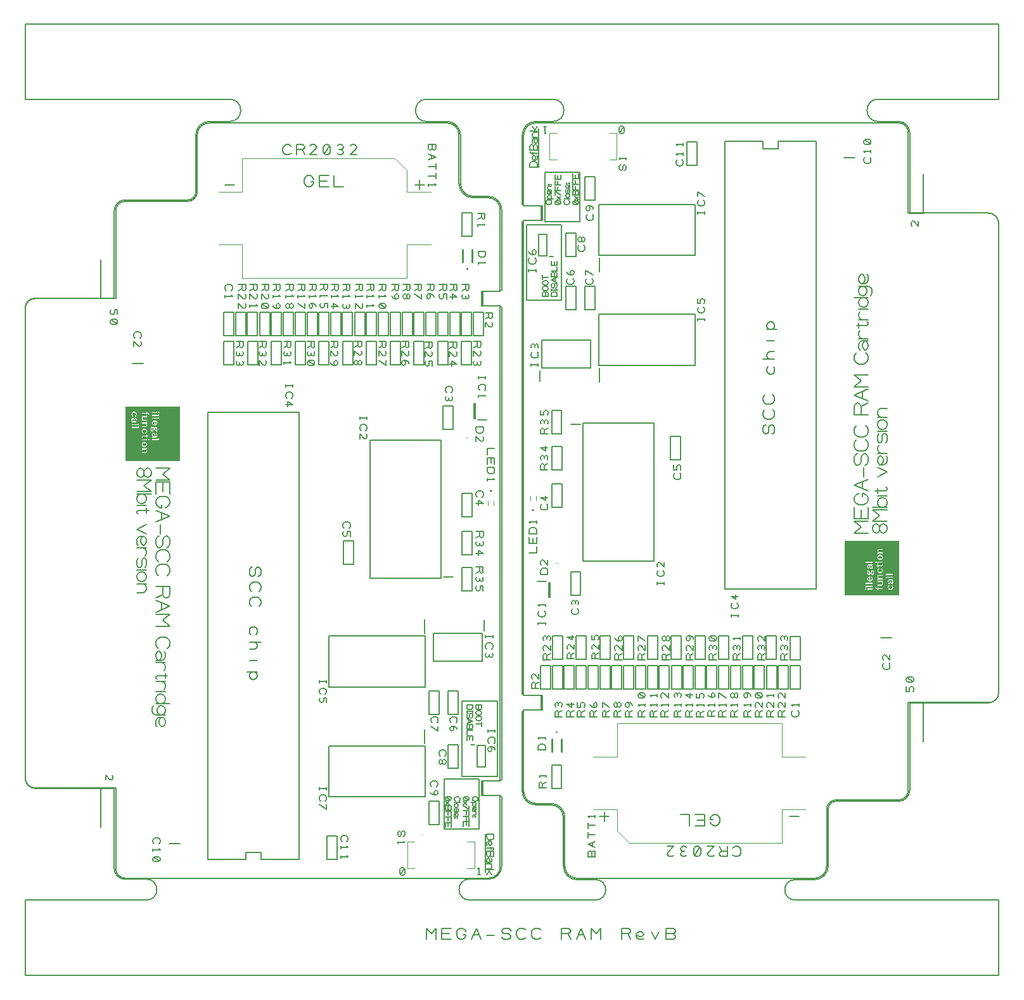
<source format=gbr>
G04 DesignSpark PCB PRO Gerber Version 10.0 Build 5299*
G04 #@! TF.Part,CustomerPanel*
G04 #@! TF.FileFunction,Legend,Top*
G04 #@! TF.FilePolarity,Positive*
%FSLAX35Y35*%
%MOIN*%
%ADD28C,0.00197*%
%ADD29C,0.00394*%
%ADD19C,0.00500*%
%ADD72C,0.00787*%
%ADD11C,0.00800*%
%ADD73C,0.01000*%
G04 #@! TD.AperFunction*
X0Y0D02*
D02*
D19*
X324440Y435630D02*
X324127Y435005D01*
X323502Y434692D01*
X322877Y435005D01*
X322565Y435630D01*
Y437817D01*
X326315D01*
Y435630D01*
X326002Y435005D01*
X325377Y434692D01*
X324752Y435005D01*
X324440Y435630D01*
Y437817D01*
X322565Y432817D02*
X326315Y431255D01*
X322565Y429692D01*
X324127Y432192D02*
Y430317D01*
X322565Y426255D02*
X326315D01*
Y427817D02*
Y424692D01*
X322565Y421255D02*
X326315D01*
Y422817D02*
Y419692D01*
X322565Y417192D02*
Y415942D01*
Y416567D02*
X326315D01*
X325690Y417192D01*
X317743Y419120D02*
Y414120D01*
X215275Y416621D02*
X220275D01*
X315244D02*
X320244D01*
X348465Y401567D02*
X352215D01*
Y399380D01*
X351902Y398755D01*
X351277Y398442D01*
X350652Y398755D01*
X350340Y399380D01*
Y401567D01*
Y399380D02*
X348465Y398442D01*
Y395942D02*
Y394692D01*
Y395317D02*
X352215D01*
X351590Y395942D01*
X345527Y389408D02*
X340227D01*
Y401708D01*
X345527D01*
Y389408D01*
X348815Y381567D02*
X352565D01*
Y379692D01*
X352252Y379067D01*
X351940Y378755D01*
X351315Y378442D01*
X350065D01*
X349440Y378755D01*
X349127Y379067D01*
X348815Y379692D01*
Y381567D01*
Y375942D02*
Y374692D01*
Y375317D02*
X352565D01*
X351940Y375942D01*
X265535Y364233D02*
X269285D01*
Y362045D01*
X268973Y361420D01*
X268348Y361107D01*
X267723Y361420D01*
X267411Y362045D01*
Y364233D01*
Y362045D02*
X265535Y361107D01*
Y358607D02*
Y357357D01*
Y357983D02*
X269285D01*
X268661Y358607D01*
X265848Y354233D02*
X265535Y353607D01*
Y352670D01*
X265848Y352045D01*
X266473Y351733D01*
X266785D01*
X267411Y352045D01*
X267723Y352670D01*
Y354233D01*
X269285D01*
Y351733D01*
X216115Y360942D02*
X215802Y361255D01*
X215489Y361880D01*
Y362817D01*
X215802Y363442D01*
X216115Y363755D01*
X216739Y364067D01*
X217989D01*
X218615Y363755D01*
X218927Y363442D01*
X219239Y362817D01*
Y361880D01*
X218927Y361255D01*
X218615Y360942D01*
X215489Y358442D02*
Y357192D01*
Y357817D02*
X219239D01*
X218615Y358442D01*
X222565Y364067D02*
X226315D01*
Y361880D01*
X226002Y361255D01*
X225377Y360942D01*
X224752Y361255D01*
X224440Y361880D01*
Y364067D01*
Y361880D02*
X222565Y360942D01*
Y356567D02*
Y359067D01*
X224752Y356880D01*
X225377Y356567D01*
X226002Y356880D01*
X226315Y357505D01*
Y358442D01*
X226002Y359067D01*
X222565Y351567D02*
Y354067D01*
X224752Y351880D01*
X225377Y351567D01*
X226002Y351880D01*
X226315Y352505D01*
Y353442D01*
X226002Y354067D01*
X228565Y364067D02*
X232315D01*
Y361880D01*
X232003Y361255D01*
X231378Y360942D01*
X230753Y361255D01*
X230441Y361880D01*
Y364067D01*
Y361880D02*
X228565Y360942D01*
Y356567D02*
Y359067D01*
X230753Y356880D01*
X231378Y356567D01*
X232003Y356880D01*
X232315Y357505D01*
Y358442D01*
X232003Y359067D01*
X228565Y353442D02*
Y352192D01*
Y352817D02*
X232315D01*
X231691Y353442D01*
X234584Y364067D02*
X238334D01*
Y361880D01*
X238022Y361255D01*
X237397Y360942D01*
X236772Y361255D01*
X236459Y361880D01*
Y364067D01*
Y361880D02*
X234584Y360942D01*
Y356567D02*
Y359067D01*
X236772Y356880D01*
X237397Y356567D01*
X238022Y356880D01*
X238334Y357505D01*
Y358442D01*
X238022Y359067D01*
X234897Y353755D02*
X234584Y353130D01*
Y352505D01*
X234897Y351880D01*
X235522Y351567D01*
X237397D01*
X238022Y351880D01*
X238334Y352505D01*
Y353130D01*
X238022Y353755D01*
X237397Y354067D01*
X235522D01*
X234897Y353755D01*
X238022Y351880D01*
X240575Y364067D02*
X244325D01*
Y361880D01*
X244013Y361255D01*
X243387Y360942D01*
X242763Y361255D01*
X242450Y361880D01*
Y364067D01*
Y361880D02*
X240575Y360942D01*
Y358442D02*
Y357192D01*
Y357817D02*
X244325D01*
X243700Y358442D01*
X240575Y353130D02*
X240887Y352505D01*
X241513Y351880D01*
X242450Y351567D01*
X243387D01*
X244013Y351880D01*
X244325Y352505D01*
Y353130D01*
X244013Y353755D01*
X243387Y354067D01*
X242763Y353755D01*
X242450Y353130D01*
Y352505D01*
X242763Y351880D01*
X243387Y351567D01*
X247565Y364067D02*
X251315D01*
Y361880D01*
X251002Y361255D01*
X250377Y360942D01*
X249752Y361255D01*
X249440Y361880D01*
Y364067D01*
Y361880D02*
X247565Y360942D01*
Y358442D02*
Y357192D01*
Y357817D02*
X251315D01*
X250690Y358442D01*
X249440Y353130D02*
Y352505D01*
X249752Y351880D01*
X250377Y351567D01*
X251002Y351880D01*
X251315Y352505D01*
Y353130D01*
X251002Y353755D01*
X250377Y354067D01*
X249752Y353755D01*
X249440Y353130D01*
X249127Y353755D01*
X248502Y354067D01*
X247877Y353755D01*
X247565Y353130D01*
Y352505D01*
X247877Y351880D01*
X248502Y351567D01*
X249127Y351880D01*
X249440Y352505D01*
X253815Y364067D02*
X257565D01*
Y361880D01*
X257252Y361255D01*
X256627Y360942D01*
X256002Y361255D01*
X255690Y361880D01*
Y364067D01*
Y361880D02*
X253815Y360942D01*
Y358442D02*
Y357192D01*
Y357817D02*
X257565D01*
X256940Y358442D01*
X253815Y354067D02*
X257565Y351567D01*
Y354067D01*
X271315Y364067D02*
X275065D01*
Y361880D01*
X274752Y361255D01*
X274127Y360942D01*
X273502Y361255D01*
X273190Y361880D01*
Y364067D01*
Y361880D02*
X271315Y360942D01*
Y358442D02*
Y357192D01*
Y357817D02*
X275065D01*
X274440Y358442D01*
X271315Y352505D02*
X275065D01*
X272565Y354067D01*
Y351567D01*
X277361Y364067D02*
X281111D01*
Y361880D01*
X280799Y361255D01*
X280174Y360942D01*
X279549Y361255D01*
X279237Y361880D01*
Y364067D01*
Y361880D02*
X277361Y360942D01*
Y358442D02*
Y357192D01*
Y357817D02*
X281111D01*
X280487Y358442D01*
X277674Y353755D02*
X277361Y353130D01*
Y352505D01*
X277674Y351880D01*
X278299Y351567D01*
X278924Y351880D01*
X279237Y352505D01*
Y353130D01*
Y352505D02*
X279549Y351880D01*
X280174Y351567D01*
X280799Y351880D01*
X281111Y352505D01*
Y353130D01*
X280799Y353755D01*
X284131Y364067D02*
X287881D01*
Y361880D01*
X287569Y361255D01*
X286944Y360942D01*
X286319Y361255D01*
X286006Y361880D01*
Y364067D01*
Y361880D02*
X284131Y360942D01*
Y358442D02*
Y357192D01*
Y357817D02*
X287881D01*
X287256Y358442D01*
X284131Y351567D02*
Y354067D01*
X286319Y351880D01*
X286944Y351567D01*
X287569Y351880D01*
X287881Y352505D01*
Y353442D01*
X287569Y354067D01*
X290065Y364067D02*
X293815D01*
Y361880D01*
X293502Y361255D01*
X292877Y360942D01*
X292252Y361255D01*
X291940Y361880D01*
Y364067D01*
Y361880D02*
X290065Y360942D01*
Y358442D02*
Y357192D01*
Y357817D02*
X293815D01*
X293190Y358442D01*
X290065Y353442D02*
Y352192D01*
Y352817D02*
X293815D01*
X293190Y353442D01*
X296315Y364067D02*
X300065D01*
Y361880D01*
X299752Y361255D01*
X299127Y360942D01*
X298502Y361255D01*
X298190Y361880D01*
Y364067D01*
Y361880D02*
X296315Y360942D01*
Y358442D02*
Y357192D01*
Y357817D02*
X300065D01*
X299440Y358442D01*
X296627Y353755D02*
X296315Y353130D01*
Y352505D01*
X296627Y351880D01*
X297252Y351567D01*
X299127D01*
X299752Y351880D01*
X300065Y352505D01*
Y353130D01*
X299752Y353755D01*
X299127Y354067D01*
X297252D01*
X296627Y353755D01*
X299752Y351880D01*
X302976Y364067D02*
X306726D01*
Y361880D01*
X306414Y361255D01*
X305789Y360942D01*
X305164Y361255D01*
X304852Y361880D01*
Y364067D01*
Y361880D02*
X302976Y360942D01*
Y358130D02*
X303289Y357505D01*
X303914Y356880D01*
X304852Y356567D01*
X305789D01*
X306414Y356880D01*
X306726Y357505D01*
Y358130D01*
X306414Y358755D01*
X305789Y359067D01*
X305164Y358755D01*
X304852Y358130D01*
Y357505D01*
X305164Y356880D01*
X305789Y356567D01*
X309061Y364067D02*
X312811D01*
Y361880D01*
X312499Y361255D01*
X311874Y360942D01*
X311249Y361255D01*
X310937Y361880D01*
Y364067D01*
Y361880D02*
X309061Y360942D01*
X310937Y358130D02*
Y357505D01*
X311249Y356880D01*
X311874Y356567D01*
X312499Y356880D01*
X312811Y357505D01*
Y358130D01*
X312499Y358755D01*
X311874Y359067D01*
X311249Y358755D01*
X310937Y358130D01*
X310624Y358755D01*
X309999Y359067D01*
X309374Y358755D01*
X309061Y358130D01*
Y357505D01*
X309374Y356880D01*
X309999Y356567D01*
X310624Y356880D01*
X310937Y357505D01*
X315065Y364067D02*
X318815D01*
Y361880D01*
X318502Y361255D01*
X317877Y360942D01*
X317252Y361255D01*
X316940Y361880D01*
Y364067D01*
Y361880D02*
X315065Y360942D01*
Y359067D02*
X318815Y356567D01*
Y359067D01*
X321572Y364067D02*
X325322D01*
Y361880D01*
X325010Y361255D01*
X324385Y360942D01*
X323760Y361255D01*
X323447Y361880D01*
Y364067D01*
Y361880D02*
X321572Y360942D01*
X322510Y359067D02*
X323135Y358755D01*
X323447Y358130D01*
Y357505D01*
X323135Y356880D01*
X322510Y356567D01*
X321885Y356880D01*
X321572Y357505D01*
Y358130D01*
X321885Y358755D01*
X322510Y359067D01*
X323447D01*
X324385Y358755D01*
X325010Y358130D01*
X325322Y357505D01*
X328187Y364067D02*
X331937D01*
Y361880D01*
X331624Y361255D01*
X330999Y360942D01*
X330374Y361255D01*
X330062Y361880D01*
Y364067D01*
Y361880D02*
X328187Y360942D01*
X328499Y359067D02*
X328187Y358442D01*
Y357505D01*
X328499Y356880D01*
X329124Y356567D01*
X329437D01*
X330062Y356880D01*
X330374Y357505D01*
Y359067D01*
X331937D01*
Y356567D01*
X333815Y364067D02*
X337565D01*
Y361880D01*
X337252Y361255D01*
X336627Y360942D01*
X336002Y361255D01*
X335690Y361880D01*
Y364067D01*
Y361880D02*
X333815Y360942D01*
Y357505D02*
X337565D01*
X335065Y359067D01*
Y356567D01*
X340065Y364067D02*
X343815D01*
Y361880D01*
X343502Y361255D01*
X342877Y360942D01*
X342252Y361255D01*
X341940Y361880D01*
Y364067D01*
Y361880D02*
X340065Y360942D01*
X340377Y358755D02*
X340065Y358130D01*
Y357505D01*
X340377Y356880D01*
X341002Y356567D01*
X341627Y356880D01*
X341940Y357505D01*
Y358130D01*
Y357505D02*
X342252Y356880D01*
X342877Y356567D01*
X343502Y356880D01*
X343815Y357505D01*
Y358130D01*
X343502Y358755D01*
X259670Y363983D02*
X263420D01*
Y361796D01*
X263107Y361170D01*
X262482Y360858D01*
X261857Y361170D01*
X261545Y361796D01*
Y363983D01*
Y361796D02*
X259670Y360858D01*
Y358358D02*
Y357108D01*
Y357733D02*
X263420D01*
X262795Y358358D01*
X260607Y353983D02*
X261232Y353670D01*
X261545Y353046D01*
Y352420D01*
X261232Y351796D01*
X260607Y351483D01*
X259982Y351796D01*
X259670Y352420D01*
Y353046D01*
X259982Y353670D01*
X260607Y353983D01*
X261545D01*
X262482Y353670D01*
X263107Y353046D01*
X263420Y352420D01*
X110294Y351372D02*
G75*
G02*
X115574Y356652I5280J0D01*
G01*
X157932D01*
Y402831D01*
G75*
G02*
X162932Y407831I5000J0D01*
G01*
X195846D01*
G75*
G03*
X200846Y412831I0J5000D01*
G01*
Y442817D01*
G75*
G02*
X207096Y449067I6250J0D01*
G01*
X332316D01*
G75*
G02*
X338566Y442817I0J-6250D01*
G01*
Y417197D01*
G75*
G03*
X346066Y409697I7500J0D01*
G01*
X353970D01*
G75*
G02*
X360220Y403447I0J-6250D01*
G01*
Y360587D01*
X350446D01*
Y352713D01*
X360220D01*
Y102949D01*
X350444D01*
Y95075D01*
X360220D01*
Y57817D01*
G75*
G02*
X353970Y51567I-6250J0D01*
G01*
X162932D01*
G75*
G02*
X157932Y56567I0J5000D01*
G01*
Y99014D01*
X115792D01*
G75*
G02*
X110294Y104511I0J5497D01*
G01*
Y351372D01*
X214877Y349567D02*
X220177D01*
Y337267D01*
X214877D01*
Y349567D01*
X233627D02*
X238927D01*
Y337267D01*
X233627D01*
Y349567D01*
X239877D02*
X245177D01*
Y337267D01*
X239877D01*
Y349567D01*
X258627D02*
X263927D01*
Y337267D01*
X258627D01*
Y349567D01*
X264877D02*
X270177D01*
Y337267D01*
X264877D01*
Y349567D01*
X283627D02*
X288927D01*
Y337267D01*
X283627D01*
Y349567D01*
X289877D02*
X295177D01*
Y337267D01*
X289877D01*
Y349567D01*
X308874D02*
X314174D01*
Y337267D01*
X308874D01*
Y349567D01*
X314877D02*
X320177D01*
Y337267D01*
X314877D01*
Y349567D01*
X333627D02*
X338927D01*
Y337267D01*
X333627D01*
Y349567D01*
X339877D02*
X345177D01*
Y337267D01*
X339877D01*
Y349567D01*
X346127D02*
X351427D01*
Y337267D01*
X346127D01*
Y349567D01*
X352274Y349131D02*
X356024D01*
Y346944D01*
X355711Y346319D01*
X355086Y346006D01*
X354461Y346319D01*
X354149Y346944D01*
Y349131D01*
Y346944D02*
X352274Y346006D01*
Y341631D02*
Y344131D01*
X354461Y341944D01*
X355086Y341631D01*
X355711Y341944D01*
X356024Y342569D01*
Y343506D01*
X355711Y344131D01*
X168190Y335942D02*
X167877Y336255D01*
X167565Y336880D01*
Y337817D01*
X167877Y338442D01*
X168190Y338755D01*
X168815Y339067D01*
X170065D01*
X170690Y338755D01*
X171002Y338442D01*
X171315Y337817D01*
Y336880D01*
X171002Y336255D01*
X170690Y335942D01*
X167565Y331567D02*
Y334067D01*
X169752Y331880D01*
X170377Y331567D01*
X171002Y331880D01*
X171315Y332505D01*
Y333442D01*
X171002Y334067D01*
X226427Y337267D02*
X221127D01*
Y349567D01*
X226427D01*
Y337267D01*
X232428D02*
X227128D01*
Y349567D01*
X232428D01*
Y337267D01*
X251427D02*
X246127D01*
Y349567D01*
X251427D01*
Y337267D01*
X257677D02*
X252377D01*
Y349567D01*
X257677D01*
Y337267D01*
X276427D02*
X271127D01*
Y349567D01*
X276427D01*
Y337267D01*
X282474D02*
X277174D01*
Y349567D01*
X282474D01*
Y337267D01*
X301427D02*
X296127D01*
Y349567D01*
X301427D01*
Y337267D01*
X307677D02*
X302377D01*
Y349567D01*
X307677D01*
Y337267D01*
X326427D02*
X321127D01*
Y349567D01*
X326427D01*
Y337267D01*
X332677D02*
X327377D01*
Y349567D01*
X332677D01*
Y337267D01*
X283507Y334155D02*
X287257D01*
Y331968D01*
X286945Y331343D01*
X286320Y331030D01*
X285695Y331343D01*
X285382Y331968D01*
Y334155D01*
Y331968D02*
X283507Y331030D01*
Y326655D02*
Y329155D01*
X285695Y326968D01*
X286320Y326655D01*
X286945Y326968D01*
X287257Y327593D01*
Y328530D01*
X286945Y329155D01*
X285382Y323218D02*
Y322593D01*
X285695Y321968D01*
X286320Y321655D01*
X286945Y321968D01*
X287257Y322593D01*
Y323218D01*
X286945Y323843D01*
X286320Y324155D01*
X285695Y323843D01*
X285382Y323218D01*
X285070Y323843D01*
X284445Y324155D01*
X283820Y323843D01*
X283507Y323218D01*
Y322593D01*
X283820Y321968D01*
X284445Y321655D01*
X285070Y321968D01*
X285382Y322593D01*
X221315Y334067D02*
X225065D01*
Y331880D01*
X224752Y331255D01*
X224127Y330942D01*
X223502Y331255D01*
X223190Y331880D01*
Y334067D01*
Y331880D02*
X221315Y330942D01*
X221627Y328755D02*
X221315Y328130D01*
Y327505D01*
X221627Y326880D01*
X222252Y326567D01*
X222877Y326880D01*
X223190Y327505D01*
Y328130D01*
Y327505D02*
X223502Y326880D01*
X224127Y326567D01*
X224752Y326880D01*
X225065Y327505D01*
Y328130D01*
X224752Y328755D01*
X221627Y323755D02*
X221315Y323130D01*
Y322505D01*
X221627Y321880D01*
X222252Y321567D01*
X222877Y321880D01*
X223190Y322505D01*
Y323130D01*
Y322505D02*
X223502Y321880D01*
X224127Y321567D01*
X224752Y321880D01*
X225065Y322505D01*
Y323130D01*
X224752Y323755D01*
X246315Y334067D02*
X250065D01*
Y331880D01*
X249752Y331255D01*
X249127Y330942D01*
X248502Y331255D01*
X248190Y331880D01*
Y334067D01*
Y331880D02*
X246315Y330942D01*
X246627Y328755D02*
X246315Y328130D01*
Y327505D01*
X246627Y326880D01*
X247252Y326567D01*
X247877Y326880D01*
X248190Y327505D01*
Y328130D01*
Y327505D02*
X248502Y326880D01*
X249127Y326567D01*
X249752Y326880D01*
X250065Y327505D01*
Y328130D01*
X249752Y328755D01*
X246315Y323442D02*
Y322192D01*
Y322817D02*
X250065D01*
X249440Y323442D01*
X258815Y334067D02*
X262565D01*
Y331880D01*
X262252Y331255D01*
X261627Y330942D01*
X261002Y331255D01*
X260690Y331880D01*
Y334067D01*
Y331880D02*
X258815Y330942D01*
X259127Y328755D02*
X258815Y328130D01*
Y327505D01*
X259127Y326880D01*
X259752Y326567D01*
X260377Y326880D01*
X260690Y327505D01*
Y328130D01*
Y327505D02*
X261002Y326880D01*
X261627Y326567D01*
X262252Y326880D01*
X262565Y327505D01*
Y328130D01*
X262252Y328755D01*
X259127Y323755D02*
X258815Y323130D01*
Y322505D01*
X259127Y321880D01*
X259752Y321567D01*
X261627D01*
X262252Y321880D01*
X262565Y322505D01*
Y323130D01*
X262252Y323755D01*
X261627Y324067D01*
X259752D01*
X259127Y323755D01*
X262252Y321880D01*
X296315Y334067D02*
X300065D01*
Y331880D01*
X299752Y331255D01*
X299127Y330942D01*
X298502Y331255D01*
X298190Y331880D01*
Y334067D01*
Y331880D02*
X296315Y330942D01*
Y326567D02*
Y329067D01*
X298502Y326880D01*
X299127Y326567D01*
X299752Y326880D01*
X300065Y327505D01*
Y328442D01*
X299752Y329067D01*
X296315Y324067D02*
X300065Y321567D01*
Y324067D01*
X214877Y334065D02*
X220177D01*
Y321765D01*
X214877D01*
Y334065D01*
X233336Y334030D02*
X237086D01*
Y331843D01*
X236774Y331218D01*
X236149Y330905D01*
X235524Y331218D01*
X235211Y331843D01*
Y334030D01*
Y331843D02*
X233336Y330905D01*
X233649Y328718D02*
X233336Y328093D01*
Y327468D01*
X233649Y326843D01*
X234274Y326530D01*
X234899Y326843D01*
X235211Y327468D01*
Y328093D01*
Y327468D02*
X235524Y326843D01*
X236149Y326530D01*
X236774Y326843D01*
X237086Y327468D01*
Y328093D01*
X236774Y328718D01*
X233336Y321530D02*
Y324030D01*
X235524Y321843D01*
X236149Y321530D01*
X236774Y321843D01*
X237086Y322468D01*
Y323405D01*
X236774Y324030D01*
X270902Y334030D02*
X274652D01*
Y331843D01*
X274340Y331218D01*
X273715Y330905D01*
X273090Y331218D01*
X272777Y331843D01*
Y334030D01*
Y331843D02*
X270902Y330905D01*
Y326530D02*
Y329030D01*
X273090Y326843D01*
X273715Y326530D01*
X274340Y326843D01*
X274652Y327468D01*
Y328405D01*
X274340Y329030D01*
X270902Y323093D02*
X271215Y322468D01*
X271840Y321843D01*
X272777Y321530D01*
X273715D01*
X274340Y321843D01*
X274652Y322468D01*
Y323093D01*
X274340Y323718D01*
X273715Y324030D01*
X273090Y323718D01*
X272777Y323093D01*
Y322468D01*
X273090Y321843D01*
X273715Y321530D01*
X308468Y334030D02*
X312218D01*
Y331843D01*
X311906Y331218D01*
X311280Y330905D01*
X310656Y331218D01*
X310343Y331843D01*
Y334030D01*
Y331843D02*
X308468Y330905D01*
Y326530D02*
Y329030D01*
X310656Y326843D01*
X311280Y326530D01*
X311906Y326843D01*
X312218Y327468D01*
Y328405D01*
X311906Y329030D01*
X309406Y324030D02*
X310030Y323718D01*
X310343Y323093D01*
Y322468D01*
X310030Y321843D01*
X309406Y321530D01*
X308780Y321843D01*
X308468Y322468D01*
Y323093D01*
X308780Y323718D01*
X309406Y324030D01*
X310343D01*
X311280Y323718D01*
X311906Y323093D01*
X312218Y322468D01*
X346158Y334030D02*
X349908D01*
Y331843D01*
X349596Y331218D01*
X348971Y330905D01*
X348346Y331218D01*
X348033Y331843D01*
Y334030D01*
Y331843D02*
X346158Y330905D01*
Y326530D02*
Y329030D01*
X348346Y326843D01*
X348971Y326530D01*
X349596Y326843D01*
X349908Y327468D01*
Y328405D01*
X349596Y329030D01*
X346471Y323718D02*
X346158Y323093D01*
Y322468D01*
X346471Y321843D01*
X347096Y321530D01*
X347721Y321843D01*
X348033Y322468D01*
Y323093D01*
Y322468D02*
X348346Y321843D01*
X348971Y321530D01*
X349596Y321843D01*
X349908Y322468D01*
Y323093D01*
X349596Y323718D01*
X227377Y333967D02*
X232677D01*
Y321667D01*
X227377D01*
Y333967D01*
X239877D02*
X245177D01*
Y321667D01*
X239877D01*
Y333967D01*
X252377D02*
X257677D01*
Y321667D01*
X252377D01*
Y333967D01*
X264877D02*
X270177D01*
Y321667D01*
X264877D01*
Y333967D01*
X277377D02*
X282677D01*
Y321667D01*
X277377D01*
Y333967D01*
X289877D02*
X295177D01*
Y321667D01*
X289877D01*
Y333967D01*
X302377D02*
X307677D01*
Y321667D01*
X302377D01*
Y333967D01*
X314877D02*
X320177D01*
Y321667D01*
X314877D01*
Y333967D01*
X327377D02*
X332677D01*
Y321667D01*
X327377D01*
Y333967D01*
X339877D02*
X345177D01*
Y321667D01*
X339877D01*
Y333967D01*
X320698Y333656D02*
X324448D01*
Y331469D01*
X324136Y330843D01*
X323511Y330531D01*
X322886Y330843D01*
X322574Y331469D01*
Y333656D01*
Y331469D02*
X320698Y330531D01*
Y326156D02*
Y328656D01*
X322886Y326469D01*
X323511Y326156D01*
X324136Y326469D01*
X324448Y327093D01*
Y328031D01*
X324136Y328656D01*
X321011Y323656D02*
X320698Y323031D01*
Y322093D01*
X321011Y321469D01*
X321636Y321156D01*
X321948D01*
X322574Y321469D01*
X322886Y322093D01*
Y323656D01*
X324448D01*
Y321156D01*
X333553Y333656D02*
X337303D01*
Y331469D01*
X336991Y330843D01*
X336366Y330531D01*
X335741Y330843D01*
X335428Y331469D01*
Y333656D01*
Y331469D02*
X333553Y330531D01*
Y326156D02*
Y328656D01*
X335741Y326469D01*
X336366Y326156D01*
X336991Y326469D01*
X337303Y327093D01*
Y328031D01*
X336991Y328656D01*
X333553Y322093D02*
X337303D01*
X334803Y323656D01*
Y321156D01*
X348815Y315630D02*
Y314380D01*
Y315005D02*
X352565D01*
Y315630D02*
Y314380D01*
X349440Y308442D02*
X349127Y308755D01*
X348815Y309380D01*
Y310317D01*
X349127Y310942D01*
X349440Y311255D01*
X350065Y311567D01*
X351315D01*
X351940Y311255D01*
X352252Y310942D01*
X352565Y310317D01*
Y309380D01*
X352252Y308755D01*
X351940Y308442D01*
X348815Y305942D02*
Y304692D01*
Y305317D02*
X352565D01*
X351940Y305942D01*
X247314Y311377D02*
Y310127D01*
Y310752D02*
X251064D01*
Y311377D02*
Y310127D01*
X247939Y304189D02*
X247627Y304502D01*
X247314Y305127D01*
Y306065D01*
X247627Y306689D01*
X247939Y307002D01*
X248564Y307315D01*
X249814D01*
X250439Y307002D01*
X250752Y306689D01*
X251064Y306065D01*
Y305127D01*
X250752Y304502D01*
X250439Y304189D01*
X247314Y300752D02*
X251064D01*
X248564Y302315D01*
Y299815D01*
X331940Y307192D02*
X331627Y307505D01*
X331315Y308130D01*
Y309067D01*
X331627Y309692D01*
X331940Y310005D01*
X332565Y310317D01*
X333815D01*
X334440Y310005D01*
X334752Y309692D01*
X335065Y309067D01*
Y308130D01*
X334752Y307505D01*
X334440Y307192D01*
X331627Y305005D02*
X331315Y304380D01*
Y303755D01*
X331627Y303130D01*
X332252Y302817D01*
X332877Y303130D01*
X333190Y303755D01*
Y304380D01*
Y303755D02*
X333502Y303130D01*
X334127Y302817D01*
X334752Y303130D01*
X335065Y303755D01*
Y304380D01*
X334752Y305005D01*
X286315Y294380D02*
Y293130D01*
Y293755D02*
X290065D01*
Y294380D02*
Y293130D01*
X286940Y287192D02*
X286627Y287505D01*
X286315Y288130D01*
Y289067D01*
X286627Y289692D01*
X286940Y290005D01*
X287565Y290317D01*
X288815D01*
X289440Y290005D01*
X289752Y289692D01*
X290065Y289067D01*
Y288130D01*
X289752Y287505D01*
X289440Y287192D01*
X286315Y282817D02*
Y285317D01*
X288502Y283130D01*
X289127Y282817D01*
X289752Y283130D01*
X290065Y283755D01*
Y284692D01*
X289752Y285317D01*
X347565Y289067D02*
X351315D01*
Y287192D01*
X351002Y286567D01*
X350690Y286255D01*
X350065Y285942D01*
X348815D01*
X348190Y286255D01*
X347877Y286567D01*
X347565Y287192D01*
Y289067D01*
Y281567D02*
Y284067D01*
X349752Y281880D01*
X350377Y281567D01*
X351002Y281880D01*
X351315Y282505D01*
Y283442D01*
X351002Y284067D01*
X335527Y287917D02*
X330227D01*
Y300217D01*
X335527D01*
Y287917D01*
X357225Y277713D02*
X353475D01*
Y274587D01*
Y272713D02*
X357225D01*
Y269587D01*
X355350Y270213D02*
Y272713D01*
X353475D02*
Y269587D01*
Y267713D02*
X357225D01*
Y265837D01*
X356913Y265213D01*
X356600Y264900D01*
X355975Y264587D01*
X354725D01*
X354100Y264900D01*
X353787Y265213D01*
X353475Y265837D01*
Y267713D01*
Y262087D02*
Y260837D01*
Y261463D02*
X357225D01*
X356600Y262087D01*
X348190Y252192D02*
X347877Y252505D01*
X347565Y253130D01*
Y254067D01*
X347877Y254692D01*
X348190Y255005D01*
X348815Y255317D01*
X350065D01*
X350690Y255005D01*
X351002Y254692D01*
X351315Y254067D01*
Y253130D01*
X351002Y252505D01*
X350690Y252192D01*
X347565Y248755D02*
X351315D01*
X348815Y250317D01*
Y247817D01*
X340200Y253967D02*
X345500D01*
Y241667D01*
X340200D01*
Y253967D01*
X278190Y235942D02*
X277877Y236255D01*
X277565Y236880D01*
Y237817D01*
X277877Y238442D01*
X278190Y238755D01*
X278815Y239067D01*
X280065D01*
X280690Y238755D01*
X281002Y238442D01*
X281315Y237817D01*
Y236880D01*
X281002Y236255D01*
X280690Y235942D01*
X277877Y234067D02*
X277565Y233442D01*
Y232505D01*
X277877Y231880D01*
X278502Y231567D01*
X278815D01*
X279440Y231880D01*
X279752Y232505D01*
Y234067D01*
X281315D01*
Y231567D01*
X340075Y234222D02*
X345375D01*
Y221922D01*
X340075D01*
Y234222D01*
X347565Y234067D02*
X351315D01*
Y231880D01*
X351002Y231255D01*
X350377Y230942D01*
X349752Y231255D01*
X349440Y231880D01*
Y234067D01*
Y231880D02*
X347565Y230942D01*
X347877Y228755D02*
X347565Y228130D01*
Y227505D01*
X347877Y226880D01*
X348502Y226567D01*
X349127Y226880D01*
X349440Y227505D01*
Y228130D01*
Y227505D02*
X349752Y226880D01*
X350377Y226567D01*
X351002Y226880D01*
X351315Y227505D01*
Y228130D01*
X351002Y228755D01*
X347565Y222505D02*
X351315D01*
X348815Y224067D01*
Y221567D01*
X277727Y228967D02*
X283027D01*
Y216667D01*
X277727D01*
Y228967D01*
X229860Y215317D02*
X228876Y214825D01*
X228384Y213841D01*
Y211872D01*
X228876Y210888D01*
X229860Y210396D01*
X230844Y210888D01*
X231337Y211872D01*
Y213841D01*
X231829Y214825D01*
X232813Y215317D01*
X233797Y214825D01*
X234289Y213841D01*
Y211872D01*
X233797Y210888D01*
X232813Y210396D01*
X229368Y202522D02*
X228876Y203014D01*
X228384Y203998D01*
Y205475D01*
X228876Y206459D01*
X229368Y206951D01*
X230352Y207443D01*
X232321D01*
X233305Y206951D01*
X233797Y206459D01*
X234289Y205475D01*
Y203998D01*
X233797Y203014D01*
X233305Y202522D01*
X229368Y194648D02*
X228876Y195140D01*
X228384Y196124D01*
Y197601D01*
X228876Y198585D01*
X229368Y199077D01*
X230352Y199569D01*
X232321D01*
X233305Y199077D01*
X233797Y198585D01*
X234289Y197601D01*
Y196124D01*
X233797Y195140D01*
X233305Y194648D01*
X231829Y179884D02*
X232321Y180869D01*
Y182345D01*
X231829Y183329D01*
X230844Y183821D01*
X229860D01*
X228876Y183329D01*
X228384Y182345D01*
Y180869D01*
X228876Y179884D01*
X228384Y175947D02*
X234289D01*
X230844D02*
X231829Y175455D01*
X232321Y174471D01*
Y173487D01*
X231829Y172502D01*
X230844Y172010D01*
X228384D01*
Y166105D02*
X232321D01*
X233797D02*
X232321Y160199D02*
X226907D01*
X229860D02*
X228876Y159707D01*
X228384Y158723D01*
Y157739D01*
X228876Y156754D01*
X229860Y156262D01*
X230844D01*
X231829Y156754D01*
X232321Y157739D01*
Y158723D01*
X231829Y159707D01*
X230844Y160199D01*
X229860D01*
X347482Y215317D02*
X351232D01*
Y213130D01*
X350920Y212505D01*
X350294Y212192D01*
X349670Y212505D01*
X349357Y213130D01*
Y215317D01*
Y213130D02*
X347482Y212192D01*
X347794Y210005D02*
X347482Y209380D01*
Y208755D01*
X347794Y208130D01*
X348420Y207817D01*
X349044Y208130D01*
X349357Y208755D01*
Y209380D01*
Y208755D02*
X349670Y208130D01*
X350294Y207817D01*
X350920Y208130D01*
X351232Y208755D01*
Y209380D01*
X350920Y210005D01*
X347794Y205317D02*
X347482Y204692D01*
Y203755D01*
X347794Y203130D01*
X348420Y202817D01*
X348732D01*
X349357Y203130D01*
X349670Y203755D01*
Y205317D01*
X351232D01*
Y202817D01*
X340227Y215217D02*
X345527D01*
Y202917D01*
X340227D01*
Y215217D01*
X352565Y179380D02*
Y178130D01*
Y178755D02*
X356315D01*
Y179380D02*
Y178130D01*
X353190Y172192D02*
X352877Y172505D01*
X352565Y173130D01*
Y174067D01*
X352877Y174692D01*
X353190Y175005D01*
X353815Y175317D01*
X355065D01*
X355690Y175005D01*
X356002Y174692D01*
X356315Y174067D01*
Y173130D01*
X356002Y172505D01*
X355690Y172192D01*
X352877Y170005D02*
X352565Y169380D01*
Y168755D01*
X352877Y168130D01*
X353502Y167817D01*
X354127Y168130D01*
X354440Y168755D01*
Y169380D01*
Y168755D02*
X354752Y168130D01*
X355377Y167817D01*
X356002Y168130D01*
X356315Y168755D01*
Y169380D01*
X356002Y170005D01*
X265065Y155630D02*
Y154380D01*
Y155005D02*
X268815D01*
Y155630D02*
Y154380D01*
X265690Y148442D02*
X265377Y148755D01*
X265065Y149380D01*
Y150317D01*
X265377Y150942D01*
X265690Y151255D01*
X266315Y151567D01*
X267565D01*
X268190Y151255D01*
X268502Y150942D01*
X268815Y150317D01*
Y149380D01*
X268502Y148755D01*
X268190Y148442D01*
X265377Y146567D02*
X265065Y145942D01*
Y145005D01*
X265377Y144380D01*
X266002Y144067D01*
X266315D01*
X266940Y144380D01*
X267252Y145005D01*
Y146567D01*
X268815D01*
Y144067D01*
X340229Y144704D02*
Y105266D01*
X358700D01*
Y144704D01*
X340229D01*
X348842Y141095D02*
X348596Y140603D01*
X348104Y140357D01*
X347611Y140603D01*
X347365Y141095D01*
Y142817D01*
X350318D01*
Y141095D01*
X350072Y140603D01*
X349580Y140357D01*
X349088Y140603D01*
X348842Y141095D01*
Y142817D01*
X348350Y139865D02*
X349334D01*
X349826Y139619D01*
X350072Y139372D01*
X350318Y138880D01*
Y138388D01*
X350072Y137896D01*
X349826Y137650D01*
X349334Y137404D01*
X348350D01*
X347857Y137650D01*
X347611Y137896D01*
X347365Y138388D01*
Y138880D01*
X347611Y139372D01*
X347857Y139619D01*
X348350Y139865D01*
Y136912D02*
X349334D01*
X349826Y136666D01*
X350072Y136420D01*
X350318Y135928D01*
Y135435D01*
X350072Y134943D01*
X349826Y134697D01*
X349334Y134451D01*
X348350D01*
X347857Y134697D01*
X347611Y134943D01*
X347365Y135435D01*
Y135928D01*
X347611Y136420D01*
X347857Y136666D01*
X348350Y136912D01*
X347365Y132729D02*
X350318D01*
Y133959D02*
Y131498D01*
X342641Y142817D02*
X345594D01*
Y141341D01*
X345348Y140849D01*
X345102Y140603D01*
X344609Y140357D01*
X343625D01*
X343133Y140603D01*
X342887Y140849D01*
X342641Y141341D01*
Y142817D01*
Y139865D02*
Y138880D01*
Y139372D02*
X345594D01*
Y139865D02*
Y138880D01*
X343379Y138408D02*
X342887Y138162D01*
X342641Y137670D01*
Y136685D01*
X342887Y136193D01*
X343379Y135947D01*
X343871Y136193D01*
X344117Y136685D01*
Y137670D01*
X344363Y138162D01*
X344856Y138408D01*
X345348Y138162D01*
X345594Y137670D01*
Y136685D01*
X345348Y136193D01*
X344856Y135947D01*
X342641Y135455D02*
X345594Y134225D01*
X342641Y132994D01*
X343871Y134963D02*
Y133487D01*
X344117Y130780D02*
X343871Y130288D01*
X343379Y130042D01*
X342887Y130288D01*
X342641Y130780D01*
Y132502D01*
X345594D01*
Y130780D01*
X345348Y130288D01*
X344856Y130042D01*
X344363Y130288D01*
X344117Y130780D01*
Y132502D01*
X345594Y129550D02*
X342641D01*
Y127089D01*
Y126597D02*
X345594D01*
Y124136D01*
X344117Y124628D02*
Y126597D01*
X342641D02*
Y124136D01*
X328027Y137680D02*
X322727D01*
Y149980D01*
X328027D01*
Y137680D01*
X338027D02*
X332727D01*
Y149980D01*
X338027D01*
Y137680D01*
X324440Y133442D02*
X324127Y133755D01*
X323815Y134380D01*
Y135317D01*
X324127Y135942D01*
X324440Y136255D01*
X325065Y136567D01*
X326315D01*
X326940Y136255D01*
X327252Y135942D01*
X327565Y135317D01*
Y134380D01*
X327252Y133755D01*
X326940Y133442D01*
X323815Y131567D02*
X327565Y129067D01*
Y131567D01*
X334440Y133442D02*
X334127Y133755D01*
X333815Y134380D01*
Y135317D01*
X334127Y135942D01*
X334440Y136255D01*
X335065Y136567D01*
X336315D01*
X336940Y136255D01*
X337252Y135942D01*
X337565Y135317D01*
Y134380D01*
X337252Y133755D01*
X336940Y133442D01*
X334752Y131567D02*
X335377Y131255D01*
X335690Y130630D01*
Y130005D01*
X335377Y129380D01*
X334752Y129067D01*
X334127Y129380D01*
X333815Y130005D01*
Y130630D01*
X334127Y131255D01*
X334752Y131567D01*
X335690D01*
X336627Y131255D01*
X337252Y130630D01*
X337565Y130005D01*
X353815Y129789D02*
Y128539D01*
Y129163D02*
X357565D01*
Y129789D02*
Y128539D01*
X354440Y122601D02*
X354127Y122913D01*
X353815Y123539D01*
Y124476D01*
X354127Y125101D01*
X354440Y125413D01*
X355065Y125726D01*
X356315D01*
X356940Y125413D01*
X357252Y125101D01*
X357565Y124476D01*
Y123539D01*
X357252Y122913D01*
X356940Y122601D01*
X354752Y120726D02*
X355377Y120413D01*
X355690Y119789D01*
Y119163D01*
X355377Y118539D01*
X354752Y118226D01*
X354127Y118539D01*
X353815Y119163D01*
Y119789D01*
X354127Y120413D01*
X354752Y120726D01*
X355690D01*
X356627Y120413D01*
X357252Y119789D01*
X357565Y119163D01*
X328582Y115942D02*
X328269Y116255D01*
X327957Y116880D01*
Y117817D01*
X328269Y118442D01*
X328582Y118755D01*
X329207Y119067D01*
X330457D01*
X331082Y118755D01*
X331394Y118442D01*
X331707Y117817D01*
Y116880D01*
X331394Y116255D01*
X331082Y115942D01*
X329832Y113130D02*
Y112505D01*
X330144Y111880D01*
X330769Y111567D01*
X331394Y111880D01*
X331707Y112505D01*
Y113130D01*
X331394Y113755D01*
X330769Y114067D01*
X330144Y113755D01*
X329832Y113130D01*
X329519Y113755D01*
X328894Y114067D01*
X328269Y113755D01*
X327957Y113130D01*
Y112505D01*
X328269Y111880D01*
X328894Y111567D01*
X329519Y111880D01*
X329832Y112505D01*
X338027Y109475D02*
X332727D01*
Y121775D01*
X338027D01*
Y109475D01*
X330619Y103644D02*
Y77435D01*
X349090D01*
Y103644D01*
X330619D01*
X324190Y99692D02*
X323878Y100005D01*
X323565Y100630D01*
Y101567D01*
X323878Y102192D01*
X324190Y102505D01*
X324815Y102817D01*
X326065D01*
X326690Y102505D01*
X327003Y102192D01*
X327315Y101567D01*
Y100630D01*
X327003Y100005D01*
X326690Y99692D01*
X323565Y96880D02*
X323878Y96255D01*
X324503Y95630D01*
X325440Y95317D01*
X326378D01*
X327003Y95630D01*
X327315Y96255D01*
Y96880D01*
X327003Y97505D01*
X326378Y97817D01*
X325753Y97505D01*
X325440Y96880D01*
Y96255D01*
X325753Y95630D01*
X326378Y95317D01*
X265065Y99380D02*
Y98130D01*
Y98755D02*
X268815D01*
Y99380D02*
Y98130D01*
X265690Y92192D02*
X265377Y92505D01*
X265065Y93130D01*
Y94067D01*
X265377Y94692D01*
X265690Y95005D01*
X266315Y95317D01*
X267565D01*
X268190Y95005D01*
X268502Y94692D01*
X268815Y94067D01*
Y93130D01*
X268502Y92505D01*
X268190Y92192D01*
X265065Y90317D02*
X268815Y87817D01*
Y90317D01*
X346569Y94533D02*
X347553D01*
X348045Y94287D01*
X348291Y94041D01*
X348537Y93549D01*
Y93057D01*
X348291Y92565D01*
X348045Y92319D01*
X347553Y92072D01*
X346569D01*
X346077Y92319D01*
X345831Y92565D01*
X345585Y93057D01*
Y93549D01*
X345831Y94041D01*
X346077Y94287D01*
X346569Y94533D01*
X347553Y91580D02*
X344846D01*
X346323D02*
X345831Y91334D01*
X345585Y90842D01*
Y90350D01*
X345831Y89858D01*
X346323Y89612D01*
X346815D01*
X347307Y89858D01*
X347553Y90350D01*
Y90842D01*
X347307Y91334D01*
X346815Y91580D01*
X346323D01*
X345831Y87171D02*
X345585Y87417D01*
Y87909D01*
Y88401D01*
X345831Y88893D01*
X346323Y89139D01*
X347061D01*
X347307Y88893D01*
X347553Y88401D01*
Y87909D01*
X347307Y87417D01*
X347061Y87171D01*
X346815D01*
X346569Y87417D01*
X346323Y87909D01*
Y88401D01*
X346569Y88893D01*
X346815Y89139D01*
X345585Y86698D02*
X347553D01*
X346815D02*
X347307Y86452D01*
X347553Y85960D01*
Y85468D01*
X347307Y84976D01*
X346815Y84730D01*
X345585D01*
Y84011D02*
X345831Y83765D01*
X346077Y84011D01*
X345831Y84257D01*
X345585Y84011D01*
X346815D02*
X347061Y83765D01*
X347307Y84011D01*
X347061Y84257D01*
X346815Y84011D01*
X341106Y94287D02*
X340860Y93795D01*
Y93303D01*
X341106Y92811D01*
X341598Y92565D01*
X343075D01*
X343567Y92811D01*
X343813Y93303D01*
Y93795D01*
X343567Y94287D01*
X343075Y94533D01*
X341598D01*
X341106Y94287D01*
X343567Y92811D01*
X340860Y92092D02*
X342829Y90124D01*
X340860D02*
X342829Y92092D01*
X340860Y89651D02*
X343813Y87683D01*
Y89651D01*
X340860Y87210D02*
X343813D01*
Y84750D01*
X342337Y85242D02*
Y87210D01*
X340860Y84257D02*
X343813D01*
Y81797D01*
X342337Y82289D02*
Y84257D01*
X340860Y81305D02*
X343813D01*
Y78844D01*
X342337Y79336D02*
Y81305D01*
X340860D02*
Y78844D01*
X336628Y92072D02*
X336382Y92319D01*
X336136Y92811D01*
Y93549D01*
X336382Y94041D01*
X336628Y94287D01*
X337120Y94533D01*
X338104D01*
X338596Y94287D01*
X338843Y94041D01*
X339089Y93549D01*
Y92811D01*
X338843Y92319D01*
X338596Y92072D01*
X336136Y91334D02*
Y91580D01*
X339089D01*
X336874Y90872D02*
X336382Y90626D01*
X336136Y90133D01*
Y89641D01*
X336382Y89149D01*
X336874Y88903D01*
X337366D01*
X337858Y89149D01*
X338104Y89641D01*
Y90133D01*
X337858Y90626D01*
X337366Y90872D01*
X336874D01*
X336382Y88431D02*
X336136Y87939D01*
Y86954D01*
X336382Y86462D01*
X336874D01*
X337120Y86954D01*
Y87939D01*
X337366Y88431D01*
X337858D01*
X338104Y87939D01*
Y86954D01*
X337858Y86462D01*
X336382Y84021D02*
X336136Y84267D01*
Y84759D01*
Y85252D01*
X336382Y85744D01*
X336874Y85990D01*
X337612D01*
X337858Y85744D01*
X338104Y85252D01*
Y84759D01*
X337858Y84267D01*
X337612Y84021D01*
X337366D01*
X337120Y84267D01*
X336874Y84759D01*
Y85252D01*
X337120Y85744D01*
X337366Y85990D01*
X336136Y83303D02*
X336382Y83057D01*
X336628Y83303D01*
X336382Y83549D01*
X336136Y83303D01*
X337366D02*
X337612Y83057D01*
X337858Y83303D01*
X337612Y83549D01*
X337366Y83303D01*
X331657Y94287D02*
X331411Y93795D01*
Y93303D01*
X331657Y92811D01*
X332150Y92565D01*
X333626D01*
X334118Y92811D01*
X334364Y93303D01*
Y93795D01*
X334118Y94287D01*
X333626Y94533D01*
X332150D01*
X331657Y94287D01*
X334118Y92811D01*
X331411Y92092D02*
X333380Y90124D01*
X331411D02*
X333380Y92092D01*
X332888Y87929D02*
X332642Y87437D01*
X332150Y87191D01*
X331657Y87437D01*
X331411Y87929D01*
Y89651D01*
X334364D01*
Y87929D01*
X334118Y87437D01*
X333626Y87191D01*
X333134Y87437D01*
X332888Y87929D01*
Y89651D01*
X331411Y86698D02*
X334364D01*
Y84238D01*
X332888Y84730D02*
Y86698D01*
X331411Y83746D02*
X334364D01*
Y81285D01*
X332888Y81777D02*
Y83746D01*
X331411Y80793D02*
X334364D01*
Y78332D01*
X332888Y78824D02*
Y80793D01*
X331411D02*
Y78332D01*
X328027Y79772D02*
X322727D01*
Y92072D01*
X328027D01*
Y79772D01*
X307252Y76567D02*
X306627Y76255D01*
X306315Y75630D01*
Y74380D01*
X306627Y73755D01*
X307252Y73442D01*
X307877Y73755D01*
X308190Y74380D01*
Y75630D01*
X308502Y76255D01*
X309127Y76567D01*
X309752Y76255D01*
X310065Y75630D01*
Y74380D01*
X309752Y73755D01*
X309127Y73442D01*
X306315Y70942D02*
Y69692D01*
Y70317D02*
X310065D01*
X309440Y70942D01*
X353147Y74939D02*
X356897D01*
Y73064D01*
X356585Y72439D01*
X356272Y72126D01*
X355647Y71814D01*
X354397D01*
X353772Y72126D01*
X353460Y72439D01*
X353147Y73064D01*
Y74939D01*
X353460Y68689D02*
X353147Y69002D01*
Y69626D01*
Y70252D01*
X353460Y70876D01*
X354085Y71189D01*
X355022D01*
X355335Y70876D01*
X355647Y70252D01*
Y69626D01*
X355335Y69002D01*
X355022Y68689D01*
X354710D01*
X354397Y69002D01*
X354085Y69626D01*
Y70252D01*
X354397Y70876D01*
X354710Y71189D01*
X353147Y67464D02*
X356272D01*
X356585Y67152D01*
Y66839D01*
X356272Y66526D01*
X355335Y68089D02*
Y66839D01*
X355022Y63752D02*
X354710Y63126D01*
X354085Y62814D01*
X353460Y63126D01*
X353147Y63752D01*
Y65939D01*
X356897D01*
Y63752D01*
X356585Y63126D01*
X355960Y62814D01*
X355335Y63126D01*
X355022Y63752D01*
Y65939D01*
X355335Y62189D02*
X355647Y61564D01*
Y60626D01*
X355335Y60002D01*
X354710Y59689D01*
X353772D01*
X353460Y60002D01*
X353147Y60626D01*
Y61252D01*
X353460Y61876D01*
X353772Y62189D01*
X354085D01*
X354397Y61876D01*
X354710Y61252D01*
Y60626D01*
X354397Y60002D01*
X354085Y59689D01*
X353772D02*
X353147D01*
Y59089D02*
X355647D01*
X354710D02*
X355335Y58776D01*
X355647Y58152D01*
Y57526D01*
X355335Y56902D01*
X354710Y56589D01*
X353147D01*
Y55989D02*
X356897D01*
X354397D02*
Y55052D01*
X355647Y53489D01*
X354397Y55052D02*
X353147Y53489D01*
X352460Y74939D02*
Y54639D01*
X276940Y70942D02*
X276627Y71255D01*
X276315Y71880D01*
Y72817D01*
X276627Y73442D01*
X276940Y73755D01*
X277565Y74067D01*
X278815D01*
X279440Y73755D01*
X279752Y73442D01*
X280065Y72817D01*
Y71880D01*
X279752Y71255D01*
X279440Y70942D01*
X276315Y68442D02*
Y67192D01*
Y67817D02*
X280065D01*
X279440Y68442D01*
X276315Y63442D02*
Y62192D01*
Y62817D02*
X280065D01*
X279440Y63442D01*
X178190Y69692D02*
X177877Y70005D01*
X177565Y70630D01*
Y71567D01*
X177877Y72192D01*
X178190Y72505D01*
X178815Y72817D01*
X180065D01*
X180690Y72505D01*
X181002Y72192D01*
X181315Y71567D01*
Y70630D01*
X181002Y70005D01*
X180690Y69692D01*
X177565Y67192D02*
Y65942D01*
Y66567D02*
X181315D01*
X180690Y67192D01*
X177877Y62505D02*
X177565Y61880D01*
Y61255D01*
X177877Y60630D01*
X178502Y60317D01*
X180377D01*
X181002Y60630D01*
X181315Y61255D01*
Y61880D01*
X181002Y62505D01*
X180377Y62817D01*
X178502D01*
X177877Y62505D01*
X181002Y60630D01*
X274277Y61550D02*
X268977D01*
Y73850D01*
X274277D01*
Y61550D01*
X206420Y61311D02*
Y296823D01*
X254334D01*
Y61311D01*
X234314D01*
Y65248D01*
X226440D01*
Y61311D01*
X206420D01*
X348341Y53412D02*
X349591D01*
X348966D02*
Y57162D01*
X348341Y56537D01*
X307843Y53600D02*
X308468Y53287D01*
X309093D01*
X309718Y53600D01*
X310030Y54225D01*
Y56100D01*
X309718Y56725D01*
X309093Y57037D01*
X308468D01*
X307843Y56725D01*
X307530Y56100D01*
Y54225D01*
X307843Y53600D01*
X309718Y56725D01*
D02*
D28*
X163167Y299928D02*
Y271628D01*
X163667Y299928D02*
Y271628D01*
X164167Y299928D02*
Y271628D01*
X164967Y299928D02*
Y271628D01*
X165467Y299928D02*
Y271628D01*
X165967Y299928D02*
Y296128D01*
X166467Y299928D02*
Y297028D01*
X166967Y299928D02*
Y297328D01*
X167467Y299928D02*
Y297328D01*
X167967Y299928D02*
Y297228D01*
X168467Y299928D02*
Y297028D01*
X168767Y299928D02*
Y296628D01*
X169267Y299928D02*
Y290928D01*
X169767Y299928D02*
Y291228D01*
X170267Y299928D02*
Y271628D01*
X170767Y299928D02*
Y271628D01*
X171267Y299928D02*
Y271628D01*
X171767Y299928D02*
X171768Y296928D01*
X172267Y299928D02*
X172268Y296928D01*
X172567Y299928D02*
X172567Y296928D01*
X173067Y299928D02*
X173067Y296928D01*
X173567Y299928D02*
Y296928D01*
X174067Y299928D02*
Y297428D01*
X174567Y299928D02*
Y296928D01*
X175067Y299928D02*
X175068Y296828D01*
X175567Y299928D02*
Y271628D01*
X176067Y299928D02*
X176067Y288728D01*
X176367Y299928D02*
Y289428D01*
X176867Y299928D02*
Y291928D01*
X177367Y299928D02*
Y297228D01*
X177867Y299928D02*
Y297228D01*
X178367Y299928D02*
Y297228D01*
X178867Y299928D02*
Y297228D01*
X179367Y299928D02*
Y297528D01*
X179867Y299928D02*
Y295728D01*
X180667Y299928D02*
Y297328D01*
X181167Y299928D02*
Y271628D01*
X181667Y299928D02*
Y271628D01*
X182167Y299928D02*
Y271628D01*
X182667Y299928D02*
Y271628D01*
X183167Y299928D02*
Y271628D01*
X183667Y299928D02*
Y271628D01*
X184467Y299928D02*
Y271628D01*
X184967Y299928D02*
Y271628D01*
X185467Y299928D02*
Y271628D01*
X185967Y299928D02*
Y271628D01*
X186467Y299928D02*
Y271628D01*
X186967Y299928D02*
Y271628D01*
X187467Y299928D02*
Y271628D01*
X187967Y299928D02*
Y271628D01*
X188267Y299928D02*
Y271628D01*
X188767Y299928D02*
Y271628D01*
X189267Y299928D02*
Y271628D01*
X189767Y299928D02*
Y271628D01*
X190267Y299928D02*
Y271628D01*
X190767Y299928D02*
Y271628D01*
X191267Y299928D02*
Y271628D01*
X163267Y299928D02*
X163267Y271628D01*
X163367Y299928D02*
Y271628D01*
X163467Y299928D02*
X163468Y271628D01*
X163567Y299928D02*
Y271628D01*
X163767Y299928D02*
Y271627D01*
X163867Y299928D02*
Y271628D01*
X163967Y299928D02*
X163967Y271628D01*
X164067Y299928D02*
Y271628D01*
X164267Y299928D02*
Y271627D01*
X164367Y299928D02*
X164367Y271628D01*
X164467Y299928D02*
X164467Y271628D01*
X164567Y299928D02*
Y271628D01*
X164667Y299928D02*
Y271628D01*
X164767Y299928D02*
Y271627D01*
X164867Y299928D02*
X164867Y271628D01*
X165067Y299928D02*
Y271628D01*
X165167Y299928D02*
Y271628D01*
X165267Y299928D02*
Y271627D01*
X165367Y299928D02*
X165367Y271628D01*
X165567Y299928D02*
X165568Y271628D01*
X165667Y299928D02*
Y271628D01*
X165767Y299928D02*
Y271627D01*
X165867Y299928D02*
X165867Y271628D01*
X166067Y299928D02*
X166068Y296528D01*
X166167Y299928D02*
Y296728D01*
X166267Y299928D02*
X166268Y296928D01*
X166367Y299928D02*
X166367Y297028D01*
X166567Y299928D02*
Y297128D01*
X166667Y299928D02*
Y297228D01*
X166767Y299928D02*
X166767Y297228D01*
X166867Y299928D02*
Y297228D01*
X167067Y299928D02*
Y297328D01*
X167167Y299928D02*
Y297327D01*
X167267Y299928D02*
Y297328D01*
X167367Y299928D02*
Y297328D01*
X167567Y299928D02*
Y297328D01*
X167667Y299928D02*
Y297327D01*
X167767Y299928D02*
X167767Y297328D01*
X167867Y299928D02*
Y297328D01*
X168067Y299928D02*
Y297228D01*
X168167Y299928D02*
Y297228D01*
X168267Y299928D02*
X168267Y297128D01*
X168367Y299928D02*
Y297028D01*
X168567Y299928D02*
Y296928D01*
X168667Y299928D02*
Y296728D01*
X168867Y299928D02*
Y296328D01*
X168967Y299928D02*
Y290928D01*
X169067Y299928D02*
Y290928D01*
X169167Y299928D02*
X169167Y290928D01*
X169367Y299928D02*
Y290928D01*
X169467Y299928D02*
X169467Y291228D01*
X169567Y299928D02*
Y291228D01*
X169667Y299928D02*
X169668Y291228D01*
X169867Y299928D02*
X169868Y291228D01*
X169967Y299928D02*
Y271628D01*
X170067Y299928D02*
Y271627D01*
X170167Y299928D02*
Y271628D01*
X170367Y299928D02*
X170367Y271628D01*
X170467Y299928D02*
Y271628D01*
X170567Y299928D02*
X170568Y271628D01*
X170667Y299928D02*
Y271628D01*
X170867Y299928D02*
X170867Y271628D01*
X170967Y299928D02*
Y271628D01*
X171067Y299928D02*
X171068Y271628D01*
X171167Y299928D02*
Y271628D01*
X171367Y299928D02*
Y271627D01*
X171467Y299928D02*
X171468Y294528D01*
X171567Y299928D02*
X171568Y296928D01*
X171667Y299928D02*
Y296928D01*
X171867Y299928D02*
X171867Y296928D01*
X171967Y299928D02*
Y296928D01*
X172067Y299928D02*
Y296928D01*
X172167Y299928D02*
Y296928D01*
X172367Y299928D02*
X172367Y296928D01*
X172467Y299928D02*
Y296928D01*
X172667Y299928D02*
Y296928D01*
X172767Y299928D02*
Y296928D01*
X172867Y299928D02*
Y296928D01*
X172967Y299928D02*
Y296928D01*
X173167Y299928D02*
Y296928D01*
X173267Y299928D02*
Y296928D01*
X173367Y299928D02*
X173368Y296928D01*
X173467Y299928D02*
Y296928D01*
X173667Y299928D02*
Y297428D01*
X173767Y299928D02*
Y297428D01*
X173867Y299928D02*
X173868Y297428D01*
X173967Y299928D02*
Y297428D01*
X174167Y299928D02*
X174167Y297428D01*
X174267Y299928D02*
Y296928D01*
X174367Y299928D02*
X174368Y296928D01*
X174467Y299928D02*
Y296928D01*
X174667Y299928D02*
X174667Y296928D01*
X174767Y299928D02*
Y296928D01*
X174867Y299928D02*
X174868Y296928D01*
X174967Y299928D02*
Y296928D01*
X175167Y299928D02*
Y296828D01*
X175267Y299928D02*
Y296728D01*
X175367Y299928D02*
X175368Y296428D01*
X175467Y299928D02*
Y282828D01*
X175667Y299928D02*
Y271627D01*
X175767Y299928D02*
X175767Y271628D01*
X175867Y299928D02*
X175867Y271628D01*
X175967Y299928D02*
Y271628D01*
X176167Y299928D02*
Y289128D01*
X176267Y299928D02*
Y289328D01*
X176467Y299928D02*
Y289428D01*
X176567Y299928D02*
Y289528D01*
X176667Y299928D02*
Y289528D01*
X176767Y299928D02*
Y289528D01*
X176967Y299928D02*
Y297228D01*
X177067Y299928D02*
Y297228D01*
X177167Y299928D02*
Y297228D01*
X177267Y299928D02*
Y297228D01*
X177467Y299928D02*
Y297228D01*
X177567Y299928D02*
Y297228D01*
X177667Y299928D02*
X177667Y297228D01*
X177767Y299928D02*
Y297228D01*
X177967Y299928D02*
Y297228D01*
X178067Y299928D02*
Y297228D01*
X178167Y299928D02*
Y297228D01*
X178267Y299928D02*
Y297228D01*
X178467Y299928D02*
Y297228D01*
X178567Y299928D02*
Y297228D01*
X178667Y299928D02*
X178667Y297228D01*
X178767Y299928D02*
Y297228D01*
X178967Y299928D02*
Y297228D01*
X179067Y299928D02*
Y297528D01*
X179167Y299928D02*
X179167Y297528D01*
X179267Y299928D02*
Y297528D01*
X179467Y299928D02*
Y297528D01*
X179567Y299928D02*
X179567Y297528D01*
X179667Y299928D02*
X179667Y295728D01*
X179767Y299928D02*
Y295728D01*
X179967Y299928D02*
Y295728D01*
X180067Y299928D02*
Y297128D01*
X180167Y299928D02*
X180167Y297228D01*
X180267Y299928D02*
Y297328D01*
X180367Y299928D02*
X180367Y297328D01*
X180467Y299928D02*
Y297328D01*
X180567Y299928D02*
X180568Y297328D01*
X180767Y299928D02*
Y297228D01*
X180867Y299928D02*
Y297128D01*
X180967Y299928D02*
Y271627D01*
X181067Y299928D02*
X181067Y271628D01*
X181267Y299928D02*
X181268Y271628D01*
X181367Y299928D02*
Y271628D01*
X181467Y299928D02*
Y271627D01*
X181567Y299928D02*
X181567Y271628D01*
X181767Y299928D02*
X181767Y271628D01*
X181867Y299928D02*
Y271628D01*
X181967Y299928D02*
Y271627D01*
X182067Y299928D02*
Y271628D01*
X182267Y299928D02*
X182267Y271628D01*
X182367Y299928D02*
Y271628D01*
X182467Y299928D02*
X182468Y271628D01*
X182567Y299928D02*
Y271628D01*
X182767Y299928D02*
X182767Y271628D01*
X182867Y299928D02*
Y271628D01*
X182967Y299928D02*
X182968Y271628D01*
X183067Y299928D02*
Y271628D01*
X183267Y299928D02*
Y271627D01*
X183367Y299928D02*
Y271628D01*
X183467Y299928D02*
X183467Y271628D01*
X183567Y299928D02*
Y271628D01*
X183767Y299928D02*
Y271627D01*
X183867Y299928D02*
X183867Y271628D01*
X183967Y299928D02*
X183967Y271628D01*
X184067Y299928D02*
Y271628D01*
X184167Y299928D02*
Y271628D01*
X184267Y299928D02*
Y271627D01*
X184367Y299928D02*
X184367Y271628D01*
X184567Y299928D02*
Y271628D01*
X184667Y299928D02*
Y271628D01*
X184767Y299928D02*
Y271627D01*
X184867Y299928D02*
X184867Y271628D01*
X185067Y299928D02*
X185068Y271628D01*
X185167Y299928D02*
Y271628D01*
X185267Y299928D02*
Y271627D01*
X185367Y299928D02*
X185367Y271628D01*
X185567Y299928D02*
X185567Y271628D01*
X185667Y299928D02*
Y271628D01*
X185767Y299928D02*
Y271627D01*
X185867Y299928D02*
Y271628D01*
X186067Y299928D02*
X186067Y271628D01*
X186167Y299928D02*
Y271628D01*
X186267Y299928D02*
X186268Y271628D01*
X186367Y299928D02*
Y271628D01*
X186567Y299928D02*
X186567Y271628D01*
X186667Y299928D02*
Y271628D01*
X186767Y299928D02*
X186768Y271628D01*
X186867Y299928D02*
Y271628D01*
X187067Y299928D02*
Y271627D01*
X187167Y299928D02*
Y271628D01*
X187267Y299928D02*
X187268Y271628D01*
X187367Y299928D02*
Y271628D01*
X187567Y299928D02*
Y271627D01*
X187667Y299928D02*
X187667Y271628D01*
X187767Y299928D02*
X187767Y271628D01*
X187867Y299928D02*
Y271628D01*
X188067Y299928D02*
Y271627D01*
X188167Y299928D02*
X188167Y271628D01*
X188367Y299928D02*
Y271628D01*
X188467Y299928D02*
Y271628D01*
X188567Y299928D02*
Y271627D01*
X188667Y299928D02*
X188667Y271628D01*
X188867Y299928D02*
X188868Y271628D01*
X188967Y299928D02*
Y271628D01*
X189067Y299928D02*
Y271627D01*
X189167Y299928D02*
X189167Y271628D01*
X189367Y299928D02*
Y271628D01*
X189467Y299928D02*
Y271628D01*
X189567Y299928D02*
Y271627D01*
X189667Y299928D02*
Y271628D01*
X189867Y299928D02*
X189867Y271628D01*
X189967Y299928D02*
Y271628D01*
X190067Y299928D02*
X190068Y271628D01*
X190167Y299928D02*
Y271628D01*
X190367Y299928D02*
X190367Y271628D01*
X190467Y299928D02*
Y271628D01*
X190567Y299928D02*
X190568Y271628D01*
X190667Y299928D02*
Y271628D01*
X190867Y299928D02*
Y271627D01*
X190967Y299928D02*
Y271628D01*
X191067Y299928D02*
X191068Y271628D01*
X191167Y299928D02*
Y271628D01*
X191367Y299928D02*
Y271627D01*
X167268Y296428D02*
X167267Y294028D01*
X167367Y296428D02*
Y293928D01*
X167167Y296428D02*
Y294128D01*
X167467Y296428D02*
Y293828D01*
X167567Y296428D02*
X167567Y293628D01*
X167667Y296428D02*
Y293428D01*
X180067Y296428D02*
Y295728D01*
X180867Y296428D02*
Y271628D01*
X177367Y296328D02*
Y295728D01*
X177867Y296328D02*
Y295728D01*
X178367Y296328D02*
Y295728D01*
X180667Y296328D02*
Y296028D01*
X166867Y296328D02*
Y295328D01*
X166968Y296328D02*
X166967Y295328D01*
X167067Y296328D02*
Y295328D01*
X167767Y296328D02*
X167767Y295328D01*
X167867Y296328D02*
Y295328D01*
X167967Y296328D02*
X167967Y295328D01*
X176967Y296328D02*
Y295728D01*
X177167Y296328D02*
Y295728D01*
X177268Y296328D02*
X177267Y295728D01*
X177467Y296328D02*
Y295728D01*
X177667Y296328D02*
X177667Y295728D01*
X177767Y296328D02*
Y295728D01*
X177967Y296328D02*
Y295728D01*
X178167Y296328D02*
X178167Y295728D01*
X178267Y296328D02*
Y295728D01*
X178467Y296328D02*
Y295728D01*
X178667Y296328D02*
X178667Y295728D01*
X178767Y296328D02*
Y295728D01*
X178868Y296328D02*
X178867Y295728D01*
X178967Y296328D02*
Y295728D01*
X179167Y296328D02*
X179167Y295728D01*
X179267Y296328D02*
Y295728D01*
X179368Y296328D02*
X179367Y295728D01*
X179467Y296328D02*
Y295728D01*
X180167Y296328D02*
X180167Y295728D01*
X180267Y296328D02*
X180268Y296028D01*
X180767Y296328D02*
X180768Y296028D01*
X177067Y296327D02*
Y295728D01*
X177567Y296327D02*
Y295728D01*
X178067Y296327D02*
Y295728D01*
X178567Y296327D02*
Y295728D01*
X179067Y296327D02*
Y295728D01*
X179567Y296327D02*
Y295728D01*
X180567Y296327D02*
X180568Y296028D01*
X168067Y296228D02*
Y295427D01*
X166767Y296228D02*
X166768Y295428D01*
X168167Y296228D02*
Y295428D01*
X180367Y296228D02*
X180367Y296028D01*
X180467Y296228D02*
Y296028D01*
X166667Y296128D02*
Y295528D01*
X174267Y296028D02*
Y290628D01*
X168267Y296028D02*
X168267Y295628D01*
X171567Y296028D02*
Y294728D01*
X171667Y296028D02*
X171667Y294828D01*
X171767Y296028D02*
Y294928D01*
X171967Y296028D02*
X171968Y295028D01*
X172067Y296028D02*
Y295028D01*
X172167Y296028D02*
X172167Y295028D01*
X172468Y296028D02*
Y295028D01*
X172567Y296028D02*
Y295028D01*
X172867Y296028D02*
Y295028D01*
X172968Y296028D02*
Y295028D01*
X173067Y296028D02*
Y295028D01*
X173267Y296028D02*
Y295028D01*
X173367Y296028D02*
Y295028D01*
X173468Y296028D02*
Y295028D01*
X173567Y296028D02*
Y295028D01*
X174367Y296028D02*
X174367Y284928D01*
X174567Y296028D02*
Y284928D01*
X174767Y296028D02*
Y284927D01*
X171867Y296028D02*
Y294927D01*
X172267Y296028D02*
Y295028D01*
X172367Y296028D02*
Y295028D01*
X172668Y296028D02*
X172667Y295028D01*
X172767Y296028D02*
Y295028D01*
X173168Y296028D02*
X173167Y295028D01*
X174467Y296028D02*
X174467Y284928D01*
X174667Y296028D02*
Y284928D01*
X166567Y295928D02*
X166567Y295628D01*
X165967Y295528D02*
Y293428D01*
X173967Y295428D02*
Y295328D01*
X174868Y295428D02*
X174867Y284928D01*
X174967Y295428D02*
Y284928D01*
X175368Y295428D02*
X175367Y282928D01*
X173667Y295428D02*
Y295328D01*
X173767Y295428D02*
Y295328D01*
X174067Y295428D02*
Y295328D01*
X174167Y295428D02*
X174167Y295328D01*
X175067Y295428D02*
X175068Y284928D01*
X175167Y295428D02*
X175167Y283027D01*
X175267Y295428D02*
Y283028D01*
X173867Y295427D02*
X173867Y295328D01*
X168867Y295328D02*
Y293328D01*
X166067Y295128D02*
X166067Y293828D01*
X168767Y295028D02*
X168767Y293628D01*
X166167Y295028D02*
X166167Y293928D01*
X168667Y294928D02*
X168667Y293828D01*
X166267Y294828D02*
X166267Y294028D01*
X177067Y294828D02*
Y294228D01*
X177367Y294828D02*
Y294228D01*
X177567Y294828D02*
Y294228D01*
X177667Y294828D02*
Y294228D01*
X177867Y294828D02*
Y294228D01*
X178067Y294828D02*
Y294228D01*
X178167Y294828D02*
Y294228D01*
X178367Y294828D02*
Y294228D01*
X178567Y294828D02*
Y294228D01*
X178667Y294828D02*
Y294228D01*
X178867Y294828D02*
Y294228D01*
X179167Y294828D02*
Y294228D01*
X179367Y294828D02*
Y294228D01*
X179667Y294828D02*
Y294228D01*
X179867Y294828D02*
Y294228D01*
X180167Y294828D02*
Y294228D01*
X180367Y294828D02*
X180367Y294528D01*
X180667Y294828D02*
Y294528D01*
X176967Y294828D02*
Y294228D01*
X177167Y294828D02*
Y294228D01*
X177267Y294828D02*
X177267Y294228D01*
X177467Y294828D02*
Y294228D01*
X177767Y294828D02*
X177767Y294228D01*
X177967Y294828D02*
Y294228D01*
X178267Y294828D02*
Y294228D01*
X178467Y294828D02*
Y294228D01*
X178767Y294828D02*
Y294228D01*
X178967Y294828D02*
Y294228D01*
X179067Y294828D02*
Y294228D01*
X179267Y294828D02*
Y294228D01*
X179467Y294828D02*
Y294228D01*
X179567Y294828D02*
X179567Y294228D01*
X179767Y294828D02*
Y294228D01*
X179967Y294828D02*
Y294228D01*
X180067Y294828D02*
X180067Y294228D01*
X180267Y294828D02*
Y294528D01*
X180467Y294828D02*
Y294528D01*
X180567Y294828D02*
X180568Y294528D01*
X180767Y294828D02*
Y294528D01*
X166367Y294728D02*
Y294128D01*
X166467Y294728D02*
X166467Y294128D01*
X168567Y294728D02*
Y293927D01*
X166667Y294628D02*
Y294228D01*
X168367Y294628D02*
Y294128D01*
X166567Y294628D02*
Y294128D01*
X168468Y294628D02*
X168467Y294028D01*
X166767Y294528D02*
Y294228D01*
X166967Y294528D02*
X166968Y294128D01*
X167767Y294528D02*
X167768Y293128D01*
X168168Y294528D02*
X168167Y294128D01*
X168267Y294528D02*
X168267Y294128D01*
X166867Y294528D02*
X166867Y294228D01*
X167067Y294528D02*
X167067Y294128D01*
X167867Y294528D02*
Y294128D01*
X167967Y294528D02*
X167968Y294128D01*
X168067Y294528D02*
Y294128D01*
X172367D02*
Y293228D01*
X172167Y294128D02*
Y293328D01*
X172467Y294128D02*
Y293228D01*
X172667Y294128D02*
Y293228D01*
X172867Y294128D02*
Y293228D01*
X172967Y294128D02*
Y293228D01*
X173067Y294128D02*
X173067Y293228D01*
X173167Y294128D02*
Y293228D01*
X173367Y294128D02*
Y293228D01*
X173467Y294128D02*
X173468Y293228D01*
X173567Y294128D02*
X173567Y293228D01*
X173667Y294128D02*
X173668Y293228D01*
X173867Y294128D02*
Y293228D01*
X173967Y294128D02*
X173967Y293228D01*
X174067Y294128D02*
X174067Y293228D01*
X172268Y294128D02*
X172267Y293228D01*
X172567Y294128D02*
X172567Y293228D01*
X172767Y294128D02*
Y293228D01*
X173267Y294128D02*
Y293228D01*
X173767Y294128D02*
Y293228D01*
X174167Y294128D02*
X174168Y293228D01*
X172067Y294028D02*
Y293528D01*
X171967Y293928D02*
X171967Y293728D01*
X177067Y293328D02*
Y292428D01*
X177367Y293328D02*
Y292628D01*
X177867Y293328D02*
Y292828D01*
X178367Y293328D02*
Y292828D01*
X178867Y293328D02*
Y292728D01*
X179167Y293328D02*
X179168Y292628D01*
X179367Y293328D02*
Y292428D01*
X179667Y293328D02*
Y291928D01*
X179867Y293328D02*
Y283028D01*
X180167Y293328D02*
Y283028D01*
X180367Y293328D02*
Y283328D01*
X180667Y293328D02*
Y283328D01*
X167867Y293328D02*
Y292628D01*
X171467Y293328D02*
Y287728D01*
X176967Y293328D02*
X176968Y292228D01*
X177167Y293328D02*
Y292528D01*
X177267Y293328D02*
Y292628D01*
X177467Y293328D02*
X177468Y292728D01*
X177567Y293328D02*
Y292728D01*
X177667Y293328D02*
Y292828D01*
X177767Y293328D02*
Y292828D01*
X177967Y293328D02*
Y292828D01*
X178067Y293328D02*
Y292828D01*
X178167Y293328D02*
Y292828D01*
X178267Y293328D02*
Y292828D01*
X178467Y293328D02*
Y292828D01*
X178567Y293328D02*
Y292828D01*
X178667Y293328D02*
Y292828D01*
X178767Y293328D02*
Y292828D01*
X178967Y293328D02*
Y292728D01*
X179067Y293328D02*
Y292728D01*
X179267Y293328D02*
Y292528D01*
X179467Y293328D02*
Y292328D01*
X179567Y293328D02*
Y292228D01*
X179767Y293328D02*
Y283028D01*
X179967Y293328D02*
Y283027D01*
X180067Y293328D02*
X180067Y283028D01*
X180267Y293328D02*
Y283328D01*
X180467Y293328D02*
Y283328D01*
X180567Y293328D02*
X180567Y283328D01*
X180767Y293328D02*
Y283328D01*
X166667Y293228D02*
Y292628D01*
X166767Y293228D02*
X166767Y292528D01*
X166867Y293228D02*
X166867Y292428D01*
X166967Y293228D02*
Y292328D01*
X167967Y293228D02*
X167967Y292328D01*
X168067Y293228D02*
Y292428D01*
X168167Y293128D02*
X168167Y292428D01*
X171568Y293128D02*
X166567Y293128D02*
X166567Y292928D01*
X167067Y293128D02*
X167067Y292328D01*
X168267Y293028D02*
X168267Y292628D01*
X165967Y292928D02*
Y271628D01*
X167167Y292928D02*
Y292328D01*
X167268Y292628D02*
X167267Y292328D01*
X166067Y292528D02*
X166067Y271628D01*
X171767Y292328D02*
Y291728D01*
X172267Y292328D02*
X172267Y291728D01*
X172567Y292328D02*
Y291728D01*
X173067Y292328D02*
Y291728D01*
X173567Y292328D02*
Y291728D01*
X174067Y292328D02*
Y292028D01*
X166167Y292328D02*
Y292228D01*
X168867Y292328D02*
Y290928D01*
X171567Y292328D02*
X171567Y291728D01*
X171667Y292328D02*
X171667Y291728D01*
X171867Y292328D02*
Y291728D01*
X171967Y292328D02*
X171968Y291728D01*
X172067Y292328D02*
X172067Y291728D01*
X172167Y292328D02*
Y291728D01*
X172367Y292328D02*
Y291728D01*
X172467Y292328D02*
X172468Y291728D01*
X172667Y292328D02*
Y291728D01*
X172767Y292328D02*
X172767Y291728D01*
X172867Y292328D02*
Y291728D01*
X172967Y292328D02*
X172968Y291728D01*
X173167Y292328D02*
X173168Y291728D01*
X173267Y292328D02*
X173267Y291728D01*
X173367Y292328D02*
Y291728D01*
X173467Y292328D02*
X173468Y291728D01*
X173667Y292328D02*
Y292028D01*
X173767Y292328D02*
Y292027D01*
X173867Y292328D02*
Y292028D01*
X173967Y292328D02*
Y292028D01*
X174167Y292328D02*
Y292028D01*
X168767D02*
X168767Y290928D01*
X177967Y291928D02*
Y289228D01*
X177867Y291928D02*
Y290728D01*
X178067Y291928D02*
Y289128D01*
X178867Y291828D02*
Y290928D01*
X168667Y291828D02*
X168667Y290928D01*
X177667Y291828D02*
Y290728D01*
X177767Y291828D02*
X177767Y290728D01*
X178767Y291828D02*
Y290928D01*
X177567Y291728D02*
X177567Y290828D01*
X168567Y291728D02*
Y290928D01*
X178967Y291728D02*
Y291028D01*
X177467Y291628D02*
Y290928D01*
X168467Y291628D02*
Y290928D01*
X179067Y291628D02*
Y291128D01*
X168267Y291528D02*
Y290928D01*
X168167Y291528D02*
X168167Y290928D01*
X168367Y291528D02*
Y290928D01*
X166367Y291428D02*
Y290928D01*
X166567Y291428D02*
Y290928D01*
X166867Y291428D02*
Y290928D01*
X167067Y291428D02*
Y290928D01*
X167367Y291428D02*
Y290928D01*
X167567Y291428D02*
Y290928D01*
X167867Y291428D02*
Y290928D01*
X166267Y291428D02*
Y290928D01*
X166467Y291428D02*
Y290928D01*
X166667Y291428D02*
Y290928D01*
X166767Y291428D02*
Y290928D01*
X166967Y291428D02*
Y290928D01*
X167167Y291428D02*
Y290928D01*
X167267Y291428D02*
Y290928D01*
X167467Y291428D02*
Y290928D01*
X167667Y291428D02*
Y290928D01*
X167767Y291428D02*
Y290928D01*
X167967Y291428D02*
Y290928D01*
X168067Y291428D02*
Y290928D01*
X179167Y291428D02*
Y291328D01*
X166167Y291328D02*
Y290928D01*
X174167Y290928D02*
X174167Y290828D01*
X171867Y290828D02*
Y289928D01*
X172367Y290828D02*
Y289928D01*
X172867Y290828D02*
Y289928D01*
X171568Y290828D02*
X171567Y289928D01*
X171667Y290828D02*
Y289928D01*
X171967Y290828D02*
X171967Y289928D01*
X172167Y290828D02*
Y289928D01*
X172467Y290828D02*
Y289928D01*
X172567Y290828D02*
X172567Y289928D01*
X172667Y290828D02*
Y289928D01*
X172967Y290828D02*
X172967Y289928D01*
X173067Y290828D02*
X173067Y289928D01*
X173167Y290828D02*
Y289928D01*
X173367Y290828D02*
Y289928D01*
X171768Y290828D02*
X171767Y289928D01*
X172067Y290828D02*
X172067Y289928D01*
X172268Y290828D02*
X172267Y289928D01*
X172767Y290828D02*
Y289928D01*
X173267Y290828D02*
Y289928D01*
X179667Y290828D02*
Y288828D01*
X173468Y290728D02*
X173467Y289928D01*
X176867Y290728D02*
Y289528D01*
X173567Y290628D02*
Y289928D01*
X173667Y290528D02*
Y290028D01*
X176967Y290528D02*
Y289528D01*
X179567Y290528D02*
Y289028D01*
X179467Y290428D02*
Y289228D01*
X177067Y290328D02*
Y289428D01*
X179368Y290328D02*
Y289228D01*
X177167Y290228D02*
Y289428D01*
X179267Y290228D02*
Y289328D01*
X177267Y290128D02*
X177268Y289228D01*
X179167Y290127D02*
X179167Y289428D01*
X166167Y290028D02*
Y289428D01*
X166467Y290028D02*
Y289428D01*
X166767Y290028D02*
Y289428D01*
X166967Y290028D02*
Y289428D01*
X167267Y290028D02*
Y289428D01*
X167467Y290028D02*
Y289428D01*
X167767Y290028D02*
Y289428D01*
X167967Y290028D02*
X167967Y289428D01*
X168267Y290028D02*
Y289428D01*
X168467Y290028D02*
Y289428D01*
X168767Y290028D02*
Y289428D01*
X168967Y290028D02*
Y289428D01*
X169267Y290028D02*
Y289428D01*
X169467Y290028D02*
X169467Y289728D01*
X169767Y290028D02*
Y289728D01*
X177367Y290028D02*
Y289228D01*
X177567Y290028D02*
Y289328D01*
X178867Y290028D02*
Y289428D01*
X166267Y290028D02*
X166267Y289428D01*
X166367Y290028D02*
X166367Y289428D01*
X166567Y290028D02*
X166568Y289428D01*
X166667Y290028D02*
Y289428D01*
X166867Y290028D02*
X166867Y289428D01*
X167067Y290028D02*
Y289428D01*
X167167Y290028D02*
Y289428D01*
X167367Y290028D02*
Y289428D01*
X167567Y290028D02*
Y289428D01*
X167667Y290028D02*
Y289429D01*
X167867Y290028D02*
Y289428D01*
X168067Y290028D02*
Y289428D01*
X168167Y290028D02*
Y289428D01*
X168367Y290028D02*
Y289428D01*
X168567Y290028D02*
Y289428D01*
X168667Y290028D02*
Y289428D01*
X168867Y290028D02*
Y289428D01*
X169067Y290028D02*
Y289428D01*
X169167Y290028D02*
Y289428D01*
X169367Y290028D02*
Y289428D01*
X169567Y290028D02*
Y289728D01*
X169667Y290028D02*
X169668Y289728D01*
X169867Y290028D02*
Y289728D01*
X177467Y290028D02*
Y289328D01*
X178967Y290028D02*
Y289428D01*
X179067Y290028D02*
Y289428D01*
X178767Y289928D02*
X178767Y289428D01*
X177667Y289928D02*
X177668Y289328D01*
X177767Y289928D02*
X177767Y289328D01*
X177867Y289928D02*
Y289328D01*
X178167Y289928D02*
Y289128D01*
X178267Y289928D02*
X178267Y289228D01*
X178367Y289928D02*
Y289328D01*
X178467Y289928D02*
Y289428D01*
X178567Y289928D02*
Y289428D01*
X178667Y289928D02*
Y289428D01*
X174267Y289528D02*
Y287528D01*
X174167Y289328D02*
X174167Y287828D01*
X174067Y289228D02*
Y288028D01*
X173967Y289128D02*
Y288128D01*
X173867Y289128D02*
X173867Y288228D01*
X171767Y289028D02*
Y288128D01*
X172067Y289028D02*
X172067Y288328D01*
X172267Y289028D02*
X172267Y288428D01*
X172567Y289028D02*
Y288528D01*
X172767Y289028D02*
Y288528D01*
X173067Y289028D02*
Y288528D01*
X173567Y289028D02*
Y288428D01*
X171567Y289028D02*
X171567Y287928D01*
X171667Y289028D02*
Y288028D01*
X171867Y289028D02*
Y288228D01*
X171967Y289028D02*
X171967Y288328D01*
X172167Y289028D02*
X172167Y288428D01*
X172367Y289028D02*
Y288428D01*
X172467Y289028D02*
Y288528D01*
X172667Y289028D02*
Y288528D01*
X172867Y289028D02*
Y288528D01*
X172967Y289028D02*
Y288528D01*
X173167Y289028D02*
Y288528D01*
X173267Y289028D02*
Y288528D01*
X173367Y289028D02*
Y288428D01*
X173467Y289028D02*
X173468Y288428D01*
X173667Y289028D02*
Y288328D01*
X173767Y289028D02*
Y288328D01*
X176767Y288628D02*
Y287528D01*
X176967Y288628D02*
Y287628D01*
X176867Y288628D02*
X176867Y287528D01*
X166467Y288528D02*
Y271628D01*
X166967Y288528D02*
Y271628D01*
X167467Y288528D02*
Y271628D01*
X167967Y288528D02*
Y271628D01*
X168267Y288528D02*
Y271628D01*
X168467Y288528D02*
Y271628D01*
X168767Y288528D02*
Y271628D01*
X169267Y288528D02*
Y271628D01*
X169767Y288528D02*
Y271628D01*
X178867Y288528D02*
Y287928D01*
X166167Y288528D02*
Y271628D01*
X166267Y288528D02*
Y271627D01*
X166367Y288528D02*
Y271628D01*
X166567Y288528D02*
X166567Y271628D01*
X166667Y288528D02*
Y271628D01*
X166767Y288528D02*
X166768Y271628D01*
X166867Y288528D02*
Y271628D01*
X167067Y288528D02*
X167067Y271628D01*
X167167Y288528D02*
Y271628D01*
X167267Y288528D02*
X167268Y271628D01*
X167367Y288528D02*
Y271628D01*
X167567Y288528D02*
Y271627D01*
X167667Y288528D02*
Y271628D01*
X167767Y288528D02*
X167768Y271628D01*
X167867Y288528D02*
Y271628D01*
X168067Y288528D02*
Y271627D01*
X168167Y288528D02*
X168167Y271628D01*
X168367Y288528D02*
Y271628D01*
X168567Y288528D02*
Y271627D01*
X168667Y288528D02*
X168667Y271628D01*
X168867Y288528D02*
Y271628D01*
X168967Y288528D02*
Y271628D01*
X169067Y288528D02*
Y271627D01*
X169167Y288528D02*
X169167Y271628D01*
X169367Y288528D02*
X169368Y271628D01*
X169467Y288528D02*
Y271628D01*
X169567Y288528D02*
Y271627D01*
X169667Y288528D02*
X169667Y271628D01*
X169867Y288528D02*
Y271628D01*
X177067Y288528D02*
Y288028D01*
X178667Y288528D02*
X178667Y287928D01*
X178767Y288528D02*
X178767Y287928D01*
X178967Y288528D02*
Y287928D01*
X178567Y288428D02*
Y288028D01*
X176667Y288428D02*
Y287728D01*
X177867Y288428D02*
Y286328D01*
X179067Y288428D02*
Y288028D01*
X179167Y288228D02*
X177767Y287928D02*
Y286328D01*
X177967Y287728D02*
Y286228D01*
X172667Y287628D02*
Y284928D01*
X172767Y287628D02*
X172767Y284928D01*
X172867Y287628D02*
Y284928D01*
X172967Y287628D02*
X172968Y284928D01*
X173067Y287628D02*
Y284928D01*
X179667Y287628D02*
Y287228D01*
X173367Y287529D02*
Y286528D01*
X172367Y287528D02*
Y286528D01*
X172467Y287528D02*
Y286528D01*
X172567Y287528D02*
X172567Y286428D01*
X173167Y287528D02*
Y286528D01*
X173267Y287528D02*
Y286528D01*
X176068Y287528D02*
X176067Y271628D01*
X173468Y287428D02*
X173467Y286528D01*
X173567Y287428D02*
Y286628D01*
X178067Y287428D02*
Y286228D01*
X179568Y287428D02*
X179567Y287328D01*
X172167Y287428D02*
Y286628D01*
X172267Y287428D02*
X172268Y286528D01*
X178168Y287328D02*
X178167Y286128D01*
X172067Y287328D02*
Y286728D01*
X177667Y287228D02*
X177667Y286327D01*
X173667Y287228D02*
Y286728D01*
X178267Y287228D02*
Y286028D01*
X178467Y287128D02*
Y285728D01*
X171967Y287128D02*
X171968Y286928D01*
X176167Y287128D02*
Y271627D01*
X178367Y287128D02*
Y285828D01*
X178967Y287028D02*
Y286228D01*
X178567Y287028D02*
Y285427D01*
X178667Y287028D02*
Y286228D01*
X178767Y287028D02*
Y286228D01*
X178867Y287028D02*
Y286228D01*
X177567Y287028D02*
Y286328D01*
X176268Y286928D02*
X176267Y271628D01*
X176367Y286828D02*
Y271628D01*
X177467Y286828D02*
Y286328D01*
X179067Y286828D02*
Y286228D01*
X176567Y286728D02*
Y271628D01*
X177367Y286728D02*
Y286328D01*
X176467Y286728D02*
Y271628D01*
X177167Y286728D02*
Y286228D01*
X177267Y286728D02*
Y286228D01*
X176967Y286628D02*
Y286028D01*
X179267Y286628D02*
Y286128D01*
X176667Y286628D02*
Y271627D01*
X176767Y286628D02*
Y271628D01*
X176867Y286628D02*
Y285828D01*
X177067Y286628D02*
Y286128D01*
X179167Y286628D02*
Y286228D01*
X179367Y286628D02*
Y286128D01*
X179467Y286628D02*
Y285928D01*
X179567Y286628D02*
X179567Y285828D01*
X179667Y286628D02*
Y285628D01*
X171468Y286428D02*
X171467Y280728D01*
X174267Y286428D02*
X174267Y284927D01*
X171567Y286228D02*
Y284628D01*
X174167Y286228D02*
Y285428D01*
X171667Y286128D02*
Y284828D01*
X174067Y286028D02*
X174067Y285428D01*
X171768Y286028D02*
X171767Y284828D01*
X171867Y285928D02*
Y284928D01*
X173967Y285928D02*
X173967Y285428D01*
X173867Y285828D02*
X173867Y285428D01*
X171967Y285828D02*
X171967Y284927D01*
X172067Y285828D02*
X172067Y284928D01*
X172267Y285728D02*
X172267Y284928D01*
X172567Y285728D02*
Y284928D01*
X173267Y285728D02*
Y284927D01*
X173567Y285728D02*
Y284928D01*
X173767Y285728D02*
Y285427D01*
X172167Y285728D02*
Y284928D01*
X172367Y285728D02*
Y284928D01*
X172467Y285728D02*
X172467Y284927D01*
X173167Y285728D02*
Y284928D01*
X173367Y285728D02*
Y284928D01*
X173467Y285728D02*
X173468Y284928D01*
X173667Y285728D02*
Y285428D01*
X177667D02*
X177667Y284628D01*
X178667Y285428D02*
X178668Y285028D01*
X178767Y285428D02*
Y284428D01*
X177467Y285328D02*
Y284828D01*
X177767Y285328D02*
Y284428D01*
X178967Y285328D02*
X178967Y284528D01*
X177567Y285328D02*
Y284728D01*
X177867Y285328D02*
Y284428D01*
X178867Y285328D02*
Y284528D01*
X179067Y285228D02*
Y284628D01*
X177968Y285128D02*
X177967Y284428D01*
X179168Y285028D02*
X179167Y284828D01*
X178067Y284927D02*
Y284427D01*
X176867Y284728D02*
Y271628D01*
X176967Y284528D02*
Y284328D01*
X178168Y284528D02*
X178167Y284428D01*
X179667Y284328D02*
Y283028D01*
X172167Y284028D02*
Y282928D01*
X172667Y284028D02*
Y282928D01*
X173167Y284028D02*
Y282928D01*
X173467Y284028D02*
Y282928D01*
X174368Y284028D02*
Y271628D01*
X174467Y284028D02*
Y271628D01*
X174868Y284028D02*
X174868Y283028D01*
X174967Y284028D02*
Y283028D01*
X172267Y284028D02*
Y282928D01*
X172467Y284028D02*
X172467Y282928D01*
X172567Y284028D02*
Y282928D01*
X172767Y284028D02*
Y282928D01*
X172967Y284028D02*
X172967Y282928D01*
X173067Y284028D02*
Y282928D01*
X173267Y284028D02*
Y282928D01*
X173567Y284028D02*
Y282928D01*
X174267Y284028D02*
Y280627D01*
X174567Y284028D02*
Y282728D01*
X174667Y284028D02*
X174667Y282928D01*
X174767Y284028D02*
Y283028D01*
X175067Y284028D02*
Y283028D01*
X179567Y284028D02*
Y283028D01*
X172367Y284027D02*
Y282928D01*
X172867Y284027D02*
Y282928D01*
X173367Y284027D02*
Y282928D01*
X179467Y283928D02*
Y283027D01*
X172067Y283828D02*
Y282928D01*
X179367Y283828D02*
Y283028D01*
X179267Y283728D02*
Y283028D01*
X178867Y283628D02*
Y283028D01*
X179067Y283628D02*
Y283028D01*
X179167Y283628D02*
X179168Y283028D01*
X178967Y283628D02*
Y283027D01*
X176967Y283528D02*
X176968Y283028D01*
X177767Y283528D02*
X177767Y283028D01*
X178168Y283528D02*
X178167Y283027D01*
X178267Y283528D02*
Y283028D01*
X178668Y283528D02*
X178668Y283028D01*
X178767Y283528D02*
Y283028D01*
X177067Y283528D02*
Y283028D01*
X177267Y283528D02*
Y283028D01*
X177367Y283528D02*
Y283028D01*
X177467Y283528D02*
Y283028D01*
X177567Y283528D02*
Y283028D01*
X177867Y283528D02*
Y283028D01*
X177967Y283528D02*
Y283028D01*
X178067Y283528D02*
Y283028D01*
X178367Y283528D02*
Y283028D01*
X178467Y283528D02*
Y283028D01*
X178567Y283528D02*
Y283028D01*
X177167Y283527D02*
Y283027D01*
X177667Y283527D02*
Y283027D01*
X171667Y283328D02*
Y282928D01*
X173667Y283328D02*
Y283228D01*
X173967Y283328D02*
Y283228D01*
X174167Y283328D02*
X174167Y283228D01*
X171567Y283328D02*
Y282928D01*
X171767Y283328D02*
Y282928D01*
X171867Y283328D02*
Y282928D01*
X171967Y283328D02*
X171967Y282928D01*
X173767Y283328D02*
Y283228D01*
X173867Y283328D02*
Y283228D01*
X174067Y283328D02*
Y283228D01*
X174567Y282328D02*
Y271628D01*
X175467Y282228D02*
Y271628D01*
X175367Y282128D02*
X175368Y271628D01*
X177268Y282128D02*
X177267Y271628D01*
X177367Y282128D02*
Y271628D01*
X177867Y282128D02*
Y271628D01*
X178367Y282128D02*
Y271628D01*
X178867Y282128D02*
Y271628D01*
X179167Y282128D02*
X179168Y271628D01*
X179367Y282128D02*
Y271628D01*
X179568Y282128D02*
X179567Y271628D01*
X179667Y282128D02*
Y271628D01*
X180068Y282128D02*
X180067Y271628D01*
X180167Y282128D02*
Y271628D01*
X180568Y282128D02*
X180567Y271628D01*
X180667Y282128D02*
Y271628D01*
X174667Y282128D02*
X174667Y271628D01*
X176967Y282128D02*
Y271628D01*
X177067Y282128D02*
X177067Y271628D01*
X177167Y282128D02*
Y271627D01*
X177467Y282128D02*
Y271628D01*
X177567Y282128D02*
X177567Y271628D01*
X177667Y282128D02*
Y271627D01*
X177767Y282128D02*
X177767Y271628D01*
X177967Y282128D02*
X177967Y271628D01*
X178167Y282128D02*
X178168Y271628D01*
X178267Y282128D02*
Y271628D01*
X178467Y282128D02*
X178467Y271628D01*
X178667Y282128D02*
X178668Y271628D01*
X178767Y282128D02*
Y271628D01*
X178967Y282128D02*
X178967Y271628D01*
X179267Y282128D02*
Y271628D01*
X179467Y282128D02*
Y271627D01*
X179767Y282128D02*
Y271628D01*
X179867Y282128D02*
X179867Y271628D01*
X179967Y282128D02*
Y271627D01*
X180267Y282128D02*
Y271628D01*
X180367Y282128D02*
X180367Y271628D01*
X180467Y282128D02*
Y271627D01*
X180767Y282128D02*
Y271628D01*
X178067Y282127D02*
Y271628D01*
X178567Y282127D02*
Y271628D01*
X179067Y282127D02*
Y271628D01*
X171667Y282028D02*
Y281128D01*
X171967Y282028D02*
Y281328D01*
X172167Y282028D02*
Y281428D01*
X172467Y282028D02*
Y281528D01*
X172667Y282028D02*
Y281528D01*
X172967Y282028D02*
Y281528D01*
X173167Y282028D02*
Y281528D01*
X173467Y282028D02*
Y281428D01*
X173667Y282028D02*
Y281428D01*
X173967Y282028D02*
Y281128D01*
X174767Y282028D02*
Y271628D01*
X174967Y282028D02*
Y271628D01*
X175267Y282028D02*
Y271628D01*
X171767Y282028D02*
X171768Y281228D01*
X172067Y282028D02*
Y281428D01*
X172267Y282028D02*
Y281528D01*
X172567Y282028D02*
Y281528D01*
X172767Y282028D02*
Y281528D01*
X173067Y282028D02*
Y281528D01*
X173267Y282028D02*
Y281528D01*
X173567Y282028D02*
Y281428D01*
X173767Y282028D02*
Y281328D01*
X174067Y282028D02*
Y281028D01*
X175067Y282028D02*
Y271628D01*
X171567Y282027D02*
Y280928D01*
X171867Y282027D02*
Y281328D01*
X172367Y282027D02*
Y281528D01*
X172867Y282027D02*
Y281528D01*
X173367Y282027D02*
Y281528D01*
X173867Y282027D02*
X173868Y281228D01*
X174167Y282027D02*
Y280928D01*
X174867Y282027D02*
X174868Y271628D01*
X175167Y282027D02*
X175167Y271628D01*
X173067Y280628D02*
Y279528D01*
X172567Y280628D02*
X172567Y279528D01*
X172667Y280628D02*
Y279528D01*
X172867Y280628D02*
Y279528D01*
X173167Y280628D02*
Y279528D01*
X172467Y280627D02*
X172467Y279528D01*
X172767Y280627D02*
Y279528D01*
X172967Y280627D02*
Y279528D01*
X173267Y280627D02*
Y279528D01*
X172367Y280528D02*
Y279628D01*
X173467Y280528D02*
Y279628D01*
X172267Y280528D02*
Y279628D01*
X173367Y280528D02*
Y279628D01*
X173567Y280428D02*
Y279728D01*
X172167Y280428D02*
Y279728D01*
X172067Y280328D02*
Y279828D01*
X173668Y280328D02*
Y279828D01*
X171967Y280228D02*
Y280028D01*
X174267Y279528D02*
Y276928D01*
X171467Y279428D02*
Y271628D01*
X171568Y279228D02*
X171567Y278128D01*
X174167Y279228D02*
X174167Y278428D01*
X174067Y279128D02*
X174067Y278428D01*
X171667Y279028D02*
Y278128D01*
X173967Y279028D02*
Y278428D01*
X173867Y278928D02*
Y278428D01*
X171768Y278928D02*
X171767Y278128D01*
X171968Y278828D02*
X171967Y278128D01*
X171867Y278828D02*
Y278128D01*
X173767Y278828D02*
X173767Y278428D01*
X172167Y278728D02*
Y278128D01*
X172067Y278728D02*
Y278128D01*
X173567Y278728D02*
Y278128D01*
X173667Y278728D02*
Y278428D01*
X172267Y278628D02*
Y278128D01*
X172567Y278628D02*
Y278128D01*
X172767Y278628D02*
Y278128D01*
X173067Y278628D02*
Y278128D01*
X173267Y278628D02*
Y278128D01*
X172367Y278628D02*
Y278128D01*
X172467Y278628D02*
Y278128D01*
X172667Y278628D02*
Y278128D01*
X172867Y278628D02*
Y278128D01*
X172967Y278628D02*
Y278128D01*
X173167Y278628D02*
Y278128D01*
X173367Y278628D02*
Y278128D01*
X173467Y278628D02*
Y278128D01*
X174067Y277328D02*
X174167Y277328D02*
Y277228D01*
X171667D02*
Y276228D01*
X171867Y277228D02*
Y276228D01*
X171967Y277228D02*
X171967Y276228D01*
X172167Y277228D02*
Y276228D01*
X172367Y277228D02*
Y276228D01*
X172467Y277228D02*
X172467Y276228D01*
X172667Y277228D02*
Y276228D01*
X172867Y277228D02*
Y276228D01*
X172967Y277228D02*
Y276228D01*
X173167Y277228D02*
Y276228D01*
X171567Y277228D02*
Y276228D01*
X171767Y277228D02*
Y276228D01*
X172067Y277228D02*
Y276228D01*
X172267Y277228D02*
Y276228D01*
X172567Y277228D02*
Y276228D01*
X172767Y277228D02*
Y276228D01*
X173067Y277228D02*
Y276228D01*
X173267Y277228D02*
Y276228D01*
X173367Y277228D02*
Y276328D01*
X173467Y277128D02*
X173468Y276328D01*
X173567Y277028D02*
Y276328D01*
X173667Y276928D02*
Y276428D01*
X174267Y275928D02*
Y271628D01*
X174167Y275728D02*
X174167Y271628D01*
X174067Y275628D02*
Y271628D01*
X173967Y275528D02*
X173967Y271628D01*
X171667Y275428D02*
Y271628D01*
X172167Y275428D02*
Y271628D01*
X172667Y275428D02*
Y271628D01*
X171568Y275428D02*
Y271628D01*
X171767Y275428D02*
Y271628D01*
X171967Y275428D02*
Y271628D01*
X172067Y275428D02*
Y271628D01*
X172267Y275428D02*
Y271628D01*
X172467Y275428D02*
Y271628D01*
X172567Y275428D02*
Y271628D01*
X172767Y275428D02*
Y271628D01*
X172967Y275428D02*
Y271628D01*
X173067Y275428D02*
Y271628D01*
X173168Y275428D02*
X173167Y271628D01*
X173267Y275428D02*
Y271628D01*
X173467Y275428D02*
Y271628D01*
X173567Y275428D02*
Y271628D01*
X173667Y275428D02*
Y271628D01*
X173767Y275428D02*
Y271628D01*
X171867Y275427D02*
Y271627D01*
X172367Y275427D02*
Y271627D01*
X172867Y275427D02*
Y271627D01*
X173367Y275427D02*
Y271627D01*
X173867Y275427D02*
Y271627D01*
D02*
D29*
X211937Y412832D02*
X224536D01*
Y430549D01*
X304654D01*
X311150Y424053D01*
Y412832D01*
X323748D01*
Y385273D02*
X311150D01*
Y367557D01*
X224536D01*
Y385273D01*
X211937D01*
X342483Y283418D02*
X342877D02*
G75*
G03*
X342483I-197J0D01*
G01*
X342877D02*
G75*
G02*
X342483I-197J0D01*
G01*
X353720Y250248D02*
Y247886D01*
X356869Y250248D02*
Y247886D01*
X319127Y74254D02*
G75*
G03*
Y73861I0J-197D01*
G01*
Y74254D02*
G75*
G02*
Y73861I0J-197D01*
G01*
X315190Y70908D02*
X311253D01*
Y56735D01*
X315190D01*
X342749D02*
X346686D01*
Y70908D01*
X342749D01*
D02*
D72*
X250320Y433206D02*
X249877Y432763D01*
X248991Y432320D01*
X247662D01*
X246776Y432763D01*
X246333Y433206D01*
X245891Y434092D01*
Y435864D01*
X246333Y436750D01*
X246776Y437193D01*
X247662Y437635D01*
X248991D01*
X249877Y437193D01*
X250320Y436750D01*
X252977Y432320D02*
Y437635D01*
X256078D01*
X256963Y437193D01*
X257406Y436307D01*
X256963Y435421D01*
X256078Y434978D01*
X252977D01*
X256078D02*
X257406Y432320D01*
X263607D02*
X260064D01*
X263164Y435421D01*
X263607Y436307D01*
X263164Y437193D01*
X262278Y437635D01*
X260950D01*
X260064Y437193D01*
X267593Y432763D02*
X268479Y432320D01*
X269365D01*
X270251Y432763D01*
X270694Y433649D01*
Y436307D01*
X270251Y437193D01*
X269365Y437635D01*
X268479D01*
X267593Y437193D01*
X267150Y436307D01*
Y433649D01*
X267593Y432763D01*
X270251Y437193D01*
X274680Y432763D02*
X275566Y432320D01*
X276452D01*
X277337Y432763D01*
X277780Y433649D01*
X277337Y434535D01*
X276452Y434978D01*
X275566D01*
X276452D02*
X277337Y435421D01*
X277780Y436307D01*
X277337Y437193D01*
X276452Y437635D01*
X275566D01*
X274680Y437193D01*
X284867Y432320D02*
X281324D01*
X284424Y435421D01*
X284867Y436307D01*
X284424Y437193D01*
X283538Y437635D01*
X282209D01*
X281324Y437193D01*
X260582Y418059D02*
X262058D01*
Y417567D01*
X261566Y416583D01*
X261074Y416091D01*
X260090Y415598D01*
X259106D01*
X258121Y416091D01*
X257629Y416583D01*
X257137Y417567D01*
Y419535D01*
X257629Y420520D01*
X258121Y421012D01*
X259106Y421504D01*
X260090D01*
X261074Y421012D01*
X261566Y420520D01*
X262058Y419535D01*
X265011Y415598D02*
Y421504D01*
X269932D01*
X268948Y418551D02*
X265011D01*
Y415598D02*
X269932D01*
X272885Y421504D02*
Y415598D01*
X277806D01*
X149917Y377150D02*
Y356650D01*
X157415Y356652D02*
X149934D01*
X155424Y350833D02*
X155109Y350203D01*
Y349258D01*
X155424Y348628D01*
X156054Y348313D01*
X156369D01*
X156999Y348628D01*
X157314Y349258D01*
Y350833D01*
X158889D01*
Y348313D01*
X155424Y345478D02*
X155109Y344848D01*
Y344219D01*
X155424Y343589D01*
X156054Y343274D01*
X157944D01*
X158574Y343589D01*
X158889Y344219D01*
Y344848D01*
X158574Y345478D01*
X157944Y345793D01*
X156054D01*
X155424Y345478D01*
X158574Y343589D01*
X172254Y322424D02*
X166742D01*
X347014Y293354D02*
X346423D01*
Y301322D01*
X347014D01*
Y293354D01*
X352919Y292811D02*
X348392D01*
X179035Y267354D02*
X186417D01*
X182726Y264278D01*
X186417Y261202D01*
X179035D01*
Y259972D02*
X186417D01*
Y253820D01*
X182726Y255051D02*
Y259972D01*
X179035D02*
Y253820D01*
X182110Y248284D02*
Y246439D01*
X181495D01*
X180265Y247054D01*
X179650Y247669D01*
X179035Y248899D01*
Y250130D01*
X179650Y251360D01*
X180265Y251975D01*
X181495Y252590D01*
X183956D01*
X185186Y251975D01*
X185801Y251360D01*
X186417Y250130D01*
Y248899D01*
X185801Y247669D01*
X185186Y247054D01*
X183956Y246439D01*
X179035Y245208D02*
X186417Y242132D01*
X179035Y239057D01*
X182110Y243978D02*
Y240287D01*
X181495Y237826D02*
Y232905D01*
X180880Y231724D02*
X179650Y231109D01*
X179035Y229878D01*
Y227418D01*
X179650Y226187D01*
X180880Y225572D01*
X182110Y226187D01*
X182726Y227418D01*
Y229878D01*
X183341Y231109D01*
X184571Y231724D01*
X185801Y231109D01*
X186417Y229878D01*
Y227418D01*
X185801Y226187D01*
X184571Y225572D01*
X180265Y218191D02*
X179650Y218806D01*
X179035Y220036D01*
Y221881D01*
X179650Y223112D01*
X180265Y223727D01*
X181495Y224342D01*
X183956D01*
X185186Y223727D01*
X185801Y223112D01*
X186417Y221881D01*
Y220036D01*
X185801Y218806D01*
X185186Y218191D01*
X180265Y210809D02*
X179650Y211424D01*
X179035Y212654D01*
Y214500D01*
X179650Y215730D01*
X180265Y216345D01*
X181495Y216960D01*
X183956D01*
X185186Y216345D01*
X185801Y215730D01*
X186417Y214500D01*
Y212654D01*
X185801Y211424D01*
X185186Y210809D01*
X179035Y205149D02*
X186417D01*
Y200843D01*
X185801Y199613D01*
X184571Y198998D01*
X183341Y199613D01*
X182726Y200843D01*
Y205149D01*
Y200843D02*
X179035Y198998D01*
Y197767D02*
X186417Y194691D01*
X179035Y191616D01*
X182110Y196537D02*
Y192846D01*
X179035Y190385D02*
X186417D01*
X182726Y187309D01*
X186417Y184234D01*
X179035D01*
X180265Y172423D02*
X179650Y173038D01*
X179035Y174268D01*
Y176114D01*
X179650Y177344D01*
X180265Y177959D01*
X181495Y178574D01*
X183956D01*
X185186Y177959D01*
X185801Y177344D01*
X186417Y176114D01*
Y174268D01*
X185801Y173038D01*
X185186Y172423D01*
X183341Y171193D02*
X183956Y169962D01*
Y168117D01*
X183341Y166886D01*
X182110Y166271D01*
X180265D01*
X179650Y166886D01*
X179035Y168117D01*
Y169347D01*
X179650Y170577D01*
X180265Y171193D01*
X180880D01*
X181495Y170577D01*
X182110Y169347D01*
Y168117D01*
X181495Y166886D01*
X180880Y166271D01*
X180265D02*
X179035D01*
Y165090D02*
X183956D01*
X182110D02*
X183341Y164475D01*
X183956Y163244D01*
Y162014D01*
X183341Y160784D01*
X183956Y159578D02*
Y156707D01*
X185186Y158143D02*
X179650D01*
X179035Y157528D01*
Y156913D01*
X179650Y156298D01*
X179035Y155149D02*
X183956D01*
X182110D02*
X183341Y154534D01*
X183956Y153304D01*
Y152073D01*
X183341Y150843D01*
X179035Y149637D02*
X183956D01*
X185801D02*
X182110Y143535D02*
X183341Y144150D01*
X183956Y145380D01*
Y146611D01*
X183341Y147841D01*
X182110Y148456D01*
X180880D01*
X179650Y147841D01*
X179035Y146611D01*
Y145380D01*
X179650Y144150D01*
X180880Y143535D01*
X179035D02*
X186417D01*
X182110Y137433D02*
X183341Y138048D01*
X183956Y139278D01*
Y140508D01*
X183341Y141739D01*
X182110Y142354D01*
X181495D01*
X180265Y141739D01*
X179650Y140508D01*
Y139278D01*
X180265Y138048D01*
X181495Y137433D01*
X183956D02*
X179035D01*
X177804Y138048D01*
X177189Y139278D01*
Y141124D01*
X177804Y142354D01*
X179650Y131330D02*
X179035Y131945D01*
Y133176D01*
Y134406D01*
X179650Y135636D01*
X180880Y136252D01*
X182726D01*
X183341Y135636D01*
X183956Y134406D01*
Y133176D01*
X183341Y131945D01*
X182726Y131330D01*
X182110D01*
X181495Y131945D01*
X180880Y133176D01*
Y134406D01*
X181495Y135636D01*
X182110Y136252D01*
X172883Y265508D02*
Y264278D01*
X173498Y263048D01*
X174728Y262433D01*
X175959Y263048D01*
X176574Y264278D01*
Y265508D01*
X175959Y266739D01*
X174728Y267354D01*
X173498Y266739D01*
X172883Y265508D01*
X172268Y266739D01*
X171037Y267354D01*
X169807Y266739D01*
X169192Y265508D01*
Y264278D01*
X169807Y263048D01*
X171037Y262433D01*
X172268Y263048D01*
X172883Y264278D01*
X169192Y261252D02*
X176574D01*
X172883Y258176D01*
X176574Y255100D01*
X169192D01*
X171037Y253870D02*
X169807Y253254D01*
X169192Y252024D01*
Y250794D01*
X169807Y249563D01*
X171037Y248948D01*
X172268D01*
X173498Y249563D01*
X174113Y250794D01*
Y252024D01*
X173498Y253254D01*
X172268Y253870D01*
X169192D02*
X176574D01*
X169192Y247767D02*
X174113D01*
X175959D02*
X174113Y246586D02*
Y243715D01*
X175344Y245151D02*
X169807D01*
X169192Y244536D01*
Y243920D01*
X169807Y243306D01*
X174113Y237728D02*
X169192Y235267D01*
X174113Y232807D01*
X169807Y226704D02*
X169192Y227319D01*
Y228550D01*
Y229780D01*
X169807Y231010D01*
X171037Y231626D01*
X172883D01*
X173498Y231010D01*
X174113Y229780D01*
Y228550D01*
X173498Y227319D01*
X172883Y226704D01*
X172268D01*
X171653Y227319D01*
X171037Y228550D01*
Y229780D01*
X171653Y231010D01*
X172268Y231626D01*
X169192Y225523D02*
X174113D01*
X172268D02*
X173498Y224908D01*
X174113Y223678D01*
Y222447D01*
X173498Y221217D01*
X169807Y220011D02*
X169192Y218781D01*
Y216320D01*
X169807Y215090D01*
X171037D01*
X171653Y216320D01*
Y218781D01*
X172268Y220011D01*
X173498D01*
X174113Y218781D01*
Y216320D01*
X173498Y215090D01*
X169192Y213909D02*
X174113D01*
X175959D02*
X171037Y212728D02*
X169807Y212113D01*
X169192Y210882D01*
Y209652D01*
X169807Y208422D01*
X171037Y207807D01*
X172268D01*
X173498Y208422D01*
X174113Y209652D01*
Y210882D01*
X173498Y212113D01*
X172268Y212728D01*
X171037D01*
X169192Y206626D02*
X174113D01*
X172268D02*
X173498Y206010D01*
X174113Y204780D01*
Y203550D01*
X173498Y202319D01*
X172268Y201704D01*
X169192D01*
X354901Y255367D02*
X355688D02*
G75*
G02*
X354901I-394J0D01*
G01*
X355688D02*
G75*
G03*
X354901I-394J0D01*
G01*
X335476Y210165D02*
X330377D01*
X328999Y209543D02*
X291755D01*
Y282046D01*
X328999D01*
Y209543D01*
X320535Y187718D02*
Y180435D01*
X351657Y187628D02*
Y181820D01*
X350672Y180443D02*
Y165876D01*
X325082D01*
Y180443D01*
X350672D01*
X320574Y179057D02*
Y152285D01*
X270180D01*
Y179057D01*
X320574D01*
X320535Y129865D02*
Y122581D01*
X344570Y121694D02*
X346834D01*
X348212Y121458D02*
X352543D01*
Y110041D01*
X348212D01*
Y121458D01*
X320574Y121203D02*
Y94431D01*
X270180D01*
Y121203D01*
X320574D01*
X152609Y103313D02*
Y105833D01*
X154814Y103628D01*
X155444Y103313D01*
X156074Y103628D01*
X156389Y104258D01*
Y105203D01*
X156074Y105833D01*
X157415Y99083D02*
X149934D01*
X149915Y78583D02*
Y99083D01*
X186087Y69697D02*
X191598D01*
D02*
D73*
X340417Y382414D02*
Y375721D01*
X345338D02*
Y382414D01*
X342873Y372201D02*
G75*
G02*
X343007I67J0D01*
G01*
X342873D02*
G75*
G02*
X343007I67J0D01*
G01*
G75*
G02*
X342873I-67J0D01*
G01*
D02*
D19*
X408341Y65019D02*
X408654Y65644D01*
X409279Y65956D01*
X409904Y65644D01*
X410217Y65019D01*
Y62831D01*
X406467D01*
Y65019D01*
X406779Y65644D01*
X407404Y65956D01*
X408029Y65644D01*
X408341Y65019D01*
Y62831D01*
X410217Y67831D02*
X406467Y69394D01*
X410217Y70956D01*
X408654Y68456D02*
Y70331D01*
X410217Y74394D02*
X406467D01*
Y72831D02*
Y75956D01*
X410217Y79394D02*
X406467D01*
Y77831D02*
Y80956D01*
X410217Y83456D02*
Y84706D01*
Y84081D02*
X406467D01*
X407091Y83456D01*
X415038Y81528D02*
Y86528D01*
X517506Y84027D02*
X512506D01*
X417537D02*
X412537D01*
X384317Y99081D02*
X380567D01*
Y101269D01*
X380879Y101894D01*
X381504Y102206D01*
X382129Y101894D01*
X382441Y101269D01*
Y99081D01*
Y101269D02*
X384317Y102206D01*
Y104706D02*
Y105956D01*
Y105331D02*
X380567D01*
X381191Y104706D01*
X387254Y111240D02*
X392554D01*
Y98940D01*
X387254D01*
Y111240D01*
X383967Y119081D02*
X380217D01*
Y120956D01*
X380529Y121581D01*
X380841Y121894D01*
X381467Y122206D01*
X382717D01*
X383341Y121894D01*
X383654Y121581D01*
X383967Y120956D01*
Y119081D01*
Y124706D02*
Y125956D01*
Y125331D02*
X380217D01*
X380841Y124706D01*
X467246Y136416D02*
X463496D01*
Y138603D01*
X463808Y139228D01*
X464433Y139541D01*
X465058Y139228D01*
X465370Y138603D01*
Y136416D01*
Y138603D02*
X467246Y139541D01*
Y142041D02*
Y143291D01*
Y142666D02*
X463496D01*
X464120Y142041D01*
X466933Y146416D02*
X467246Y147041D01*
Y147978D01*
X466933Y148603D01*
X466308Y148916D01*
X465996D01*
X465370Y148603D01*
X465058Y147978D01*
Y146416D01*
X463496D01*
Y148916D01*
X516667Y139706D02*
X516979Y139394D01*
X517292Y138769D01*
Y137831D01*
X516979Y137206D01*
X516667Y136894D01*
X516042Y136581D01*
X514792D01*
X514167Y136894D01*
X513854Y137206D01*
X513542Y137831D01*
Y138769D01*
X513854Y139394D01*
X514167Y139706D01*
X517292Y142206D02*
Y143456D01*
Y142831D02*
X513542D01*
X514167Y142206D01*
X510217Y136581D02*
X506467D01*
Y138769D01*
X506779Y139394D01*
X507404Y139706D01*
X508029Y139394D01*
X508341Y138769D01*
Y136581D01*
Y138769D02*
X510217Y139706D01*
Y144081D02*
Y141581D01*
X508029Y143769D01*
X507404Y144081D01*
X506779Y143769D01*
X506467Y143144D01*
Y142206D01*
X506779Y141581D01*
X510217Y149081D02*
Y146581D01*
X508029Y148769D01*
X507404Y149081D01*
X506779Y148769D01*
X506467Y148144D01*
Y147206D01*
X506779Y146581D01*
X504216Y136581D02*
X500466D01*
Y138769D01*
X500778Y139394D01*
X501403Y139706D01*
X502028Y139394D01*
X502341Y138769D01*
Y136581D01*
Y138769D02*
X504216Y139706D01*
Y144081D02*
Y141581D01*
X502028Y143769D01*
X501403Y144081D01*
X500778Y143769D01*
X500466Y143144D01*
Y142206D01*
X500778Y141581D01*
X504216Y147206D02*
Y148456D01*
Y147831D02*
X500466D01*
X501091Y147206D01*
X498197Y136581D02*
X494447D01*
Y138769D01*
X494759Y139394D01*
X495384Y139706D01*
X496009Y139394D01*
X496322Y138769D01*
Y136581D01*
Y138769D02*
X498197Y139706D01*
Y144081D02*
Y141581D01*
X496009Y143769D01*
X495384Y144081D01*
X494759Y143769D01*
X494447Y143144D01*
Y142206D01*
X494759Y141581D01*
X497884Y146894D02*
X498197Y147519D01*
Y148144D01*
X497884Y148769D01*
X497259Y149081D01*
X495384D01*
X494759Y148769D01*
X494447Y148144D01*
Y147519D01*
X494759Y146894D01*
X495384Y146581D01*
X497259D01*
X497884Y146894D01*
X494759Y148769D01*
X492206Y136581D02*
X488456D01*
Y138769D01*
X488769Y139394D01*
X489394Y139706D01*
X490019Y139394D01*
X490331Y138769D01*
Y136581D01*
Y138769D02*
X492206Y139706D01*
Y142206D02*
Y143456D01*
Y142831D02*
X488456D01*
X489081Y142206D01*
X492206Y147519D02*
X491894Y148144D01*
X491269Y148769D01*
X490331Y149081D01*
X489394D01*
X488769Y148769D01*
X488456Y148144D01*
Y147519D01*
X488769Y146894D01*
X489394Y146581D01*
X490019Y146894D01*
X490331Y147519D01*
Y148144D01*
X490019Y148769D01*
X489394Y149081D01*
X485217Y136581D02*
X481467D01*
Y138769D01*
X481779Y139394D01*
X482404Y139706D01*
X483029Y139394D01*
X483341Y138769D01*
Y136581D01*
Y138769D02*
X485217Y139706D01*
Y142206D02*
Y143456D01*
Y142831D02*
X481467D01*
X482091Y142206D01*
X483341Y147519D02*
Y148144D01*
X483029Y148769D01*
X482404Y149081D01*
X481779Y148769D01*
X481467Y148144D01*
Y147519D01*
X481779Y146894D01*
X482404Y146581D01*
X483029Y146894D01*
X483341Y147519D01*
X483654Y146894D01*
X484279Y146581D01*
X484904Y146894D01*
X485217Y147519D01*
Y148144D01*
X484904Y148769D01*
X484279Y149081D01*
X483654Y148769D01*
X483341Y148144D01*
X478967Y136581D02*
X475217D01*
Y138769D01*
X475529Y139394D01*
X476154Y139706D01*
X476779Y139394D01*
X477091Y138769D01*
Y136581D01*
Y138769D02*
X478967Y139706D01*
Y142206D02*
Y143456D01*
Y142831D02*
X475217D01*
X475841Y142206D01*
X478967Y146581D02*
X475217Y149081D01*
Y146581D01*
X461467Y136581D02*
X457717D01*
Y138769D01*
X458029Y139394D01*
X458654Y139706D01*
X459279Y139394D01*
X459591Y138769D01*
Y136581D01*
Y138769D02*
X461467Y139706D01*
Y142206D02*
Y143456D01*
Y142831D02*
X457717D01*
X458341Y142206D01*
X461467Y148144D02*
X457717D01*
X460217Y146581D01*
Y149081D01*
X455420Y136581D02*
X451670D01*
Y138769D01*
X451982Y139394D01*
X452607Y139706D01*
X453232Y139394D01*
X453544Y138769D01*
Y136581D01*
Y138769D02*
X455420Y139706D01*
Y142206D02*
Y143456D01*
Y142831D02*
X451670D01*
X452294Y142206D01*
X455107Y146894D02*
X455420Y147519D01*
Y148144D01*
X455107Y148769D01*
X454482Y149081D01*
X453857Y148769D01*
X453544Y148144D01*
Y147519D01*
Y148144D02*
X453232Y148769D01*
X452607Y149081D01*
X451982Y148769D01*
X451670Y148144D01*
Y147519D01*
X451982Y146894D01*
X448650Y136581D02*
X444900D01*
Y138769D01*
X445212Y139394D01*
X445837Y139706D01*
X446462Y139394D01*
X446775Y138769D01*
Y136581D01*
Y138769D02*
X448650Y139706D01*
Y142206D02*
Y143456D01*
Y142831D02*
X444900D01*
X445525Y142206D01*
X448650Y149081D02*
Y146581D01*
X446462Y148769D01*
X445837Y149081D01*
X445212Y148769D01*
X444900Y148144D01*
Y147206D01*
X445212Y146581D01*
X442717Y136581D02*
X438967D01*
Y138769D01*
X439279Y139394D01*
X439904Y139706D01*
X440529Y139394D01*
X440841Y138769D01*
Y136581D01*
Y138769D02*
X442717Y139706D01*
Y142206D02*
Y143456D01*
Y142831D02*
X438967D01*
X439591Y142206D01*
X442717Y147206D02*
Y148456D01*
Y147831D02*
X438967D01*
X439591Y147206D01*
X436467Y136581D02*
X432717D01*
Y138769D01*
X433029Y139394D01*
X433654Y139706D01*
X434279Y139394D01*
X434591Y138769D01*
Y136581D01*
Y138769D02*
X436467Y139706D01*
Y142206D02*
Y143456D01*
Y142831D02*
X432717D01*
X433341Y142206D01*
X436154Y146894D02*
X436467Y147519D01*
Y148144D01*
X436154Y148769D01*
X435529Y149081D01*
X433654D01*
X433029Y148769D01*
X432717Y148144D01*
Y147519D01*
X433029Y146894D01*
X433654Y146581D01*
X435529D01*
X436154Y146894D01*
X433029Y148769D01*
X429805Y136581D02*
X426055D01*
Y138769D01*
X426367Y139394D01*
X426992Y139706D01*
X427617Y139394D01*
X427930Y138769D01*
Y136581D01*
Y138769D02*
X429805Y139706D01*
Y142519D02*
X429492Y143144D01*
X428867Y143769D01*
X427930Y144081D01*
X426992D01*
X426367Y143769D01*
X426055Y143144D01*
Y142519D01*
X426367Y141894D01*
X426992Y141581D01*
X427617Y141894D01*
X427930Y142519D01*
Y143144D01*
X427617Y143769D01*
X426992Y144081D01*
X423720Y136581D02*
X419970D01*
Y138769D01*
X420282Y139394D01*
X420907Y139706D01*
X421532Y139394D01*
X421844Y138769D01*
Y136581D01*
Y138769D02*
X423720Y139706D01*
X421844Y142519D02*
Y143144D01*
X421532Y143769D01*
X420907Y144081D01*
X420282Y143769D01*
X419970Y143144D01*
Y142519D01*
X420282Y141894D01*
X420907Y141581D01*
X421532Y141894D01*
X421844Y142519D01*
X422157Y141894D01*
X422782Y141581D01*
X423407Y141894D01*
X423720Y142519D01*
Y143144D01*
X423407Y143769D01*
X422782Y144081D01*
X422157Y143769D01*
X421844Y143144D01*
X417717Y136581D02*
X413967D01*
Y138769D01*
X414279Y139394D01*
X414904Y139706D01*
X415529Y139394D01*
X415841Y138769D01*
Y136581D01*
Y138769D02*
X417717Y139706D01*
Y141581D02*
X413967Y144081D01*
Y141581D01*
X411209Y136581D02*
X407459D01*
Y138769D01*
X407771Y139394D01*
X408396Y139706D01*
X409021Y139394D01*
X409334Y138769D01*
Y136581D01*
Y138769D02*
X411209Y139706D01*
X410271Y141581D02*
X409646Y141894D01*
X409334Y142519D01*
Y143144D01*
X409646Y143769D01*
X410271Y144081D01*
X410896Y143769D01*
X411209Y143144D01*
Y142519D01*
X410896Y141894D01*
X410271Y141581D01*
X409334D01*
X408396Y141894D01*
X407771Y142519D01*
X407459Y143144D01*
X404594Y136581D02*
X400844D01*
Y138769D01*
X401157Y139394D01*
X401782Y139706D01*
X402407Y139394D01*
X402719Y138769D01*
Y136581D01*
Y138769D02*
X404594Y139706D01*
X404282Y141581D02*
X404594Y142206D01*
Y143144D01*
X404282Y143769D01*
X403657Y144081D01*
X403344D01*
X402719Y143769D01*
X402407Y143144D01*
Y141581D01*
X400844D01*
Y144081D01*
X398967Y136581D02*
X395217D01*
Y138769D01*
X395529Y139394D01*
X396154Y139706D01*
X396779Y139394D01*
X397091Y138769D01*
Y136581D01*
Y138769D02*
X398967Y139706D01*
Y143144D02*
X395217D01*
X397717Y141581D01*
Y144081D01*
X392717Y136581D02*
X388967D01*
Y138769D01*
X389279Y139394D01*
X389904Y139706D01*
X390529Y139394D01*
X390841Y138769D01*
Y136581D01*
Y138769D02*
X392717Y139706D01*
X392404Y141894D02*
X392717Y142519D01*
Y143144D01*
X392404Y143769D01*
X391779Y144081D01*
X391154Y143769D01*
X390841Y143144D01*
Y142519D01*
Y143144D02*
X390529Y143769D01*
X389904Y144081D01*
X389279Y143769D01*
X388967Y143144D01*
Y142519D01*
X389279Y141894D01*
X473111Y136665D02*
X469361D01*
Y138853D01*
X469674Y139478D01*
X470299Y139791D01*
X470924Y139478D01*
X471236Y138853D01*
Y136665D01*
Y138853D02*
X473111Y139791D01*
Y142291D02*
Y143541D01*
Y142915D02*
X469361D01*
X469986Y142291D01*
X472174Y146665D02*
X471549Y146978D01*
X471236Y147603D01*
Y148228D01*
X471549Y148853D01*
X472174Y149165D01*
X472799Y148853D01*
X473111Y148228D01*
Y147603D01*
X472799Y146978D01*
X472174Y146665D01*
X471236D01*
X470299Y146978D01*
X469674Y147603D01*
X469361Y148228D01*
X622487Y149277D02*
G75*
G02*
X617207Y143997I-5280J0D01*
G01*
X574849D01*
Y97817D01*
G75*
G02*
X569849Y92817I-5000J0D01*
G01*
X536935D01*
G75*
G03*
X531935Y87817I0J-5000D01*
G01*
Y57831D01*
G75*
G02*
X525685Y51581I-6250J0D01*
G01*
X400465D01*
G75*
G02*
X394215Y57831I0J6250D01*
G01*
Y83451D01*
G75*
G03*
X386715Y90951I-7500J0D01*
G01*
X378811D01*
G75*
G02*
X372561Y97201I0J6250D01*
G01*
Y140061D01*
X382335D01*
Y147935D01*
X372561D01*
Y397699D01*
X382337D01*
Y405573D01*
X372561D01*
Y442831D01*
G75*
G02*
X378811Y449081I6250J0D01*
G01*
X569849D01*
G75*
G02*
X574849Y444081I0J-5000D01*
G01*
Y401635D01*
X616989D01*
G75*
G02*
X622487Y396137I0J-5497D01*
G01*
Y149277D01*
X517904Y151081D02*
X512604D01*
Y163381D01*
X517904D01*
Y151081D01*
X499154D02*
X493854D01*
Y163381D01*
X499154D01*
Y151081D01*
X492904D02*
X487604D01*
Y163381D01*
X492904D01*
Y151081D01*
X474154D02*
X468854D01*
Y163381D01*
X474154D01*
Y151081D01*
X467904D02*
X462604D01*
Y163381D01*
X467904D01*
Y151081D01*
X449154D02*
X443854D01*
Y163381D01*
X449154D01*
Y151081D01*
X442904D02*
X437604D01*
Y163381D01*
X442904D01*
Y151081D01*
X423907D02*
X418607D01*
Y163381D01*
X423907D01*
Y151081D01*
X417904D02*
X412604D01*
Y163381D01*
X417904D01*
Y151081D01*
X399154D02*
X393854D01*
Y163381D01*
X399154D01*
Y151081D01*
X392904D02*
X387604D01*
Y163381D01*
X392904D01*
Y151081D01*
X386654D02*
X381354D01*
Y163381D01*
X386654D01*
Y151081D01*
X380507Y151517D02*
X376757D01*
Y153704D01*
X377070Y154330D01*
X377695Y154642D01*
X378320Y154330D01*
X378632Y153704D01*
Y151517D01*
Y153704D02*
X380507Y154642D01*
Y159017D02*
Y156517D01*
X378320Y158704D01*
X377695Y159017D01*
X377070Y158704D01*
X376757Y158080D01*
Y157142D01*
X377070Y156517D01*
X564591Y164706D02*
X564904Y164394D01*
X565217Y163769D01*
Y162831D01*
X564904Y162206D01*
X564591Y161894D01*
X563967Y161581D01*
X562717D01*
X562091Y161894D01*
X561779Y162206D01*
X561467Y162831D01*
Y163769D01*
X561779Y164394D01*
X562091Y164706D01*
X565217Y169081D02*
Y166581D01*
X563029Y168769D01*
X562404Y169081D01*
X561779Y168769D01*
X561467Y168144D01*
Y167206D01*
X561779Y166581D01*
X506354Y163381D02*
X511654D01*
Y151081D01*
X506354D01*
Y163381D01*
X500353D02*
X505653D01*
Y151081D01*
X500353D01*
Y163381D01*
X481354D02*
X486654D01*
Y151081D01*
X481354D01*
Y163381D01*
X475104D02*
X480404D01*
Y151081D01*
X475104D01*
Y163381D01*
X456354D02*
X461654D01*
Y151081D01*
X456354D01*
Y163381D01*
X450307D02*
X455607D01*
Y151081D01*
X450307D01*
Y163381D01*
X431354D02*
X436654D01*
Y151081D01*
X431354D01*
Y163381D01*
X425104D02*
X430404D01*
Y151081D01*
X425104D01*
Y163381D01*
X406354D02*
X411654D01*
Y151081D01*
X406354D01*
Y163381D01*
X400104D02*
X405404D01*
Y151081D01*
X400104D01*
Y163381D01*
X449274Y166493D02*
X445524D01*
Y168681D01*
X445836Y169306D01*
X446461Y169619D01*
X447086Y169306D01*
X447399Y168681D01*
Y166493D01*
Y168681D02*
X449274Y169619D01*
Y173993D02*
Y171493D01*
X447086Y173681D01*
X446461Y173993D01*
X445836Y173681D01*
X445524Y173056D01*
Y172119D01*
X445836Y171493D01*
X447399Y177431D02*
Y178056D01*
X447086Y178681D01*
X446461Y178993D01*
X445836Y178681D01*
X445524Y178056D01*
Y177431D01*
X445836Y176806D01*
X446461Y176493D01*
X447086Y176806D01*
X447399Y177431D01*
X447711Y176806D01*
X448336Y176493D01*
X448961Y176806D01*
X449274Y177431D01*
Y178056D01*
X448961Y178681D01*
X448336Y178993D01*
X447711Y178681D01*
X447399Y178056D01*
X511467Y166581D02*
X507717D01*
Y168769D01*
X508029Y169394D01*
X508654Y169706D01*
X509279Y169394D01*
X509591Y168769D01*
Y166581D01*
Y168769D02*
X511467Y169706D01*
X511154Y171894D02*
X511467Y172519D01*
Y173144D01*
X511154Y173769D01*
X510529Y174081D01*
X509904Y173769D01*
X509591Y173144D01*
Y172519D01*
Y173144D02*
X509279Y173769D01*
X508654Y174081D01*
X508029Y173769D01*
X507717Y173144D01*
Y172519D01*
X508029Y171894D01*
X511154Y176894D02*
X511467Y177519D01*
Y178144D01*
X511154Y178769D01*
X510529Y179081D01*
X509904Y178769D01*
X509591Y178144D01*
Y177519D01*
Y178144D02*
X509279Y178769D01*
X508654Y179081D01*
X508029Y178769D01*
X507717Y178144D01*
Y177519D01*
X508029Y176894D01*
X486467Y166581D02*
X482717D01*
Y168769D01*
X483029Y169394D01*
X483654Y169706D01*
X484279Y169394D01*
X484591Y168769D01*
Y166581D01*
Y168769D02*
X486467Y169706D01*
X486154Y171894D02*
X486467Y172519D01*
Y173144D01*
X486154Y173769D01*
X485529Y174081D01*
X484904Y173769D01*
X484591Y173144D01*
Y172519D01*
Y173144D02*
X484279Y173769D01*
X483654Y174081D01*
X483029Y173769D01*
X482717Y173144D01*
Y172519D01*
X483029Y171894D01*
X486467Y177206D02*
Y178456D01*
Y177831D02*
X482717D01*
X483341Y177206D01*
X473967Y166581D02*
X470217D01*
Y168769D01*
X470529Y169394D01*
X471154Y169706D01*
X471779Y169394D01*
X472091Y168769D01*
Y166581D01*
Y168769D02*
X473967Y169706D01*
X473654Y171894D02*
X473967Y172519D01*
Y173144D01*
X473654Y173769D01*
X473029Y174081D01*
X472404Y173769D01*
X472091Y173144D01*
Y172519D01*
Y173144D02*
X471779Y173769D01*
X471154Y174081D01*
X470529Y173769D01*
X470217Y173144D01*
Y172519D01*
X470529Y171894D01*
X473654Y176894D02*
X473967Y177519D01*
Y178144D01*
X473654Y178769D01*
X473029Y179081D01*
X471154D01*
X470529Y178769D01*
X470217Y178144D01*
Y177519D01*
X470529Y176894D01*
X471154Y176581D01*
X473029D01*
X473654Y176894D01*
X470529Y178769D01*
X436467Y166581D02*
X432717D01*
Y168769D01*
X433029Y169394D01*
X433654Y169706D01*
X434279Y169394D01*
X434591Y168769D01*
Y166581D01*
Y168769D02*
X436467Y169706D01*
Y174081D02*
Y171581D01*
X434279Y173769D01*
X433654Y174081D01*
X433029Y173769D01*
X432717Y173144D01*
Y172206D01*
X433029Y171581D01*
X436467Y176581D02*
X432717Y179081D01*
Y176581D01*
X517904Y166583D02*
X512604D01*
Y178883D01*
X517904D01*
Y166583D01*
X499445Y166618D02*
X495695D01*
Y168806D01*
X496007Y169431D01*
X496632Y169743D01*
X497257Y169431D01*
X497570Y168806D01*
Y166618D01*
Y168806D02*
X499445Y169743D01*
X499132Y171931D02*
X499445Y172556D01*
Y173181D01*
X499132Y173806D01*
X498507Y174118D01*
X497882Y173806D01*
X497570Y173181D01*
Y172556D01*
Y173181D02*
X497257Y173806D01*
X496632Y174118D01*
X496007Y173806D01*
X495695Y173181D01*
Y172556D01*
X496007Y171931D01*
X499445Y179118D02*
Y176618D01*
X497257Y178806D01*
X496632Y179118D01*
X496007Y178806D01*
X495695Y178181D01*
Y177243D01*
X496007Y176618D01*
X461879Y166618D02*
X458129D01*
Y168806D01*
X458441Y169431D01*
X459067Y169743D01*
X459691Y169431D01*
X460004Y168806D01*
Y166618D01*
Y168806D02*
X461879Y169743D01*
Y174118D02*
Y171618D01*
X459691Y173806D01*
X459067Y174118D01*
X458441Y173806D01*
X458129Y173181D01*
Y172243D01*
X458441Y171618D01*
X461879Y177556D02*
X461567Y178181D01*
X460941Y178806D01*
X460004Y179118D01*
X459067D01*
X458441Y178806D01*
X458129Y178181D01*
Y177556D01*
X458441Y176931D01*
X459067Y176618D01*
X459691Y176931D01*
X460004Y177556D01*
Y178181D01*
X459691Y178806D01*
X459067Y179118D01*
X424313Y166618D02*
X420563D01*
Y168806D01*
X420876Y169431D01*
X421501Y169743D01*
X422126Y169431D01*
X422438Y168806D01*
Y166618D01*
Y168806D02*
X424313Y169743D01*
Y174118D02*
Y171618D01*
X422126Y173806D01*
X421501Y174118D01*
X420876Y173806D01*
X420563Y173181D01*
Y172243D01*
X420876Y171618D01*
X423376Y176618D02*
X422751Y176931D01*
X422438Y177556D01*
Y178181D01*
X422751Y178806D01*
X423376Y179118D01*
X424001Y178806D01*
X424313Y178181D01*
Y177556D01*
X424001Y176931D01*
X423376Y176618D01*
X422438D01*
X421501Y176931D01*
X420876Y177556D01*
X420563Y178181D01*
X386623Y166618D02*
X382873D01*
Y168806D01*
X383185Y169431D01*
X383810Y169743D01*
X384435Y169431D01*
X384748Y168806D01*
Y166618D01*
Y168806D02*
X386623Y169743D01*
Y174118D02*
Y171618D01*
X384435Y173806D01*
X383810Y174118D01*
X383185Y173806D01*
X382873Y173181D01*
Y172243D01*
X383185Y171618D01*
X386310Y176931D02*
X386623Y177556D01*
Y178181D01*
X386310Y178806D01*
X385685Y179118D01*
X385060Y178806D01*
X384748Y178181D01*
Y177556D01*
Y178181D02*
X384435Y178806D01*
X383810Y179118D01*
X383185Y178806D01*
X382873Y178181D01*
Y177556D01*
X383185Y176931D01*
X505404Y166681D02*
X500104D01*
Y178981D01*
X505404D01*
Y166681D01*
X492904D02*
X487604D01*
Y178981D01*
X492904D01*
Y166681D01*
X480404D02*
X475104D01*
Y178981D01*
X480404D01*
Y166681D01*
X467904D02*
X462604D01*
Y178981D01*
X467904D01*
Y166681D01*
X455404D02*
X450104D01*
Y178981D01*
X455404D01*
Y166681D01*
X442904D02*
X437604D01*
Y178981D01*
X442904D01*
Y166681D01*
X430404D02*
X425104D01*
Y178981D01*
X430404D01*
Y166681D01*
X417904D02*
X412604D01*
Y178981D01*
X417904D01*
Y166681D01*
X405404D02*
X400104D01*
Y178981D01*
X405404D01*
Y166681D01*
X392904D02*
X387604D01*
Y178981D01*
X392904D01*
Y166681D01*
X412083Y166993D02*
X408333D01*
Y169180D01*
X408645Y169805D01*
X409270Y170118D01*
X409895Y169805D01*
X410207Y169180D01*
Y166993D01*
Y169180D02*
X412083Y170118D01*
Y174493D02*
Y171993D01*
X409895Y174180D01*
X409270Y174493D01*
X408645Y174180D01*
X408333Y173555D01*
Y172618D01*
X408645Y171993D01*
X411770Y176993D02*
X412083Y177618D01*
Y178555D01*
X411770Y179180D01*
X411145Y179493D01*
X410833D01*
X410207Y179180D01*
X409895Y178555D01*
Y176993D01*
X408333D01*
Y179493D01*
X399228Y166993D02*
X395478D01*
Y169180D01*
X395790Y169805D01*
X396415Y170118D01*
X397040Y169805D01*
X397353Y169180D01*
Y166993D01*
Y169180D02*
X399228Y170118D01*
Y174493D02*
Y171993D01*
X397040Y174180D01*
X396415Y174493D01*
X395790Y174180D01*
X395478Y173555D01*
Y172618D01*
X395790Y171993D01*
X399228Y178555D02*
X395478D01*
X397978Y176993D01*
Y179493D01*
X383967Y185019D02*
Y186269D01*
Y185644D02*
X380217D01*
Y185019D02*
Y186269D01*
X383341Y192206D02*
X383654Y191894D01*
X383967Y191269D01*
Y190331D01*
X383654Y189706D01*
X383341Y189394D01*
X382717Y189081D01*
X381467D01*
X380841Y189394D01*
X380529Y189706D01*
X380217Y190331D01*
Y191269D01*
X380529Y191894D01*
X380841Y192206D01*
X383967Y194706D02*
Y195956D01*
Y195331D02*
X380217D01*
X380841Y194706D01*
X485467Y189271D02*
Y190521D01*
Y189896D02*
X481717D01*
Y189271D02*
Y190521D01*
X484842Y196459D02*
X485154Y196146D01*
X485467Y195521D01*
Y194584D01*
X485154Y193959D01*
X484842Y193646D01*
X484217Y193334D01*
X482967D01*
X482342Y193646D01*
X482029Y193959D01*
X481717Y194584D01*
Y195521D01*
X482029Y196146D01*
X482342Y196459D01*
X485467Y199896D02*
X481717D01*
X484217Y198334D01*
Y200834D01*
X400841Y193456D02*
X401154Y193144D01*
X401467Y192519D01*
Y191581D01*
X401154Y190956D01*
X400841Y190644D01*
X400217Y190331D01*
X398967D01*
X398341Y190644D01*
X398029Y190956D01*
X397717Y191581D01*
Y192519D01*
X398029Y193144D01*
X398341Y193456D01*
X401154Y195644D02*
X401467Y196269D01*
Y196894D01*
X401154Y197519D01*
X400529Y197831D01*
X399904Y197519D01*
X399591Y196894D01*
Y196269D01*
Y196894D02*
X399279Y197519D01*
X398654Y197831D01*
X398029Y197519D01*
X397717Y196894D01*
Y196269D01*
X398029Y195644D01*
X446467Y206269D02*
Y207519D01*
Y206894D02*
X442717D01*
Y206269D02*
Y207519D01*
X445841Y213456D02*
X446154Y213144D01*
X446467Y212519D01*
Y211581D01*
X446154Y210956D01*
X445841Y210644D01*
X445217Y210331D01*
X443967D01*
X443341Y210644D01*
X443029Y210956D01*
X442717Y211581D01*
Y212519D01*
X443029Y213144D01*
X443341Y213456D01*
X446467Y217831D02*
Y215331D01*
X444279Y217519D01*
X443654Y217831D01*
X443029Y217519D01*
X442717Y216894D01*
Y215956D01*
X443029Y215331D01*
X385217Y211581D02*
X381467D01*
Y213456D01*
X381779Y214081D01*
X382091Y214394D01*
X382717Y214706D01*
X383967D01*
X384591Y214394D01*
X384904Y214081D01*
X385217Y213456D01*
Y211581D01*
Y219081D02*
Y216581D01*
X383029Y218769D01*
X382404Y219081D01*
X381779Y218769D01*
X381467Y218144D01*
Y217206D01*
X381779Y216581D01*
X397254Y212731D02*
X402554D01*
Y200431D01*
X397254D01*
Y212731D01*
X375556Y222936D02*
X379306D01*
Y226061D01*
Y227936D02*
X375556D01*
Y231061D01*
X377431Y230436D02*
Y227936D01*
X379306D02*
Y231061D01*
Y232936D02*
X375556D01*
Y234811D01*
X375869Y235436D01*
X376181Y235748D01*
X376806Y236061D01*
X378056D01*
X378681Y235748D01*
X378994Y235436D01*
X379306Y234811D01*
Y232936D01*
Y238561D02*
Y239811D01*
Y239186D02*
X375556D01*
X376181Y238561D01*
X384591Y248456D02*
X384904Y248144D01*
X385217Y247519D01*
Y246581D01*
X384904Y245956D01*
X384591Y245644D01*
X383967Y245331D01*
X382717D01*
X382091Y245644D01*
X381779Y245956D01*
X381467Y246581D01*
Y247519D01*
X381779Y248144D01*
X382091Y248456D01*
X385217Y251894D02*
X381467D01*
X383967Y250331D01*
Y252831D01*
X392581Y246681D02*
X387281D01*
Y258981D01*
X392581D01*
Y246681D01*
X454591Y264706D02*
X454904Y264394D01*
X455217Y263769D01*
Y262831D01*
X454904Y262206D01*
X454591Y261894D01*
X453967Y261581D01*
X452717D01*
X452091Y261894D01*
X451779Y262206D01*
X451467Y262831D01*
Y263769D01*
X451779Y264394D01*
X452091Y264706D01*
X454904Y266581D02*
X455217Y267206D01*
Y268144D01*
X454904Y268769D01*
X454279Y269081D01*
X453967D01*
X453341Y268769D01*
X453029Y268144D01*
Y266581D01*
X451467D01*
Y269081D01*
X392706Y266426D02*
X387406D01*
Y278726D01*
X392706D01*
Y266426D01*
X385217Y266581D02*
X381467D01*
Y268769D01*
X381779Y269394D01*
X382404Y269706D01*
X383029Y269394D01*
X383341Y268769D01*
Y266581D01*
Y268769D02*
X385217Y269706D01*
X384904Y271894D02*
X385217Y272519D01*
Y273144D01*
X384904Y273769D01*
X384279Y274081D01*
X383654Y273769D01*
X383341Y273144D01*
Y272519D01*
Y273144D02*
X383029Y273769D01*
X382404Y274081D01*
X381779Y273769D01*
X381467Y273144D01*
Y272519D01*
X381779Y271894D01*
X385217Y278144D02*
X381467D01*
X383967Y276581D01*
Y279081D01*
X455054Y271681D02*
X449754D01*
Y283981D01*
X455054D01*
Y271681D01*
X502921Y285331D02*
X503905Y285823D01*
X504397Y286807D01*
Y288776D01*
X503905Y289760D01*
X502921Y290252D01*
X501937Y289760D01*
X501444Y288776D01*
Y286807D01*
X500952Y285823D01*
X499968Y285331D01*
X498984Y285823D01*
X498492Y286807D01*
Y288776D01*
X498984Y289760D01*
X499968Y290252D01*
X503413Y298126D02*
X503905Y297634D01*
X504397Y296650D01*
Y295174D01*
X503905Y294189D01*
X503413Y293697D01*
X502429Y293205D01*
X500460D01*
X499476Y293697D01*
X498984Y294189D01*
X498492Y295174D01*
Y296650D01*
X498984Y297634D01*
X499476Y298126D01*
X503413Y306000D02*
X503905Y305508D01*
X504397Y304524D01*
Y303048D01*
X503905Y302063D01*
X503413Y301571D01*
X502429Y301079D01*
X500460D01*
X499476Y301571D01*
X498984Y302063D01*
X498492Y303048D01*
Y304524D01*
X498984Y305508D01*
X499476Y306000D01*
X500952Y320764D02*
X500460Y319780D01*
Y318304D01*
X500952Y317319D01*
X501937Y316827D01*
X502921D01*
X503905Y317319D01*
X504397Y318304D01*
Y319780D01*
X503905Y320764D01*
X504397Y324701D02*
X498492D01*
X501937D02*
X500952Y325193D01*
X500460Y326178D01*
Y327162D01*
X500952Y328146D01*
X501937Y328638D01*
X504397D01*
Y334544D02*
X500460D01*
X498984D02*
X500460Y340449D02*
X505874D01*
X502921D02*
X503905Y340941D01*
X504397Y341926D01*
Y342910D01*
X503905Y343894D01*
X502921Y344386D01*
X501937D01*
X500952Y343894D01*
X500460Y342910D01*
Y341926D01*
X500952Y340941D01*
X501937Y340449D01*
X502921D01*
X385299Y285331D02*
X381549D01*
Y287519D01*
X381861Y288144D01*
X382487Y288456D01*
X383111Y288144D01*
X383424Y287519D01*
Y285331D01*
Y287519D02*
X385299Y288456D01*
X384987Y290644D02*
X385299Y291269D01*
Y291894D01*
X384987Y292519D01*
X384361Y292831D01*
X383737Y292519D01*
X383424Y291894D01*
Y291269D01*
Y291894D02*
X383111Y292519D01*
X382487Y292831D01*
X381861Y292519D01*
X381549Y291894D01*
Y291269D01*
X381861Y290644D01*
X384987Y295331D02*
X385299Y295956D01*
Y296894D01*
X384987Y297519D01*
X384361Y297831D01*
X384049D01*
X383424Y297519D01*
X383111Y296894D01*
Y295331D01*
X381549D01*
Y297831D01*
X392554Y285431D02*
X387254D01*
Y297731D01*
X392554D01*
Y285431D01*
X380217Y321269D02*
Y322519D01*
Y321894D02*
X376467D01*
Y321269D02*
Y322519D01*
X379591Y328456D02*
X379904Y328144D01*
X380217Y327519D01*
Y326581D01*
X379904Y325956D01*
X379591Y325644D01*
X378967Y325331D01*
X377717D01*
X377091Y325644D01*
X376779Y325956D01*
X376467Y326581D01*
Y327519D01*
X376779Y328144D01*
X377091Y328456D01*
X379904Y330644D02*
X380217Y331269D01*
Y331894D01*
X379904Y332519D01*
X379279Y332831D01*
X378654Y332519D01*
X378341Y331894D01*
Y331269D01*
Y331894D02*
X378029Y332519D01*
X377404Y332831D01*
X376779Y332519D01*
X376467Y331894D01*
Y331269D01*
X376779Y330644D01*
X467717Y345019D02*
Y346269D01*
Y345644D02*
X463967D01*
Y345019D02*
Y346269D01*
X467091Y352206D02*
X467404Y351894D01*
X467717Y351269D01*
Y350331D01*
X467404Y349706D01*
X467091Y349394D01*
X466467Y349081D01*
X465217D01*
X464591Y349394D01*
X464279Y349706D01*
X463967Y350331D01*
Y351269D01*
X464279Y351894D01*
X464591Y352206D01*
X467404Y354081D02*
X467717Y354706D01*
Y355644D01*
X467404Y356269D01*
X466779Y356581D01*
X466467D01*
X465841Y356269D01*
X465529Y355644D01*
Y354081D01*
X463967D01*
Y356581D01*
X392552Y355944D02*
Y395382D01*
X374081D01*
Y355944D01*
X392552D01*
X383939Y359554D02*
X384185Y360046D01*
X384678Y360292D01*
X385170Y360046D01*
X385416Y359554D01*
Y357831D01*
X382463D01*
Y359554D01*
X382709Y360046D01*
X383201Y360292D01*
X383693Y360046D01*
X383939Y359554D01*
Y357831D01*
X384431Y360784D02*
X383447D01*
X382955Y361030D01*
X382709Y361276D01*
X382463Y361768D01*
Y362260D01*
X382709Y362752D01*
X382955Y362998D01*
X383447Y363244D01*
X384431D01*
X384924Y362998D01*
X385170Y362752D01*
X385416Y362260D01*
Y361768D01*
X385170Y361276D01*
X384924Y361030D01*
X384431Y360784D01*
Y363737D02*
X383447D01*
X382955Y363983D01*
X382709Y364229D01*
X382463Y364721D01*
Y365213D01*
X382709Y365705D01*
X382955Y365951D01*
X383447Y366197D01*
X384431D01*
X384924Y365951D01*
X385170Y365705D01*
X385416Y365213D01*
Y364721D01*
X385170Y364229D01*
X384924Y363983D01*
X384431Y363737D01*
X385416Y367920D02*
X382463D01*
Y366689D02*
Y369150D01*
X390140Y357831D02*
X387187D01*
Y359307D01*
X387433Y359800D01*
X387680Y360046D01*
X388172Y360292D01*
X389156D01*
X389648Y360046D01*
X389894Y359800D01*
X390140Y359307D01*
Y357831D01*
Y360784D02*
Y361768D01*
Y361276D02*
X387187D01*
Y360784D02*
Y361768D01*
X389402Y362241D02*
X389894Y362487D01*
X390140Y362979D01*
Y363963D01*
X389894Y364455D01*
X389402Y364701D01*
X388910Y364455D01*
X388664Y363963D01*
Y362979D01*
X388418Y362487D01*
X387926Y362241D01*
X387433Y362487D01*
X387187Y362979D01*
Y363963D01*
X387433Y364455D01*
X387926Y364701D01*
X390140Y365193D02*
X387187Y366424D01*
X390140Y367654D01*
X388910Y365685D02*
Y367162D01*
X388664Y369869D02*
X388910Y370361D01*
X389402Y370607D01*
X389894Y370361D01*
X390140Y369869D01*
Y368146D01*
X387187D01*
Y369869D01*
X387433Y370361D01*
X387926Y370607D01*
X388418Y370361D01*
X388664Y369869D01*
Y368146D01*
X387187Y371099D02*
X390140D01*
Y373559D01*
Y374052D02*
X387187D01*
Y376512D01*
X388664Y376020D02*
Y374052D01*
X390140D02*
Y376512D01*
X404754Y362968D02*
X410054D01*
Y350668D01*
X404754D01*
Y362968D01*
X394754D02*
X400054D01*
Y350668D01*
X394754D01*
Y362968D01*
X408341Y367206D02*
X408654Y366894D01*
X408967Y366269D01*
Y365331D01*
X408654Y364706D01*
X408341Y364394D01*
X407717Y364081D01*
X406467D01*
X405841Y364394D01*
X405529Y364706D01*
X405217Y365331D01*
Y366269D01*
X405529Y366894D01*
X405841Y367206D01*
X408967Y369081D02*
X405217Y371581D01*
Y369081D01*
X398341Y367206D02*
X398654Y366894D01*
X398967Y366269D01*
Y365331D01*
X398654Y364706D01*
X398341Y364394D01*
X397717Y364081D01*
X396467D01*
X395841Y364394D01*
X395529Y364706D01*
X395217Y365331D01*
Y366269D01*
X395529Y366894D01*
X395841Y367206D01*
X398029Y369081D02*
X397404Y369394D01*
X397091Y370019D01*
Y370644D01*
X397404Y371269D01*
X398029Y371581D01*
X398654Y371269D01*
X398967Y370644D01*
Y370019D01*
X398654Y369394D01*
X398029Y369081D01*
X397091D01*
X396154Y369394D01*
X395529Y370019D01*
X395217Y370644D01*
X378967Y370860D02*
Y372110D01*
Y371485D02*
X375217D01*
Y370860D02*
Y372110D01*
X378341Y378048D02*
X378654Y377735D01*
X378967Y377110D01*
Y376172D01*
X378654Y375548D01*
X378341Y375235D01*
X377717Y374922D01*
X376467D01*
X375841Y375235D01*
X375529Y375548D01*
X375217Y376172D01*
Y377110D01*
X375529Y377735D01*
X375841Y378048D01*
X378029Y379922D02*
X377404Y380235D01*
X377091Y380860D01*
Y381485D01*
X377404Y382110D01*
X378029Y382422D01*
X378654Y382110D01*
X378967Y381485D01*
Y380860D01*
X378654Y380235D01*
X378029Y379922D01*
X377091D01*
X376154Y380235D01*
X375529Y380860D01*
X375217Y381485D01*
X404199Y384706D02*
X404512Y384394D01*
X404824Y383769D01*
Y382831D01*
X404512Y382206D01*
X404199Y381894D01*
X403574Y381581D01*
X402324D01*
X401699Y381894D01*
X401387Y382206D01*
X401074Y382831D01*
Y383769D01*
X401387Y384394D01*
X401699Y384706D01*
X402949Y387519D02*
Y388144D01*
X402637Y388769D01*
X402012Y389081D01*
X401387Y388769D01*
X401074Y388144D01*
Y387519D01*
X401387Y386894D01*
X402012Y386581D01*
X402637Y386894D01*
X402949Y387519D01*
X403262Y386894D01*
X403887Y386581D01*
X404512Y386894D01*
X404824Y387519D01*
Y388144D01*
X404512Y388769D01*
X403887Y389081D01*
X403262Y388769D01*
X402949Y388144D01*
X394754Y391174D02*
X400054D01*
Y378874D01*
X394754D01*
Y391174D01*
X402162Y397005D02*
Y423213D01*
X383691D01*
Y397005D01*
X402162D01*
X408591Y400956D02*
X408904Y400644D01*
X409216Y400019D01*
Y399081D01*
X408904Y398456D01*
X408591Y398144D01*
X407966Y397831D01*
X406716D01*
X406091Y398144D01*
X405778Y398456D01*
X405466Y399081D01*
Y400019D01*
X405778Y400644D01*
X406091Y400956D01*
X409216Y403769D02*
X408904Y404394D01*
X408278Y405019D01*
X407341Y405331D01*
X406404D01*
X405778Y405019D01*
X405466Y404394D01*
Y403769D01*
X405778Y403144D01*
X406404Y402831D01*
X407028Y403144D01*
X407341Y403769D01*
Y404394D01*
X407028Y405019D01*
X406404Y405331D01*
X467717Y401269D02*
Y402519D01*
Y401894D02*
X463967D01*
Y401269D02*
Y402519D01*
X467091Y408456D02*
X467404Y408144D01*
X467717Y407519D01*
Y406581D01*
X467404Y405956D01*
X467091Y405644D01*
X466467Y405331D01*
X465217D01*
X464591Y405644D01*
X464279Y405956D01*
X463967Y406581D01*
Y407519D01*
X464279Y408144D01*
X464591Y408456D01*
X467717Y410331D02*
X463967Y412831D01*
Y410331D01*
X386212Y406115D02*
X385228D01*
X384736Y406361D01*
X384490Y406607D01*
X384244Y407100D01*
Y407592D01*
X384490Y408084D01*
X384736Y408330D01*
X385228Y408576D01*
X386212D01*
X386704Y408330D01*
X386950Y408084D01*
X387196Y407592D01*
Y407100D01*
X386950Y406607D01*
X386704Y406361D01*
X386212Y406115D01*
X385228Y409068D02*
X387935D01*
X386458D02*
X386950Y409314D01*
X387196Y409806D01*
Y410298D01*
X386950Y410791D01*
X386458Y411037D01*
X385966D01*
X385474Y410791D01*
X385228Y410298D01*
Y409806D01*
X385474Y409314D01*
X385966Y409068D01*
X386458D01*
X386950Y413478D02*
X387196Y413231D01*
Y412739D01*
Y412247D01*
X386950Y411755D01*
X386458Y411509D01*
X385720D01*
X385474Y411755D01*
X385228Y412247D01*
Y412739D01*
X385474Y413231D01*
X385720Y413478D01*
X385966D01*
X386212Y413231D01*
X386458Y412739D01*
Y412247D01*
X386212Y411755D01*
X385966Y411509D01*
X387196Y413950D02*
X385228D01*
X385966D02*
X385474Y414196D01*
X385228Y414688D01*
Y415180D01*
X385474Y415672D01*
X385966Y415919D01*
X387196D01*
Y416637D02*
X386950Y416883D01*
X386704Y416637D01*
X386950Y416391D01*
X387196Y416637D01*
X385966D02*
X385720Y416883D01*
X385474Y416637D01*
X385720Y416391D01*
X385966Y416637D01*
X391675Y406361D02*
X391921Y406854D01*
Y407346D01*
X391675Y407838D01*
X391183Y408084D01*
X389706D01*
X389214Y407838D01*
X388968Y407346D01*
Y406854D01*
X389214Y406361D01*
X389706Y406115D01*
X391183D01*
X391675Y406361D01*
X389214Y407838D01*
X391921Y408556D02*
X389952Y410525D01*
X391921D02*
X389952Y408556D01*
X391921Y410997D02*
X388968Y412966D01*
Y410997D01*
X391921Y413438D02*
X388968D01*
Y415899D01*
X390444Y415407D02*
Y413438D01*
X391921Y416391D02*
X388968D01*
Y418852D01*
X390444Y418359D02*
Y416391D01*
X391921Y419344D02*
X388968D01*
Y421804D01*
X390444Y421312D02*
Y419344D01*
X391921D02*
Y421804D01*
X396153Y408576D02*
X396399Y408330D01*
X396645Y407838D01*
Y407100D01*
X396399Y406607D01*
X396153Y406361D01*
X395661Y406115D01*
X394677D01*
X394185Y406361D01*
X393939Y406607D01*
X393693Y407100D01*
Y407838D01*
X393939Y408330D01*
X394185Y408576D01*
X396645Y409314D02*
Y409068D01*
X393693D01*
X395907Y409777D02*
X396399Y410023D01*
X396645Y410515D01*
Y411007D01*
X396399Y411499D01*
X395907Y411745D01*
X395415D01*
X394923Y411499D01*
X394677Y411007D01*
Y410515D01*
X394923Y410023D01*
X395415Y409777D01*
X395907D01*
X396399Y412218D02*
X396645Y412710D01*
Y413694D01*
X396399Y414186D01*
X395907D01*
X395661Y413694D01*
Y412710D01*
X395415Y412218D01*
X394923D01*
X394677Y412710D01*
Y413694D01*
X394923Y414186D01*
X396399Y416627D02*
X396645Y416381D01*
Y415889D01*
Y415397D01*
X396399Y414905D01*
X395907Y414659D01*
X395169D01*
X394923Y414905D01*
X394677Y415397D01*
Y415889D01*
X394923Y416381D01*
X395169Y416627D01*
X395415D01*
X395661Y416381D01*
X395907Y415889D01*
Y415397D01*
X395661Y414905D01*
X395415Y414659D01*
X396645Y417346D02*
X396399Y417592D01*
X396153Y417346D01*
X396399Y417100D01*
X396645Y417346D01*
X395415D02*
X395169Y417592D01*
X394923Y417346D01*
X395169Y417100D01*
X395415Y417346D01*
X401124Y406361D02*
X401370Y406854D01*
Y407346D01*
X401124Y407838D01*
X400631Y408084D01*
X399155D01*
X398663Y407838D01*
X398417Y407346D01*
Y406854D01*
X398663Y406361D01*
X399155Y406115D01*
X400631D01*
X401124Y406361D01*
X398663Y407838D01*
X401370Y408556D02*
X399401Y410525D01*
X401370D02*
X399401Y408556D01*
X399893Y412720D02*
X400139Y413212D01*
X400631Y413458D01*
X401124Y413212D01*
X401370Y412720D01*
Y410997D01*
X398417D01*
Y412720D01*
X398663Y413212D01*
X399155Y413458D01*
X399647Y413212D01*
X399893Y412720D01*
Y410997D01*
X401370Y413950D02*
X398417D01*
Y416411D01*
X399893Y415919D02*
Y413950D01*
X401370Y416903D02*
X398417D01*
Y419363D01*
X399893Y418871D02*
Y416903D01*
X401370Y419856D02*
X398417D01*
Y422316D01*
X399893Y421824D02*
Y419856D01*
X401370D02*
Y422316D01*
X404754Y420877D02*
X410054D01*
Y408577D01*
X404754D01*
Y420877D01*
X425529Y424081D02*
X426154Y424394D01*
X426467Y425019D01*
Y426269D01*
X426154Y426894D01*
X425529Y427206D01*
X424904Y426894D01*
X424591Y426269D01*
Y425019D01*
X424279Y424394D01*
X423654Y424081D01*
X423029Y424394D01*
X422717Y425019D01*
Y426269D01*
X423029Y426894D01*
X423654Y427206D01*
X426467Y429706D02*
Y430956D01*
Y430331D02*
X422717D01*
X423341Y429706D01*
X379634Y425709D02*
X375884D01*
Y427585D01*
X376196Y428209D01*
X376509Y428522D01*
X377134Y428835D01*
X378384D01*
X379009Y428522D01*
X379321Y428209D01*
X379634Y427585D01*
Y425709D01*
X379321Y431959D02*
X379634Y431647D01*
Y431022D01*
Y430397D01*
X379321Y429772D01*
X378696Y429459D01*
X377759D01*
X377446Y429772D01*
X377134Y430397D01*
Y431022D01*
X377446Y431647D01*
X377759Y431959D01*
X378071D01*
X378384Y431647D01*
X378696Y431022D01*
Y430397D01*
X378384Y429772D01*
X378071Y429459D01*
X379634Y433185D02*
X376509D01*
X376196Y433497D01*
Y433809D01*
X376509Y434122D01*
X377446Y432559D02*
Y433809D01*
X377759Y436897D02*
X378071Y437522D01*
X378696Y437835D01*
X379321Y437522D01*
X379634Y436897D01*
Y434709D01*
X375884D01*
Y436897D01*
X376196Y437522D01*
X376821Y437835D01*
X377446Y437522D01*
X377759Y436897D01*
Y434709D01*
X377446Y438459D02*
X377134Y439085D01*
Y440022D01*
X377446Y440647D01*
X378071Y440959D01*
X379009D01*
X379321Y440647D01*
X379634Y440022D01*
Y439397D01*
X379321Y438772D01*
X379009Y438459D01*
X378696D01*
X378384Y438772D01*
X378071Y439397D01*
Y440022D01*
X378384Y440647D01*
X378696Y440959D01*
X379009D02*
X379634D01*
Y441559D02*
X377134D01*
X378071D02*
X377446Y441872D01*
X377134Y442497D01*
Y443122D01*
X377446Y443747D01*
X378071Y444059D01*
X379634D01*
Y444659D02*
X375884D01*
X378384D02*
Y445597D01*
X377134Y447159D01*
X378384Y445597D02*
X379634Y447159D01*
X380321Y425709D02*
Y446009D01*
X455841Y429706D02*
X456154Y429394D01*
X456467Y428769D01*
Y427831D01*
X456154Y427206D01*
X455841Y426894D01*
X455217Y426581D01*
X453967D01*
X453341Y426894D01*
X453029Y427206D01*
X452717Y427831D01*
Y428769D01*
X453029Y429394D01*
X453341Y429706D01*
X456467Y432206D02*
Y433456D01*
Y432831D02*
X452717D01*
X453341Y432206D01*
X456467Y437206D02*
Y438456D01*
Y437831D02*
X452717D01*
X453341Y437206D01*
X554591Y430956D02*
X554904Y430644D01*
X555217Y430019D01*
Y429081D01*
X554904Y428456D01*
X554591Y428144D01*
X553967Y427831D01*
X552717D01*
X552091Y428144D01*
X551779Y428456D01*
X551467Y429081D01*
Y430019D01*
X551779Y430644D01*
X552091Y430956D01*
X555217Y433456D02*
Y434706D01*
Y434081D02*
X551467D01*
X552091Y433456D01*
X554904Y438144D02*
X555217Y438769D01*
Y439394D01*
X554904Y440019D01*
X554279Y440331D01*
X552404D01*
X551779Y440019D01*
X551467Y439394D01*
Y438769D01*
X551779Y438144D01*
X552404Y437831D01*
X554279D01*
X554904Y438144D01*
X551779Y440019D01*
X458504Y439098D02*
X463804D01*
Y426798D01*
X458504D01*
Y439098D01*
X526361Y439337D02*
Y203825D01*
X478447D01*
Y439337D01*
X498467D01*
Y435400D01*
X506341D01*
Y439337D01*
X526361D01*
X384440Y447237D02*
X383190D01*
X383815D02*
Y443487D01*
X384440Y444111D01*
X424938Y447049D02*
X424313Y447361D01*
X423688D01*
X423063Y447049D01*
X422751Y446424D01*
Y444549D01*
X423063Y443924D01*
X423688Y443611D01*
X424313D01*
X424938Y443924D01*
X425251Y444549D01*
Y446424D01*
X424938Y447049D01*
X423063Y443924D01*
D02*
D28*
X569614Y200720D02*
Y229021D01*
X569114Y200720D02*
Y229021D01*
X568614Y200720D02*
Y229021D01*
X567814Y200720D02*
Y229021D01*
X567314Y200720D02*
Y229021D01*
X566814Y200720D02*
Y204520D01*
X566314Y200720D02*
Y203621D01*
X565814Y200720D02*
Y203320D01*
X565314Y200720D02*
Y203320D01*
X564814Y200720D02*
Y203421D01*
X564314Y200720D02*
Y203620D01*
X564014Y200720D02*
Y204020D01*
X563514Y200720D02*
Y209721D01*
X563014Y200720D02*
Y209420D01*
X562514Y200720D02*
Y229021D01*
X562014Y200720D02*
Y229021D01*
X561514Y200720D02*
Y229021D01*
X561014Y200720D02*
X561013Y203721D01*
X560514Y200720D02*
X560513Y203721D01*
X560214Y200720D02*
X560214Y203721D01*
X559714Y200720D02*
X559714Y203721D01*
X559214Y200720D02*
Y203721D01*
X558714Y200720D02*
Y203221D01*
X558214Y200720D02*
Y203721D01*
X557714Y200720D02*
X557713Y203821D01*
X557214Y200720D02*
Y229021D01*
X556714Y200720D02*
X556714Y211921D01*
X556414Y200720D02*
Y211221D01*
X555914Y200720D02*
Y208721D01*
X555414Y200720D02*
Y203421D01*
X554914Y200720D02*
Y203421D01*
X554414Y200720D02*
Y203421D01*
X553914Y200720D02*
Y203421D01*
X553414Y200720D02*
Y203121D01*
X552914Y200720D02*
Y204921D01*
X552114Y200720D02*
Y203320D01*
X551614Y200720D02*
Y229021D01*
X551114Y200720D02*
Y229021D01*
X550614Y200720D02*
Y229021D01*
X550114Y200720D02*
Y229021D01*
X549614Y200720D02*
Y229021D01*
X549114Y200720D02*
Y229021D01*
X548314Y200720D02*
Y229021D01*
X547814Y200720D02*
Y229021D01*
X547314Y200720D02*
Y229021D01*
X546814Y200720D02*
Y229021D01*
X546314Y200720D02*
Y229021D01*
X545814Y200720D02*
Y229021D01*
X545314Y200720D02*
Y229021D01*
X544814Y200720D02*
Y229021D01*
X544514Y200720D02*
Y229021D01*
X544014Y200720D02*
Y229021D01*
X543514Y200720D02*
Y229021D01*
X543014Y200720D02*
Y229021D01*
X542514Y200720D02*
Y229021D01*
X542014Y200720D02*
Y229021D01*
X541514Y200720D02*
Y229021D01*
X569514Y200721D02*
X569514Y229021D01*
X569414Y200721D02*
Y229021D01*
X569314Y200721D02*
X569313Y229021D01*
X569214Y200721D02*
Y229020D01*
X569014Y200721D02*
Y229021D01*
X568914Y200721D02*
Y229021D01*
X568814Y200721D02*
X568814Y229021D01*
X568714Y200721D02*
Y229020D01*
X568514Y200721D02*
Y229021D01*
X568414Y200721D02*
X568414Y229021D01*
X568314Y200721D02*
X568314Y229021D01*
X568214Y200721D02*
Y229020D01*
X568114Y200721D02*
Y229021D01*
X568014Y200721D02*
Y229021D01*
X567914Y200721D02*
X567914Y229021D01*
X567714Y200721D02*
Y229020D01*
X567614Y200721D02*
Y229021D01*
X567514Y200721D02*
Y229021D01*
X567414Y200721D02*
X567414Y229021D01*
X567214Y200721D02*
X567213Y229021D01*
X567114Y200721D02*
Y229021D01*
X567014Y200721D02*
Y229021D01*
X566914Y200721D02*
X566914Y229021D01*
X566714Y200721D02*
X566713Y204121D01*
X566614Y200721D02*
Y203921D01*
X566514Y200721D02*
X566513Y203720D01*
X566414Y200721D02*
X566414Y203621D01*
X566214Y200721D02*
Y203521D01*
X566114Y200721D02*
Y203421D01*
X566014Y200721D02*
X566014Y203421D01*
X565914Y200721D02*
Y203420D01*
X565714Y200721D02*
Y203321D01*
X565614Y200721D02*
Y203321D01*
X565514Y200721D02*
Y203321D01*
X565414Y200721D02*
Y203321D01*
X565214Y200721D02*
Y203321D01*
X565114Y200721D02*
Y203321D01*
X565014Y200721D02*
X565014Y203320D01*
X564914Y200721D02*
Y203321D01*
X564714Y200721D02*
Y203420D01*
X564614Y200721D02*
Y203420D01*
X564514Y200721D02*
X564514Y203520D01*
X564414Y200721D02*
Y203620D01*
X564214Y200721D02*
Y203720D01*
X564114Y200721D02*
Y203920D01*
X563914Y200721D02*
Y204321D01*
X563814Y200721D02*
Y209721D01*
X563714Y200721D02*
Y209721D01*
X563614Y200721D02*
X563614Y209721D01*
X563414Y200721D02*
Y209720D01*
X563314Y200721D02*
X563315Y209421D01*
X563214Y200721D02*
Y209421D01*
X563114Y200721D02*
X563113Y209420D01*
X562914Y200721D02*
X562913Y209421D01*
X562814Y200721D02*
Y229021D01*
X562714Y200721D02*
Y229021D01*
X562614Y200721D02*
Y229020D01*
X562414Y200721D02*
X562414Y229021D01*
X562314Y200721D02*
Y229021D01*
X562214Y200721D02*
X562213Y229020D01*
X562114Y200721D02*
Y229020D01*
X561914Y200721D02*
X561914Y229021D01*
X561814Y200721D02*
Y229021D01*
X561714Y200721D02*
X561713Y229020D01*
X561614Y200721D02*
Y229020D01*
X561414Y200721D02*
Y229021D01*
X561314Y200721D02*
X561313Y206120D01*
X561214Y200721D02*
X561213Y203720D01*
X561114Y200721D02*
Y203720D01*
X560914Y200721D02*
X560914Y203721D01*
X560814Y200721D02*
Y203720D01*
X560714Y200721D02*
Y203721D01*
X560614Y200721D02*
Y203720D01*
X560414Y200721D02*
X560414Y203721D01*
X560314Y200721D02*
Y203720D01*
X560114Y200721D02*
Y203720D01*
X560014Y200721D02*
Y203721D01*
X559914Y200721D02*
Y203720D01*
X559814Y200721D02*
Y203720D01*
X559614Y200721D02*
Y203720D01*
X559514Y200721D02*
Y203721D01*
X559414Y200721D02*
X559413Y203720D01*
X559314Y200721D02*
Y203720D01*
X559114Y200721D02*
Y203220D01*
X559014Y200721D02*
Y203221D01*
X558914Y200721D02*
X558913Y203220D01*
X558814Y200721D02*
Y203220D01*
X558614Y200721D02*
X558615Y203221D01*
X558514Y200721D02*
Y203721D01*
X558414Y200721D02*
X558413Y203720D01*
X558314Y200721D02*
Y203720D01*
X558114Y200721D02*
X558115Y203721D01*
X558014Y200721D02*
Y203721D01*
X557914Y200721D02*
X557913Y203720D01*
X557814Y200721D02*
Y203720D01*
X557614Y200721D02*
Y203821D01*
X557514Y200721D02*
Y203921D01*
X557414Y200721D02*
X557413Y204220D01*
X557314Y200721D02*
Y217820D01*
X557114Y200721D02*
Y229021D01*
X557014Y200721D02*
X557014Y229021D01*
X556914Y200721D02*
X556914Y229021D01*
X556814Y200721D02*
Y229020D01*
X556614Y200721D02*
Y211520D01*
X556514Y200721D02*
Y211320D01*
X556314Y200721D02*
Y211220D01*
X556214Y200721D02*
Y211120D01*
X556114Y200721D02*
Y211121D01*
X556014Y200721D02*
Y211121D01*
X555814Y200721D02*
Y203420D01*
X555714Y200721D02*
Y203421D01*
X555614Y200721D02*
Y203420D01*
X555514Y200721D02*
Y203420D01*
X555314Y200721D02*
Y203420D01*
X555214Y200721D02*
Y203421D01*
X555114Y200721D02*
X555114Y203421D01*
X555014Y200721D02*
Y203420D01*
X554814Y200721D02*
Y203420D01*
X554714Y200721D02*
Y203421D01*
X554614Y200721D02*
Y203421D01*
X554514Y200721D02*
Y203420D01*
X554314Y200721D02*
Y203420D01*
X554214Y200721D02*
Y203421D01*
X554114Y200721D02*
X554114Y203421D01*
X554014Y200721D02*
Y203420D01*
X553814Y200721D02*
Y203420D01*
X553714Y200721D02*
Y203121D01*
X553614Y200721D02*
X553614Y203121D01*
X553514Y200721D02*
Y203120D01*
X553314Y200721D02*
Y203121D01*
X553214Y200721D02*
X553214Y203121D01*
X553114Y200721D02*
X553114Y204921D01*
X553014Y200721D02*
Y204920D01*
X552814Y200721D02*
Y204921D01*
X552714Y200721D02*
Y203521D01*
X552614Y200721D02*
X552614Y203421D01*
X552514Y200721D02*
Y203321D01*
X552414Y200721D02*
X552414Y203321D01*
X552314Y200721D02*
Y203321D01*
X552214Y200721D02*
X552213Y203320D01*
X552014Y200721D02*
Y203420D01*
X551914Y200721D02*
Y203520D01*
X551814Y200721D02*
Y229021D01*
X551714Y200721D02*
X551714Y229021D01*
X551514Y200721D02*
X551513Y229021D01*
X551414Y200721D02*
Y229021D01*
X551314Y200721D02*
Y229021D01*
X551214Y200721D02*
X551214Y229021D01*
X551014Y200721D02*
X551014Y229021D01*
X550914Y200721D02*
Y229021D01*
X550814Y200721D02*
Y229021D01*
X550714Y200721D02*
Y229020D01*
X550514Y200721D02*
X550514Y229021D01*
X550414Y200721D02*
Y229021D01*
X550314Y200721D02*
X550313Y229020D01*
X550214Y200721D02*
Y229020D01*
X550014Y200721D02*
X550014Y229021D01*
X549914Y200721D02*
Y229021D01*
X549814Y200721D02*
X549813Y229021D01*
X549714Y200721D02*
Y229020D01*
X549514Y200721D02*
Y229021D01*
X549414Y200721D02*
Y229021D01*
X549314Y200721D02*
X549314Y229021D01*
X549214Y200721D02*
Y229020D01*
X549014Y200721D02*
Y229021D01*
X548914Y200721D02*
X548914Y229021D01*
X548814Y200721D02*
X548814Y229021D01*
X548714Y200721D02*
Y229020D01*
X548614Y200721D02*
Y229021D01*
X548514Y200721D02*
Y229021D01*
X548414Y200721D02*
X548414Y229021D01*
X548214Y200721D02*
Y229020D01*
X548114Y200721D02*
Y229021D01*
X548014Y200721D02*
Y229021D01*
X547914Y200721D02*
X547914Y229021D01*
X547714Y200721D02*
X547713Y229021D01*
X547614Y200721D02*
Y229021D01*
X547514Y200721D02*
Y229021D01*
X547414Y200721D02*
X547414Y229021D01*
X547214Y200721D02*
X547214Y229021D01*
X547114Y200721D02*
Y229021D01*
X547014Y200721D02*
Y229021D01*
X546914Y200721D02*
Y229020D01*
X546714Y200721D02*
X546714Y229021D01*
X546614Y200721D02*
Y229021D01*
X546514Y200721D02*
X546513Y229020D01*
X546414Y200721D02*
Y229020D01*
X546214Y200721D02*
X546214Y229021D01*
X546114Y200721D02*
Y229021D01*
X546014Y200721D02*
X546013Y229021D01*
X545914Y200721D02*
Y229020D01*
X545714Y200721D02*
Y229021D01*
X545614Y200721D02*
Y229021D01*
X545514Y200721D02*
X545513Y229021D01*
X545414Y200721D02*
Y229020D01*
X545214Y200721D02*
Y229021D01*
X545114Y200721D02*
X545114Y229021D01*
X545014Y200721D02*
X545014Y229021D01*
X544914Y200721D02*
Y229020D01*
X544714Y200721D02*
Y229021D01*
X544614Y200721D02*
X544614Y229021D01*
X544414Y200721D02*
Y229020D01*
X544314Y200721D02*
Y229021D01*
X544214Y200721D02*
Y229021D01*
X544114Y200721D02*
X544114Y229021D01*
X543914Y200721D02*
X543913Y229021D01*
X543814Y200721D02*
Y229021D01*
X543714Y200721D02*
Y229021D01*
X543614Y200721D02*
X543614Y229021D01*
X543414Y200721D02*
Y229021D01*
X543314Y200721D02*
Y229021D01*
X543214Y200721D02*
Y229021D01*
X543114Y200721D02*
Y229020D01*
X542914Y200721D02*
X542914Y229021D01*
X542814Y200721D02*
Y229021D01*
X542714Y200721D02*
X542713Y229020D01*
X542614Y200721D02*
Y229020D01*
X542414Y200721D02*
X542414Y229021D01*
X542314Y200721D02*
Y229021D01*
X542214Y200721D02*
X542213Y229020D01*
X542114Y200721D02*
Y229020D01*
X541914Y200721D02*
Y229021D01*
X541814Y200721D02*
Y229021D01*
X541714Y200721D02*
X541713Y229021D01*
X541614Y200721D02*
Y229020D01*
X541414Y200721D02*
Y229021D01*
X565513Y204220D02*
X565514Y206620D01*
X565414Y204220D02*
Y206720D01*
X565614Y204221D02*
Y206520D01*
X565314Y204221D02*
Y206820D01*
X565214Y204221D02*
X565215Y207021D01*
X565114Y204221D02*
Y207220D01*
X552714Y204221D02*
Y204921D01*
X551914Y204221D02*
Y229021D01*
X555414Y204320D02*
Y204921D01*
X554914Y204320D02*
Y204921D01*
X554414Y204320D02*
Y204921D01*
X552114Y204320D02*
Y204620D01*
X565914Y204321D02*
Y205321D01*
X565813Y204321D02*
X565814Y205320D01*
X565714Y204321D02*
Y205321D01*
X565014Y204321D02*
X565014Y205320D01*
X564914Y204321D02*
Y205321D01*
X564814Y204321D02*
X564814Y205320D01*
X555814Y204321D02*
Y204920D01*
X555614Y204321D02*
Y204921D01*
X555513Y204321D02*
X555514Y204920D01*
X555314Y204321D02*
Y204920D01*
X555114Y204321D02*
X555114Y204921D01*
X555014Y204321D02*
Y204920D01*
X554814Y204321D02*
Y204920D01*
X554614Y204321D02*
X554614Y204921D01*
X554514Y204321D02*
Y204920D01*
X554314Y204321D02*
Y204920D01*
X554114Y204321D02*
X554114Y204921D01*
X554014Y204321D02*
Y204920D01*
X553913Y204321D02*
X553914Y204921D01*
X553814Y204321D02*
Y204920D01*
X553614Y204321D02*
X553614Y204921D01*
X553514Y204321D02*
Y204920D01*
X553413Y204321D02*
X553414Y204921D01*
X553314Y204321D02*
Y204920D01*
X552614Y204321D02*
X552614Y204921D01*
X552514Y204321D02*
X552513Y204621D01*
X552014Y204321D02*
X552013Y204621D01*
X555714Y204321D02*
Y204921D01*
X555214Y204321D02*
Y204921D01*
X554714Y204321D02*
Y204921D01*
X554214Y204321D02*
Y204921D01*
X553714Y204321D02*
Y204921D01*
X553214Y204321D02*
Y204921D01*
X552214Y204321D02*
X552213Y204620D01*
X564714Y204420D02*
Y205221D01*
X566014Y204421D02*
X566013Y205220D01*
X564614Y204421D02*
Y205221D01*
X552414Y204421D02*
X552415Y204621D01*
X552314Y204421D02*
Y204621D01*
X566114Y204521D02*
Y205120D01*
X558514Y204620D02*
Y210021D01*
X564514Y204620D02*
X564514Y205021D01*
X561214Y204620D02*
Y205921D01*
X561114Y204620D02*
X561114Y205821D01*
X561014Y204620D02*
Y205721D01*
X560814Y204620D02*
X560813Y205620D01*
X560714Y204620D02*
Y205620D01*
X560614Y204620D02*
X560614Y205621D01*
X560313Y204620D02*
Y205620D01*
X560214Y204620D02*
Y205620D01*
X559914Y204620D02*
Y205621D01*
X559813Y204620D02*
Y205620D01*
X559714Y204620D02*
Y205620D01*
X559515Y204620D02*
Y205621D01*
X559414Y204620D02*
Y205621D01*
X559313Y204620D02*
Y205620D01*
X559214Y204620D02*
Y205620D01*
X558414Y204620D02*
X558414Y215721D01*
X558214Y204620D02*
Y215720D01*
X558014Y204620D02*
Y215721D01*
X560914Y204621D02*
Y205721D01*
X560515Y204621D02*
Y205621D01*
X560414Y204621D02*
Y205621D01*
X560113Y204621D02*
X560114Y205621D01*
X560015Y204621D02*
Y205621D01*
X559613Y204621D02*
X559614Y205621D01*
X558314Y204621D02*
X558314Y215721D01*
X558114Y204621D02*
Y215721D01*
X566215Y204721D02*
X566214Y205021D01*
X566814Y205120D02*
Y207221D01*
X558814Y205220D02*
Y205321D01*
X557913Y205220D02*
X557914Y215721D01*
X557814Y205220D02*
Y215721D01*
X557413Y205220D02*
X557414Y217720D01*
X559114Y205221D02*
Y205321D01*
X559014Y205221D02*
Y205320D01*
X558714Y205221D02*
Y205320D01*
X558614Y205221D02*
X558614Y205321D01*
X557714Y205221D02*
X557713Y215721D01*
X557614Y205221D02*
X557614Y217621D01*
X557514Y205221D02*
Y217621D01*
X558914Y205221D02*
X558914Y205320D01*
X563914Y205321D02*
Y207321D01*
X566715Y205521D02*
X566714Y206821D01*
X564014Y205620D02*
X564014Y207021D01*
X566614Y205621D02*
X566614Y206721D01*
X564114Y205721D02*
X564114Y206821D01*
X566514Y205820D02*
X566514Y206621D01*
X555714Y205820D02*
Y206421D01*
X555414Y205820D02*
Y206421D01*
X555214Y205820D02*
Y206421D01*
X555114Y205820D02*
Y206421D01*
X554914Y205820D02*
Y206421D01*
X554714Y205820D02*
Y206421D01*
X554614Y205820D02*
Y206421D01*
X554414Y205820D02*
Y206421D01*
X554214Y205820D02*
Y206421D01*
X554114Y205820D02*
Y206421D01*
X553914Y205820D02*
Y206421D01*
X553614Y205820D02*
Y206421D01*
X553414Y205820D02*
Y206421D01*
X553114Y205820D02*
Y206421D01*
X552914Y205820D02*
Y206421D01*
X552614Y205820D02*
Y206421D01*
X552414Y205820D02*
X552415Y206121D01*
X552114Y205820D02*
Y206120D01*
X555814Y205821D02*
Y206420D01*
X555614Y205821D02*
Y206421D01*
X555514Y205821D02*
X555514Y206421D01*
X555314Y205821D02*
Y206420D01*
X555014Y205821D02*
X555014Y206421D01*
X554814Y205821D02*
Y206420D01*
X554514Y205821D02*
Y206420D01*
X554314Y205821D02*
Y206421D01*
X554014Y205821D02*
Y206420D01*
X553814Y205821D02*
Y206421D01*
X553714Y205821D02*
Y206421D01*
X553514Y205821D02*
Y206420D01*
X553314Y205821D02*
Y206421D01*
X553214Y205821D02*
X553214Y206421D01*
X553014Y205821D02*
Y206420D01*
X552814Y205821D02*
Y206421D01*
X552714Y205821D02*
X552714Y206421D01*
X552514Y205821D02*
Y206121D01*
X552314Y205821D02*
Y206121D01*
X552214Y205821D02*
X552213Y206120D01*
X552014Y205821D02*
Y206121D01*
X566414Y205920D02*
Y206520D01*
X566314Y205921D02*
X566314Y206520D01*
X564214Y205921D02*
Y206721D01*
X566114Y206020D02*
Y206421D01*
X564414Y206020D02*
Y206520D01*
X566215Y206021D02*
Y206521D01*
X564313Y206021D02*
X564315Y206621D01*
X566014Y206120D02*
Y206421D01*
X565814Y206120D02*
X565813Y206521D01*
X565014Y206120D02*
X565013Y207520D01*
X564613Y206120D02*
X564614Y206520D01*
X564514Y206120D02*
X564514Y206521D01*
X565914Y206121D02*
X565914Y206420D01*
X565714Y206121D02*
X565715Y206521D01*
X564914Y206121D02*
Y206520D01*
X564815Y206121D02*
X564813Y206521D01*
X564714Y206121D02*
Y206520D01*
X560414D02*
Y207421D01*
X560614Y206520D02*
Y207321D01*
X560314Y206520D02*
Y207420D01*
X560114Y206520D02*
Y207420D01*
X559914Y206520D02*
Y207421D01*
X559814Y206520D02*
Y207420D01*
X559714Y206520D02*
X559714Y207421D01*
X559614Y206520D02*
Y207420D01*
X559414Y206520D02*
Y207421D01*
X559314Y206520D02*
X559313Y207421D01*
X559214Y206520D02*
X559214Y207421D01*
X559114Y206520D02*
X559113Y207421D01*
X558914Y206520D02*
Y207421D01*
X558814Y206520D02*
X558814Y207421D01*
X558714Y206520D02*
X558714Y207421D01*
X560513Y206521D02*
X560514Y207420D01*
X560214Y206521D02*
X560214Y207421D01*
X560014Y206521D02*
Y207420D01*
X559514Y206521D02*
Y207420D01*
X559014Y206521D02*
Y207420D01*
X558615Y206521D02*
X558613Y207421D01*
X560714Y206620D02*
Y207120D01*
X560814Y206721D02*
X560814Y206921D01*
X555714Y207320D02*
Y208221D01*
X555414Y207320D02*
Y208021D01*
X554914Y207320D02*
Y207820D01*
X554414Y207320D02*
Y207820D01*
X553914Y207320D02*
Y207920D01*
X553614Y207320D02*
X553613Y208020D01*
X553414Y207320D02*
Y208221D01*
X553114Y207320D02*
Y208721D01*
X552914Y207320D02*
Y217621D01*
X552614Y207320D02*
Y217621D01*
X552414Y207320D02*
Y217321D01*
X552114Y207320D02*
Y217321D01*
X564914Y207321D02*
Y208020D01*
X561314Y207321D02*
Y212920D01*
X555814Y207321D02*
X555813Y208421D01*
X555614Y207321D02*
Y208121D01*
X555514Y207321D02*
Y208020D01*
X555314Y207321D02*
X555313Y207921D01*
X555214Y207321D02*
Y207920D01*
X555114Y207321D02*
Y207821D01*
X555014Y207321D02*
Y207821D01*
X554814Y207321D02*
Y207821D01*
X554714Y207321D02*
Y207821D01*
X554614Y207321D02*
Y207821D01*
X554514Y207321D02*
Y207821D01*
X554314Y207321D02*
Y207821D01*
X554214Y207321D02*
Y207821D01*
X554114Y207321D02*
Y207821D01*
X554014Y207321D02*
Y207821D01*
X553814Y207321D02*
Y207921D01*
X553714Y207321D02*
Y207920D01*
X553514Y207321D02*
Y208121D01*
X553314Y207321D02*
Y208321D01*
X553214Y207321D02*
Y208420D01*
X553014Y207321D02*
Y217620D01*
X552814Y207321D02*
Y217621D01*
X552714Y207321D02*
X552714Y217621D01*
X552514Y207321D02*
Y217320D01*
X552314Y207321D02*
Y217321D01*
X552214Y207321D02*
X552214Y217321D01*
X552014Y207321D02*
Y217320D01*
X566114Y207420D02*
Y208021D01*
X566014Y207421D02*
X566014Y208121D01*
X565914Y207421D02*
X565914Y208220D01*
X565814Y207421D02*
Y208320D01*
X564815Y207421D02*
X564814Y208320D01*
X564714Y207421D02*
Y208220D01*
X564614Y207520D02*
X564614Y208221D01*
X561213Y207520D02*
X566215Y207521D02*
X566214Y207720D01*
X565715Y207521D02*
X565714Y208321D01*
X564514Y207620D02*
X564514Y208021D01*
X566814Y207721D02*
Y229021D01*
X565614Y207721D02*
Y208321D01*
X565513Y208020D02*
X565514Y208321D01*
X566714Y208121D02*
X566714Y229021D01*
X561014Y208320D02*
Y208920D01*
X560514Y208320D02*
X560515Y208921D01*
X560214Y208320D02*
Y208920D01*
X559714Y208320D02*
Y208920D01*
X559214Y208320D02*
Y208920D01*
X558714Y208320D02*
Y208620D01*
X566614Y208321D02*
Y208420D01*
X563914Y208321D02*
Y209720D01*
X561214Y208321D02*
X561214Y208920D01*
X561114Y208321D02*
X561114Y208920D01*
X560914Y208321D02*
Y208921D01*
X560814Y208321D02*
X560813Y208920D01*
X560714Y208321D02*
X560714Y208920D01*
X560614Y208321D02*
Y208921D01*
X560414Y208321D02*
Y208921D01*
X560314Y208321D02*
X560313Y208920D01*
X560114Y208321D02*
Y208921D01*
X560014Y208321D02*
X560015Y208921D01*
X559914Y208321D02*
Y208921D01*
X559814Y208321D02*
X559813Y208920D01*
X559614Y208321D02*
X559613Y208921D01*
X559514Y208321D02*
X559515Y208921D01*
X559414Y208321D02*
Y208920D01*
X559314Y208321D02*
X559313Y208920D01*
X559114Y208321D02*
Y208621D01*
X559014Y208321D02*
Y208621D01*
X558914Y208321D02*
Y208621D01*
X558814Y208321D02*
Y208621D01*
X558614Y208321D02*
Y208621D01*
X564014D02*
X564014Y209721D01*
X554814Y208720D02*
Y211421D01*
X554914Y208721D02*
Y209920D01*
X554714Y208721D02*
Y211521D01*
X553914Y208820D02*
Y209721D01*
X564114Y208821D02*
X564114Y209721D01*
X555114Y208821D02*
Y209921D01*
X555014Y208821D02*
X555014Y209921D01*
X554014Y208821D02*
Y209720D01*
X555215Y208920D02*
X555214Y209821D01*
X564214Y208921D02*
Y209721D01*
X553814Y208921D02*
Y209621D01*
X555314Y209020D02*
Y209720D01*
X564314Y209021D02*
Y209721D01*
X553714Y209021D02*
Y209521D01*
X564514Y209120D02*
Y209721D01*
X564614Y209121D02*
X564614Y209721D01*
X564414Y209121D02*
Y209720D01*
X566414Y209220D02*
Y209720D01*
X566214Y209220D02*
Y209720D01*
X565914Y209220D02*
Y209720D01*
X565714Y209220D02*
Y209720D01*
X565414Y209220D02*
Y209720D01*
X565214Y209220D02*
Y209721D01*
X564914Y209220D02*
Y209720D01*
X566514Y209221D02*
Y209721D01*
X566314Y209221D02*
Y209721D01*
X566114Y209221D02*
Y209721D01*
X566014Y209221D02*
Y209721D01*
X565814Y209221D02*
Y209721D01*
X565614Y209221D02*
Y209721D01*
X565514Y209221D02*
Y209721D01*
X565314Y209221D02*
Y209721D01*
X565114Y209221D02*
Y209721D01*
X565014Y209221D02*
Y209721D01*
X564814Y209221D02*
Y209721D01*
X564714Y209221D02*
Y209721D01*
X553614Y209221D02*
Y209320D01*
X566614Y209321D02*
Y209721D01*
X558614Y209720D02*
X558615Y209821D01*
X560914Y209820D02*
Y210721D01*
X560414Y209820D02*
Y210721D01*
X559914Y209820D02*
Y210721D01*
X561213Y209820D02*
X561214Y210721D01*
X561114Y209820D02*
Y210720D01*
X560814Y209820D02*
X560814Y210721D01*
X560614Y209820D02*
Y210720D01*
X560314Y209820D02*
Y210721D01*
X560214Y209820D02*
X560214Y210721D01*
X560114Y209820D02*
Y210720D01*
X559814Y209820D02*
X559814Y210721D01*
X559714Y209820D02*
X559714Y210721D01*
X559614Y209820D02*
Y210720D01*
X559414Y209820D02*
Y210721D01*
X561013Y209821D02*
X561014Y210721D01*
X560714Y209821D02*
X560714Y210721D01*
X560513Y209821D02*
X560514Y210721D01*
X560014Y209821D02*
Y210721D01*
X559514Y209821D02*
Y210721D01*
X553114Y209821D02*
Y211821D01*
X559313Y209920D02*
X559314Y210721D01*
X555914Y209920D02*
Y211120D01*
X559214Y210021D02*
Y210721D01*
X559114Y210121D02*
Y210621D01*
X555814Y210121D02*
Y211121D01*
X553214Y210121D02*
Y211621D01*
X553314Y210221D02*
Y211421D01*
X555714Y210321D02*
Y211220D01*
X553413Y210321D02*
Y211421D01*
X555614Y210421D02*
Y211221D01*
X553514Y210421D02*
Y211320D01*
X555514Y210521D02*
X555513Y211421D01*
X553614Y210521D02*
X553614Y211221D01*
X566614Y210620D02*
Y211220D01*
X566314Y210620D02*
Y211221D01*
X566014Y210620D02*
Y211221D01*
X565814Y210620D02*
Y211221D01*
X565514Y210620D02*
Y211221D01*
X565314Y210620D02*
Y211221D01*
X565014Y210620D02*
Y211221D01*
X564814Y210620D02*
X564815Y211221D01*
X564514Y210620D02*
Y211221D01*
X564314Y210620D02*
Y211220D01*
X564014Y210620D02*
Y211221D01*
X563814Y210620D02*
Y211220D01*
X563514Y210620D02*
Y211221D01*
X563314Y210620D02*
X563314Y210921D01*
X563014Y210620D02*
Y210920D01*
X555414Y210620D02*
Y211420D01*
X555214Y210620D02*
Y211321D01*
X553914Y210620D02*
Y211221D01*
X566514Y210621D02*
X566514Y211221D01*
X566414Y210621D02*
X566414Y211221D01*
X566214Y210621D02*
X566213Y211221D01*
X566114Y210621D02*
Y211220D01*
X565914Y210621D02*
X565914Y211221D01*
X565714Y210621D02*
Y211221D01*
X565614Y210621D02*
Y211220D01*
X565414Y210621D02*
Y211220D01*
X565214Y210621D02*
Y211221D01*
X565114Y210621D02*
Y211220D01*
X564914Y210621D02*
Y211220D01*
X564714Y210621D02*
Y211221D01*
X564614Y210621D02*
Y211220D01*
X564414Y210621D02*
Y211220D01*
X564214Y210621D02*
Y211221D01*
X564114Y210621D02*
Y211220D01*
X563914Y210621D02*
Y211220D01*
X563714Y210621D02*
Y211221D01*
X563614Y210621D02*
Y211220D01*
X563414Y210621D02*
Y211220D01*
X563214Y210621D02*
Y210921D01*
X563114Y210621D02*
X563113Y210920D01*
X562914Y210621D02*
Y210921D01*
X555314Y210621D02*
Y211320D01*
X553814Y210621D02*
Y211221D01*
X553714Y210621D02*
Y211220D01*
X554014Y210720D02*
X554014Y211221D01*
X555114Y210721D02*
X555113Y211320D01*
X555014Y210721D02*
X555014Y211320D01*
X554914Y210721D02*
Y211321D01*
X554614Y210721D02*
Y211521D01*
X554514Y210721D02*
X554514Y211421D01*
X554414Y210721D02*
Y211321D01*
X554314Y210721D02*
Y211221D01*
X554214Y210721D02*
Y211220D01*
X554114Y210721D02*
Y211221D01*
X558514Y211121D02*
Y213121D01*
X558615Y211321D02*
X558614Y212821D01*
X558714Y211420D02*
Y212620D01*
X558814Y211520D02*
Y212520D01*
X558914Y211521D02*
X558914Y212421D01*
X561014Y211620D02*
Y212521D01*
X560714Y211620D02*
X560714Y212321D01*
X560514Y211620D02*
X560515Y212221D01*
X560214Y211620D02*
Y212120D01*
X560014Y211620D02*
Y212121D01*
X559714Y211620D02*
Y212120D01*
X559214Y211620D02*
Y212220D01*
X561214Y211621D02*
X561214Y212720D01*
X561114Y211621D02*
Y212621D01*
X560914Y211621D02*
Y212421D01*
X560814Y211621D02*
X560814Y212321D01*
X560614Y211621D02*
X560614Y212220D01*
X560414Y211621D02*
Y212221D01*
X560314Y211621D02*
Y212121D01*
X560114Y211621D02*
Y212121D01*
X559914Y211621D02*
Y212121D01*
X559814Y211621D02*
Y212121D01*
X559614Y211621D02*
Y212121D01*
X559514Y211621D02*
Y212121D01*
X559414Y211621D02*
Y212220D01*
X559314Y211621D02*
X559313Y212220D01*
X559114Y211621D02*
Y212320D01*
X559014Y211621D02*
Y212321D01*
X556014Y212020D02*
Y213121D01*
X555814Y212020D02*
Y213020D01*
X555914Y212021D02*
X555914Y213121D01*
X566314Y212120D02*
Y229021D01*
X565814Y212120D02*
Y229021D01*
X565314Y212120D02*
Y229021D01*
X564814Y212120D02*
Y229021D01*
X564514Y212120D02*
Y229021D01*
X564314Y212120D02*
Y229021D01*
X564014Y212120D02*
Y229021D01*
X563514Y212120D02*
Y229021D01*
X563014Y212120D02*
Y229021D01*
X553914Y212120D02*
Y212720D01*
X566614Y212121D02*
Y229021D01*
X566514Y212121D02*
Y229021D01*
X566414Y212121D02*
Y229020D01*
X566214Y212121D02*
X566214Y229021D01*
X566114Y212121D02*
Y229021D01*
X566014Y212121D02*
X566013Y229020D01*
X565914Y212121D02*
Y229020D01*
X565714Y212121D02*
X565714Y229021D01*
X565614Y212121D02*
Y229021D01*
X565514Y212121D02*
X565513Y229021D01*
X565414Y212121D02*
Y229020D01*
X565214Y212121D02*
Y229021D01*
X565114Y212121D02*
Y229021D01*
X565014Y212121D02*
X565013Y229021D01*
X564914Y212121D02*
Y229020D01*
X564714Y212121D02*
Y229021D01*
X564614Y212121D02*
X564614Y229021D01*
X564414Y212121D02*
Y229020D01*
X564214Y212121D02*
Y229021D01*
X564114Y212121D02*
X564114Y229021D01*
X563914Y212121D02*
Y229020D01*
X563814Y212121D02*
Y229021D01*
X563714Y212121D02*
Y229021D01*
X563614Y212121D02*
X563614Y229021D01*
X563414Y212121D02*
X563413Y229021D01*
X563314Y212121D02*
Y229021D01*
X563214Y212121D02*
Y229021D01*
X563114Y212121D02*
X563114Y229021D01*
X562914Y212121D02*
Y229021D01*
X555714Y212121D02*
Y212621D01*
X554114Y212121D02*
X554114Y212720D01*
X554014Y212121D02*
X554014Y212721D01*
X553814Y212121D02*
Y212721D01*
X554214Y212220D02*
Y212621D01*
X556114Y212220D02*
Y212921D01*
X554914Y212220D02*
Y214321D01*
X553714Y212220D02*
Y212621D01*
X553614Y212421D02*
X555014Y212721D02*
Y214321D01*
X554814Y212921D02*
Y214421D01*
X560114Y213020D02*
Y215721D01*
X560014Y213021D02*
X560014Y215721D01*
X559914Y213021D02*
Y215721D01*
X559814Y213021D02*
X559813Y215721D01*
X559714Y213021D02*
Y215720D01*
X553114Y213021D02*
Y213420D01*
X559414Y213120D02*
Y214120D01*
X560414Y213120D02*
Y214120D01*
X560314Y213121D02*
Y214120D01*
X560214Y213121D02*
X560214Y214220D01*
X559614Y213121D02*
Y214120D01*
X559514Y213121D02*
Y214121D01*
X556713Y213121D02*
X556714Y229021D01*
X559313Y213220D02*
X559314Y214120D01*
X559214Y213220D02*
Y214021D01*
X554714Y213220D02*
Y214420D01*
X553213Y213220D02*
X553214Y213321D01*
X560614Y213221D02*
Y214020D01*
X560515Y213221D02*
X560513Y214121D01*
X554613Y213320D02*
X554614Y214521D01*
X560714Y213321D02*
Y213920D01*
X555114Y213420D02*
X555114Y214321D01*
X559114Y213421D02*
Y213921D01*
X554514Y213421D02*
Y214620D01*
X554314Y213520D02*
Y214921D01*
X560814Y213521D02*
X560813Y213720D01*
X556614Y213521D02*
Y229021D01*
X554414Y213521D02*
Y214821D01*
X553814Y213620D02*
Y214421D01*
X554214Y213620D02*
Y215221D01*
X554114Y213620D02*
Y214420D01*
X554014Y213620D02*
Y214421D01*
X553914Y213620D02*
Y214420D01*
X555214Y213621D02*
Y214321D01*
X556513Y213720D02*
X556514Y229021D01*
X556414Y213821D02*
Y229021D01*
X555314Y213821D02*
Y214321D01*
X553714Y213821D02*
Y214421D01*
X556214Y213920D02*
Y229021D01*
X555414Y213920D02*
Y214321D01*
X556314Y213921D02*
Y229020D01*
X555614Y213921D02*
Y214421D01*
X555514Y213921D02*
Y214421D01*
X555814Y214020D02*
Y214620D01*
X553514Y214020D02*
Y214520D01*
X556114Y214021D02*
Y229021D01*
X556014Y214021D02*
Y229021D01*
X555914Y214021D02*
Y214821D01*
X555714Y214021D02*
Y214521D01*
X553614Y214021D02*
Y214420D01*
X553414Y214021D02*
Y214521D01*
X553314Y214021D02*
Y214721D01*
X553214Y214021D02*
X553214Y214820D01*
X553114Y214021D02*
Y215021D01*
X561313Y214220D02*
X561314Y219921D01*
X558514Y214221D02*
X558514Y215721D01*
X561214Y214420D02*
Y216020D01*
X558614Y214421D02*
Y215221D01*
X561114Y214520D02*
Y215820D01*
X558714Y214620D02*
X558714Y215220D01*
X561013Y214621D02*
X561014Y215821D01*
X560914Y214721D02*
Y215721D01*
X558814Y214721D02*
X558814Y215221D01*
X558914Y214820D02*
X558914Y215221D01*
X560814Y214820D02*
X560814Y215721D01*
X560714Y214821D02*
X560714Y215721D01*
X560514Y214920D02*
X560514Y215721D01*
X560214Y214920D02*
Y215720D01*
X559514Y214920D02*
Y215721D01*
X559214Y214920D02*
Y215720D01*
X559014Y214920D02*
Y215221D01*
X560614Y214921D02*
Y215721D01*
X560414Y214921D02*
Y215721D01*
X560314Y214921D02*
X560314Y215721D01*
X559614Y214921D02*
Y215721D01*
X559414Y214921D02*
Y215721D01*
X559314Y214921D02*
X559313Y215721D01*
X559114Y214921D02*
Y215221D01*
X555114D02*
X555114Y216020D01*
X554114Y215221D02*
X554113Y215620D01*
X554014Y215221D02*
Y216221D01*
X555314Y215320D02*
Y215820D01*
X555014Y215320D02*
Y216221D01*
X553814Y215320D02*
X553814Y216121D01*
X555214Y215321D02*
Y215921D01*
X554914Y215321D02*
Y216220D01*
X553914Y215321D02*
Y216121D01*
X553714Y215421D02*
Y216020D01*
X554813Y215521D02*
X554814Y216221D01*
X553613Y215620D02*
X553614Y215821D01*
X554714Y215721D02*
Y216221D01*
X555914Y215920D02*
Y229021D01*
X555814Y216120D02*
Y216320D01*
X554613Y216120D02*
X554614Y216221D01*
X553114Y216321D02*
Y217621D01*
X560614Y216620D02*
Y217721D01*
X560114Y216620D02*
Y217721D01*
X559614Y216620D02*
Y217721D01*
X559314Y216620D02*
Y217721D01*
X558413Y216620D02*
Y229020D01*
X558314Y216620D02*
Y229020D01*
X557913Y216620D02*
X557913Y217621D01*
X557814Y216620D02*
Y217620D01*
X560514Y216621D02*
Y217720D01*
X560314Y216621D02*
X560314Y217721D01*
X560214Y216621D02*
Y217720D01*
X560014Y216621D02*
Y217720D01*
X559814Y216621D02*
X559814Y217721D01*
X559714Y216621D02*
Y217720D01*
X559514Y216621D02*
Y217720D01*
X559214Y216621D02*
Y217720D01*
X558514Y216621D02*
Y220021D01*
X558214Y216621D02*
Y217920D01*
X558114Y216621D02*
X558114Y217721D01*
X558014Y216621D02*
Y217621D01*
X557714Y216621D02*
Y217621D01*
X553214Y216621D02*
Y217621D01*
X560414Y216621D02*
Y217721D01*
X559914Y216621D02*
Y217721D01*
X559414Y216621D02*
Y217721D01*
X553314Y216721D02*
Y217621D01*
X560714Y216821D02*
Y217720D01*
X553414Y216821D02*
Y217621D01*
X553514Y216921D02*
Y217620D01*
X553914Y217020D02*
Y217621D01*
X553714Y217020D02*
Y217621D01*
X553614Y217020D02*
X553613Y217621D01*
X553814Y217021D02*
Y217621D01*
X555814Y217120D02*
X555813Y217621D01*
X555014Y217120D02*
X555014Y217621D01*
X554613Y217120D02*
X554614Y217621D01*
X554514Y217120D02*
Y217620D01*
X554113Y217120D02*
X554113Y217621D01*
X554014Y217120D02*
Y217620D01*
X555714Y217121D02*
Y217621D01*
X555514Y217121D02*
Y217621D01*
X555414Y217121D02*
Y217621D01*
X555314Y217121D02*
Y217621D01*
X555214Y217121D02*
Y217621D01*
X554914Y217121D02*
Y217621D01*
X554814Y217121D02*
Y217621D01*
X554714Y217121D02*
Y217621D01*
X554414Y217121D02*
Y217621D01*
X554314Y217121D02*
Y217621D01*
X554214Y217121D02*
Y217621D01*
X555614Y217121D02*
Y217621D01*
X555114Y217121D02*
Y217621D01*
X561114Y217320D02*
Y217721D01*
X559114Y217320D02*
Y217420D01*
X558814Y217320D02*
Y217420D01*
X558614Y217320D02*
X558615Y217421D01*
X561214Y217321D02*
Y217720D01*
X561014Y217321D02*
Y217720D01*
X560914Y217321D02*
Y217721D01*
X560814Y217321D02*
X560814Y217721D01*
X559014Y217321D02*
Y217421D01*
X558914Y217321D02*
Y217420D01*
X558714Y217321D02*
Y217420D01*
X558214Y218321D02*
Y229021D01*
X557314Y218420D02*
Y229020D01*
X557414Y218520D02*
X557413Y229021D01*
X555513Y218520D02*
X555514Y229021D01*
X555414Y218520D02*
Y229021D01*
X554914Y218520D02*
Y229021D01*
X554414Y218520D02*
Y229021D01*
X553914Y218520D02*
Y229021D01*
X553614Y218520D02*
X553613Y229021D01*
X553414Y218520D02*
Y229021D01*
X553213Y218520D02*
X553214Y229021D01*
X553114Y218520D02*
Y229021D01*
X552713Y218520D02*
X552714Y229021D01*
X552614Y218520D02*
Y229021D01*
X552213Y218520D02*
X552214Y229021D01*
X552114Y218520D02*
Y229021D01*
X558114Y218521D02*
X558114Y229021D01*
X555814Y218521D02*
Y229020D01*
X555714Y218521D02*
X555714Y229021D01*
X555614Y218521D02*
Y229021D01*
X555314Y218521D02*
Y229021D01*
X555214Y218521D02*
X555214Y229021D01*
X555114Y218521D02*
Y229021D01*
X555014Y218521D02*
X555014Y229020D01*
X554814Y218521D02*
X554814Y229021D01*
X554614Y218521D02*
X554613Y229020D01*
X554514Y218521D02*
Y229020D01*
X554314Y218521D02*
X554314Y229021D01*
X554114Y218521D02*
X554113Y229020D01*
X554014Y218521D02*
Y229020D01*
X553814Y218521D02*
X553814Y229021D01*
X553514Y218521D02*
Y229020D01*
X553314Y218521D02*
Y229021D01*
X553014Y218521D02*
Y229020D01*
X552915Y218521D02*
X552914Y229021D01*
X552814Y218521D02*
Y229021D01*
X552514Y218521D02*
Y229020D01*
X552414Y218521D02*
X552414Y229021D01*
X552314Y218521D02*
Y229021D01*
X552014Y218521D02*
Y229020D01*
X554714Y218521D02*
Y229021D01*
X554214Y218521D02*
Y229021D01*
X553714Y218521D02*
Y229021D01*
X561114Y218620D02*
Y219521D01*
X560814Y218620D02*
Y219320D01*
X560614Y218620D02*
Y219221D01*
X560314Y218620D02*
Y219120D01*
X560114Y218620D02*
Y219120D01*
X559814Y218620D02*
Y219120D01*
X559614Y218620D02*
Y219120D01*
X559314Y218620D02*
Y219221D01*
X559114Y218620D02*
Y219221D01*
X558814Y218620D02*
Y219521D01*
X558014Y218620D02*
Y229021D01*
X557814Y218620D02*
Y229020D01*
X557514Y218620D02*
Y229021D01*
X561014Y218621D02*
X561013Y219421D01*
X560714Y218621D02*
Y219220D01*
X560514Y218621D02*
Y219121D01*
X560214Y218621D02*
Y219121D01*
X560014Y218621D02*
Y219121D01*
X559714Y218621D02*
Y219121D01*
X559514Y218621D02*
Y219121D01*
X559214Y218621D02*
Y219220D01*
X559014Y218621D02*
Y219320D01*
X558714Y218621D02*
Y219621D01*
X557714Y218621D02*
Y229021D01*
X561214Y218621D02*
Y219721D01*
X560914Y218621D02*
Y219321D01*
X560414Y218621D02*
Y219120D01*
X559914Y218621D02*
Y219120D01*
X559414Y218621D02*
Y219120D01*
X558914Y218621D02*
X558913Y219420D01*
X558614Y218621D02*
Y219721D01*
X557914Y218621D02*
X557913Y229020D01*
X557614Y218621D02*
X557614Y229021D01*
X559714Y220020D02*
Y221121D01*
X560214Y220021D02*
X560214Y221121D01*
X560114Y220021D02*
Y221120D01*
X559914Y220021D02*
Y221121D01*
X559614Y220021D02*
Y221120D01*
X560314Y220021D02*
X560314Y221121D01*
X560014Y220021D02*
Y221121D01*
X559814Y220021D02*
Y221121D01*
X559514Y220021D02*
Y221121D01*
X560414Y220120D02*
Y221021D01*
X559314Y220120D02*
Y221021D01*
X560514Y220121D02*
Y221020D01*
X559414Y220121D02*
Y221020D01*
X559214Y220220D02*
Y220921D01*
X560614Y220221D02*
Y220920D01*
X560714Y220320D02*
Y220820D01*
X559113Y220321D02*
Y220821D01*
X560814Y220421D02*
Y220621D01*
X558514Y221121D02*
Y223721D01*
X561314Y221221D02*
Y229021D01*
X561213Y221421D02*
X561214Y222520D01*
X558614Y221421D02*
X558615Y222221D01*
X558714Y221520D02*
X558714Y222220D01*
X561114Y221620D02*
Y222521D01*
X558814Y221620D02*
Y222220D01*
X558914Y221720D02*
Y222220D01*
X561013Y221721D02*
X561014Y222520D01*
X560813Y221820D02*
X560814Y222521D01*
X560914Y221821D02*
Y222521D01*
X559014Y221821D02*
X559014Y222221D01*
X560614Y221920D02*
Y222521D01*
X560714Y221921D02*
Y222520D01*
X559214Y221921D02*
Y222520D01*
X559114Y221921D02*
Y222220D01*
X560514Y222020D02*
Y222520D01*
X560214Y222020D02*
Y222520D01*
X560014Y222020D02*
Y222520D01*
X559714Y222020D02*
Y222520D01*
X559514Y222020D02*
Y222520D01*
X560414Y222021D02*
Y222521D01*
X560314Y222021D02*
Y222521D01*
X560114Y222021D02*
Y222521D01*
X559914Y222021D02*
Y222521D01*
X559814Y222021D02*
Y222521D01*
X559614Y222021D02*
Y222521D01*
X559414Y222021D02*
Y222521D01*
X559314Y222021D02*
Y222521D01*
X558714Y223320D02*
X558614Y223321D02*
Y223420D01*
X561114D02*
Y224420D01*
X560914Y223420D02*
Y224420D01*
X560814Y223420D02*
X560814Y224421D01*
X560614Y223420D02*
Y224420D01*
X560414Y223420D02*
Y224421D01*
X560314Y223420D02*
X560314Y224421D01*
X560114Y223420D02*
Y224420D01*
X559914Y223420D02*
Y224421D01*
X559814Y223420D02*
Y224420D01*
X559614Y223420D02*
Y224420D01*
X561214Y223421D02*
Y224421D01*
X561014Y223421D02*
Y224421D01*
X560714Y223421D02*
Y224421D01*
X560514Y223421D02*
Y224421D01*
X560214Y223421D02*
Y224421D01*
X560014Y223421D02*
Y224421D01*
X559714Y223421D02*
Y224421D01*
X559514Y223421D02*
Y224421D01*
X559414Y223421D02*
Y224321D01*
X559314Y223521D02*
X559313Y224321D01*
X559214Y223620D02*
Y224320D01*
X559114Y223720D02*
Y224220D01*
X558514Y224721D02*
Y229021D01*
X558614Y224920D02*
X558614Y229021D01*
X558714Y225020D02*
Y229021D01*
X558814Y225121D02*
X558814Y229020D01*
X561114Y225220D02*
Y229020D01*
X560614Y225220D02*
Y229020D01*
X560114Y225220D02*
Y229020D01*
X561213Y225221D02*
Y229021D01*
X561014Y225221D02*
Y229021D01*
X560814Y225221D02*
Y229021D01*
X560714Y225221D02*
Y229021D01*
X560514Y225221D02*
Y229021D01*
X560314Y225221D02*
Y229021D01*
X560214Y225221D02*
Y229021D01*
X560014Y225221D02*
Y229021D01*
X559814Y225221D02*
Y229021D01*
X559714Y225221D02*
Y229021D01*
X559613Y225221D02*
X559614Y229020D01*
X559514Y225221D02*
Y229021D01*
X559314Y225221D02*
Y229021D01*
X559214Y225221D02*
Y229021D01*
X559114Y225221D02*
Y229021D01*
X559014Y225221D02*
Y229021D01*
X560914Y225221D02*
Y229021D01*
X560414Y225221D02*
Y229021D01*
X559914Y225221D02*
Y229021D01*
X559414Y225221D02*
Y229021D01*
X558914Y225221D02*
Y229021D01*
D02*
D29*
X520844Y87816D02*
X508245D01*
Y70100D01*
X428127D01*
X421631Y76596D01*
Y87816D01*
X409033D01*
Y115375D02*
X421631D01*
Y133092D01*
X508245D01*
Y115375D01*
X520844D01*
X390298Y217231D02*
X389904D02*
G75*
G03*
X390298I197J0D01*
G01*
X389904D02*
G75*
G02*
X390298I197J0D01*
G01*
X379061Y250400D02*
Y252762D01*
X375912Y250400D02*
Y252762D01*
X413654Y426394D02*
G75*
G03*
Y426788I0J197D01*
G01*
Y426394D02*
G75*
G02*
Y426788I0J197D01*
G01*
X417591Y429741D02*
X421528D01*
Y443914D01*
X417591D01*
X390032D02*
X386095D01*
Y429741D01*
X390032D01*
D02*
D72*
X482461Y67442D02*
X482904Y67885D01*
X483790Y68328D01*
X485119D01*
X486005Y67885D01*
X486448Y67442D01*
X486891Y66556D01*
Y64785D01*
X486448Y63899D01*
X486005Y63456D01*
X485119Y63013D01*
X483790D01*
X482904Y63456D01*
X482461Y63899D01*
X479804Y68328D02*
Y63013D01*
X476704D01*
X475818Y63456D01*
X475375Y64342D01*
X475818Y65228D01*
X476704Y65670D01*
X479804D01*
X476704D02*
X475375Y68328D01*
X469174D02*
X472717D01*
X469617Y65228D01*
X469174Y64342D01*
X469617Y63456D01*
X470503Y63013D01*
X471831D01*
X472717Y63456D01*
X465188Y67885D02*
X464302Y68328D01*
X463416D01*
X462530Y67885D01*
X462087Y66999D01*
Y64342D01*
X462530Y63456D01*
X463416Y63013D01*
X464302D01*
X465188Y63456D01*
X465631Y64342D01*
Y66999D01*
X465188Y67885D01*
X462530Y63456D01*
X458101Y67885D02*
X457215Y68328D01*
X456330D01*
X455444Y67885D01*
X455001Y66999D01*
X455444Y66113D01*
X456330Y65670D01*
X457215D01*
X456330D02*
X455444Y65228D01*
X455001Y64342D01*
X455444Y63456D01*
X456330Y63013D01*
X457215D01*
X458101Y63456D01*
X447914Y68328D02*
X451457D01*
X448357Y65228D01*
X447914Y64342D01*
X448357Y63456D01*
X449243Y63013D01*
X450572D01*
X451457Y63456D01*
X472199Y82589D02*
X470723D01*
Y83081D01*
X471215Y84066D01*
X471707Y84558D01*
X472691Y85050D01*
X473676D01*
X474660Y84558D01*
X475152Y84066D01*
X475644Y83081D01*
Y81113D01*
X475152Y80129D01*
X474660Y79637D01*
X473676Y79144D01*
X472691D01*
X471707Y79637D01*
X471215Y80129D01*
X470723Y81113D01*
X467770Y85050D02*
Y79144D01*
X462849D01*
X463833Y82097D02*
X467770D01*
Y85050D02*
X462849D01*
X459896Y79144D02*
Y85050D01*
X454975D01*
X582865Y123499D02*
Y143999D01*
X575367Y143997D02*
X582847D01*
X577357Y149816D02*
X577672Y150446D01*
Y151391D01*
X577357Y152020D01*
X576727Y152335D01*
X576412D01*
X575782Y152020D01*
X575467Y151391D01*
Y149816D01*
X573892D01*
Y152335D01*
X577357Y155170D02*
X577672Y155800D01*
Y156430D01*
X577357Y157060D01*
X576727Y157375D01*
X574837D01*
X574207Y157060D01*
X573892Y156430D01*
Y155800D01*
X574207Y155170D01*
X574837Y154855D01*
X576727D01*
X577357Y155170D01*
X574207Y157060D01*
X560527Y178225D02*
X566039D01*
X385767Y207294D02*
X386358D01*
Y199326D01*
X385767D01*
Y207294D01*
X379862Y207838D02*
X384389D01*
X553746Y233294D02*
X546365D01*
X550056Y236370D01*
X546365Y239446D01*
X553746D01*
Y240676D02*
X546365D01*
Y246828D01*
X550056Y245598D02*
Y240676D01*
X553746D02*
Y246828D01*
X550671Y252365D02*
Y254210D01*
X551286D01*
X552516Y253595D01*
X553131Y252980D01*
X553746Y251749D01*
Y250519D01*
X553131Y249289D01*
X552516Y248674D01*
X551286Y248058D01*
X548825D01*
X547595Y248674D01*
X546980Y249289D01*
X546365Y250519D01*
Y251749D01*
X546980Y252980D01*
X547595Y253595D01*
X548825Y254210D01*
X553746Y255440D02*
X546365Y258516D01*
X553746Y261592D01*
X550671Y256670D02*
Y260361D01*
X551286Y262822D02*
Y267743D01*
X551901Y268924D02*
X553131Y269540D01*
X553746Y270770D01*
Y273231D01*
X553131Y274461D01*
X551901Y275076D01*
X550671Y274461D01*
X550056Y273231D01*
Y270770D01*
X549441Y269540D01*
X548210Y268924D01*
X546980Y269540D01*
X546365Y270770D01*
Y273231D01*
X546980Y274461D01*
X548210Y275076D01*
X552516Y282458D02*
X553131Y281843D01*
X553746Y280613D01*
Y278767D01*
X553131Y277537D01*
X552516Y276922D01*
X551286Y276306D01*
X548825D01*
X547595Y276922D01*
X546980Y277537D01*
X546365Y278767D01*
Y280613D01*
X546980Y281843D01*
X547595Y282458D01*
X552516Y289840D02*
X553131Y289225D01*
X553746Y287994D01*
Y286149D01*
X553131Y284919D01*
X552516Y284304D01*
X551286Y283688D01*
X548825D01*
X547595Y284304D01*
X546980Y284919D01*
X546365Y286149D01*
Y287994D01*
X546980Y289225D01*
X547595Y289840D01*
X553746Y295499D02*
X546365D01*
Y299806D01*
X546980Y301036D01*
X548210Y301651D01*
X549441Y301036D01*
X550056Y299806D01*
Y295499D01*
Y299806D02*
X553746Y301651D01*
Y302881D02*
X546365Y305957D01*
X553746Y309033D01*
X550671Y304111D02*
Y307802D01*
X553746Y310263D02*
X546365D01*
X550056Y313339D01*
X546365Y316415D01*
X553746D01*
X552516Y328226D02*
X553131Y327611D01*
X553746Y326380D01*
Y324535D01*
X553131Y323304D01*
X552516Y322689D01*
X551286Y322074D01*
X548825D01*
X547595Y322689D01*
X546980Y323304D01*
X546365Y324535D01*
Y326380D01*
X546980Y327611D01*
X547595Y328226D01*
X549441Y329456D02*
X548825Y330686D01*
Y332532D01*
X549441Y333762D01*
X550671Y334377D01*
X552516D01*
X553131Y333762D01*
X553746Y332532D01*
Y331302D01*
X553131Y330071D01*
X552516Y329456D01*
X551901D01*
X551286Y330071D01*
X550671Y331302D01*
Y332532D01*
X551286Y333762D01*
X551901Y334377D01*
X552516D02*
X553746D01*
Y335558D02*
X548825D01*
X550671D02*
X549441Y336174D01*
X548825Y337404D01*
Y338634D01*
X549441Y339865D01*
X548825Y341070D02*
Y343941D01*
X547595Y342506D02*
X553131D01*
X553746Y343120D01*
Y343736D01*
X553131Y344351D01*
X553746Y345499D02*
X548825D01*
X550671D02*
X549441Y346115D01*
X548825Y347345D01*
Y348575D01*
X549441Y349806D01*
X553746Y351011D02*
X548825D01*
X546980D02*
X550671Y357113D02*
X549441Y356498D01*
X548825Y355268D01*
Y354038D01*
X549441Y352807D01*
X550671Y352192D01*
X551901D01*
X553131Y352807D01*
X553746Y354038D01*
Y355268D01*
X553131Y356498D01*
X551901Y357113D01*
X553746D02*
X546365D01*
X550671Y363216D02*
X549441Y362601D01*
X548825Y361370D01*
Y360140D01*
X549441Y358910D01*
X550671Y358294D01*
X551286D01*
X552516Y358910D01*
X553131Y360140D01*
Y361370D01*
X552516Y362601D01*
X551286Y363216D01*
X548825D02*
X553746D01*
X554977Y362601D01*
X555592Y361370D01*
Y359525D01*
X554977Y358294D01*
X553131Y369318D02*
X553746Y368703D01*
Y367473D01*
Y366243D01*
X553131Y365012D01*
X551901Y364397D01*
X550056D01*
X549441Y365012D01*
X548825Y366243D01*
Y367473D01*
X549441Y368703D01*
X550056Y369318D01*
X550671D01*
X551286Y368703D01*
X551901Y367473D01*
Y366243D01*
X551286Y365012D01*
X550671Y364397D01*
X559898Y235140D02*
Y236370D01*
X559283Y237601D01*
X558053Y238216D01*
X556822Y237601D01*
X556207Y236370D01*
Y235140D01*
X556822Y233910D01*
X558053Y233294D01*
X559283Y233910D01*
X559898Y235140D01*
X560513Y233910D01*
X561744Y233294D01*
X562974Y233910D01*
X563589Y235140D01*
Y236370D01*
X562974Y237601D01*
X561744Y238216D01*
X560513Y237601D01*
X559898Y236370D01*
X563589Y239397D02*
X556207D01*
X559898Y242473D01*
X556207Y245548D01*
X563589D01*
X561744Y246779D02*
X562974Y247394D01*
X563589Y248624D01*
Y249855D01*
X562974Y251085D01*
X561744Y251700D01*
X560513D01*
X559283Y251085D01*
X558668Y249855D01*
Y248624D01*
X559283Y247394D01*
X560513Y246779D01*
X563589D02*
X556207D01*
X563589Y252881D02*
X558668D01*
X556822D02*
X558668Y254062D02*
Y256933D01*
X557437Y255498D02*
X562974D01*
X563589Y256113D01*
Y256728D01*
X562974Y257343D01*
X558668Y262920D02*
X563589Y265381D01*
X558668Y267842D01*
X562974Y273944D02*
X563589Y273329D01*
Y272099D01*
Y270869D01*
X562974Y269638D01*
X561744Y269023D01*
X559898D01*
X559283Y269638D01*
X558668Y270869D01*
Y272099D01*
X559283Y273329D01*
X559898Y273944D01*
X560513D01*
X561128Y273329D01*
X561744Y272099D01*
Y270869D01*
X561128Y269638D01*
X560513Y269023D01*
X563589Y275125D02*
X558668D01*
X560513D02*
X559283Y275741D01*
X558668Y276971D01*
Y278201D01*
X559283Y279431D01*
X562974Y280637D02*
X563589Y281867D01*
Y284328D01*
X562974Y285558D01*
X561744D01*
X561128Y284328D01*
Y281867D01*
X560513Y280637D01*
X559283D01*
X558668Y281867D01*
Y284328D01*
X559283Y285558D01*
X563589Y286739D02*
X558668D01*
X556822D02*
X561744Y287920D02*
X562974Y288536D01*
X563589Y289766D01*
Y290996D01*
X562974Y292227D01*
X561744Y292842D01*
X560513D01*
X559283Y292227D01*
X558668Y290996D01*
Y289766D01*
X559283Y288536D01*
X560513Y287920D01*
X561744D01*
X563589Y294023D02*
X558668D01*
X560513D02*
X559283Y294638D01*
X558668Y295869D01*
Y297099D01*
X559283Y298329D01*
X560513Y298944D01*
X563589D01*
X377880Y245282D02*
X377093D02*
G75*
G02*
X377880I394J0D01*
G01*
X377093D02*
G75*
G03*
X377880I394J0D01*
G01*
X397306Y290484D02*
X402404D01*
X403782Y291106D02*
X441026D01*
Y218602D01*
X403782D01*
Y291106D01*
X412246Y312930D02*
Y320214D01*
X381124Y313021D02*
Y318828D01*
X382109Y320206D02*
Y334773D01*
X407699D01*
Y320206D01*
X382109D01*
X412207Y321592D02*
Y348363D01*
X462601D01*
Y321592D01*
X412207D01*
X412246Y370784D02*
Y378067D01*
X388211Y378954D02*
X385947D01*
X384569Y379190D02*
X380239D01*
Y390607D01*
X384569D01*
Y379190D01*
X412207Y379445D02*
Y406217D01*
X462601D01*
Y379445D01*
X412207D01*
X580172Y397335D02*
Y394816D01*
X577967Y397020D01*
X577337Y397335D01*
X576707Y397020D01*
X576392Y396391D01*
Y395446D01*
X576707Y394816D01*
X575367Y401566D02*
X582847D01*
X582867Y422066D02*
Y401566D01*
X546694Y430951D02*
X541183D01*
D02*
D73*
X392365Y118235D02*
Y124928D01*
X387443D02*
Y118235D01*
X389908Y128447D02*
G75*
G02*
X389774I-67J0D01*
G01*
X389908D02*
G75*
G02*
X389774I-67J0D01*
G01*
G75*
G02*
X389908I67J0D01*
G01*
D02*
D11*
X559044Y449831D02*
G75*
G02*
Y461628I0J5899D01*
G01*
X622487D01*
Y500998D01*
X110294D01*
Y461628D01*
X217794D01*
G75*
G02*
Y449817I0J-5906D01*
G01*
X207096D01*
G75*
G03*
X200096Y442817I0J-7000D01*
G01*
Y412831D01*
G75*
G02*
X195846Y408581I-4250J0D01*
G01*
X162932D01*
G75*
G03*
X157182Y402831I0J-5750D01*
G01*
Y356838D01*
X115411D01*
G75*
G03*
X110294Y351721I0J-5117D01*
G01*
Y104236D01*
G75*
G03*
X115661Y98870I5367J0D01*
G01*
X157182D01*
Y56567D01*
G75*
G03*
X162680Y51070I5497J0D01*
G01*
X174044D01*
G75*
G02*
Y40023I0J-5524D01*
G01*
X110294D01*
Y400D01*
X622487D01*
Y40087D01*
X515294D01*
G75*
G02*
Y50831I0J5372D01*
G01*
X525685D01*
G75*
G03*
X532685Y57831I0J7000D01*
G01*
Y87817D01*
G75*
G02*
X536935Y92067I4250J0D01*
G01*
X569849D01*
G75*
G03*
X575599Y97817I0J5750D01*
G01*
Y143799D01*
X616870D01*
G75*
G03*
X622487Y149415I0J5616D01*
G01*
Y396026D01*
G75*
G03*
X616746Y401767I-5741J0D01*
G01*
X575599D01*
Y444081D01*
G75*
G03*
X569849Y449831I-5750J0D01*
G01*
X559044D01*
X387794D02*
X378811D01*
G75*
G03*
X371811Y442831I0J-7000D01*
G01*
Y406150D01*
G75*
G03*
X372561Y405400I750J0D01*
G01*
X381587D01*
Y397900D01*
X372561D01*
G75*
G03*
X371811Y397150I0J-750D01*
G01*
Y148543D01*
G75*
G03*
X372561Y147793I750J0D01*
G01*
X381585D01*
Y140180D01*
X372561D01*
G75*
G03*
X371811Y139430I0J-750D01*
G01*
Y97201D01*
G75*
G03*
X378811Y90201I7000J0D01*
G01*
X386715D01*
G75*
G02*
X393465Y83451I0J-6750D01*
G01*
Y57831D01*
G75*
G03*
X400465Y50831I7000J0D01*
G01*
X410321D01*
G75*
G02*
Y40087I0J-5372D01*
G01*
X344044D01*
G75*
G02*
Y51135I0J5524D01*
G01*
X354287D01*
G75*
G03*
X360970Y57817I0J6683D01*
G01*
Y94500D01*
G75*
G03*
X360220Y95250I-750J0D01*
G01*
X351194D01*
Y102739D01*
X360220D01*
G75*
G03*
X360970Y103489I0J750D01*
G01*
Y352150D01*
G75*
G03*
X360220Y352900I-750J0D01*
G01*
X351196D01*
Y360400D01*
X360220D01*
G75*
G03*
X360970Y361150I0J750D01*
G01*
Y403447D01*
G75*
G03*
X353970Y410447I-7000J0D01*
G01*
X346066D01*
G75*
G02*
X339316Y417197I0J6750D01*
G01*
Y442817D01*
G75*
G03*
X332316Y449817I-7000J0D01*
G01*
X321544D01*
G75*
G02*
Y461628I0J5906D01*
G01*
X387794D01*
G75*
G02*
Y449831I0J-5898D01*
G01*
D02*
D72*
X321544Y19376D02*
Y25282D01*
X324005Y22329D01*
X326466Y25282D01*
Y19376D01*
X329419D02*
Y25282D01*
X334340D01*
X333356Y22329D02*
X329419D01*
Y19376D02*
X334340D01*
X340737Y21837D02*
X342214D01*
Y21345D01*
X341722Y20361D01*
X341230Y19869D01*
X340245Y19376D01*
X339261D01*
X338277Y19869D01*
X337785Y20361D01*
X337293Y21345D01*
Y23313D01*
X337785Y24298D01*
X338277Y24790D01*
X339261Y25282D01*
X340245D01*
X341230Y24790D01*
X341722Y24298D01*
X342214Y23313D01*
X345167Y19376D02*
X347627Y25282D01*
X350088Y19376D01*
X346151Y21837D02*
X349104D01*
X353041Y21345D02*
X356978D01*
X360915Y20853D02*
X361407Y19869D01*
X362391Y19376D01*
X364359D01*
X365344Y19869D01*
X365836Y20853D01*
X365344Y21837D01*
X364359Y22329D01*
X362391D01*
X361407Y22821D01*
X360915Y23806D01*
X361407Y24790D01*
X362391Y25282D01*
X364359D01*
X365344Y24790D01*
X365836Y23806D01*
X373710Y20361D02*
X373218Y19869D01*
X372233Y19376D01*
X370757D01*
X369773Y19869D01*
X369281Y20361D01*
X368789Y21345D01*
Y23313D01*
X369281Y24298D01*
X369773Y24790D01*
X370757Y25282D01*
X372233D01*
X373218Y24790D01*
X373710Y24298D01*
X381584Y20361D02*
X381092Y19869D01*
X380107Y19376D01*
X378631D01*
X377647Y19869D01*
X377155Y20361D01*
X376663Y21345D01*
Y23313D01*
X377155Y24298D01*
X377647Y24790D01*
X378631Y25282D01*
X380107D01*
X381092Y24790D01*
X381584Y24298D01*
X392411Y19376D02*
Y25282D01*
X395856D01*
X396840Y24790D01*
X397332Y23806D01*
X396840Y22821D01*
X395856Y22329D01*
X392411D01*
X395856D02*
X397332Y19376D01*
X400285D02*
X402745Y25282D01*
X405206Y19376D01*
X401269Y21837D02*
X404222D01*
X408159Y19376D02*
Y25282D01*
X410619Y22329D01*
X413080Y25282D01*
Y19376D01*
X423907D02*
Y25282D01*
X427352D01*
X428336Y24790D01*
X428828Y23806D01*
X428336Y22821D01*
X427352Y22329D01*
X423907D01*
X427352D02*
X428828Y19376D01*
X435718Y19869D02*
X435226Y19376D01*
X434241D01*
X433257D01*
X432273Y19869D01*
X431781Y20853D01*
Y22329D01*
X432273Y22821D01*
X433257Y23313D01*
X434241D01*
X435226Y22821D01*
X435718Y22329D01*
Y21837D01*
X435226Y21345D01*
X434241Y20853D01*
X433257D01*
X432273Y21345D01*
X431781Y21837D01*
X439655Y23313D02*
X441623Y19376D01*
X443592Y23313D01*
X450974Y22329D02*
X451958Y21837D01*
X452450Y20853D01*
X451958Y19869D01*
X450974Y19376D01*
X447529D01*
Y25282D01*
X450974D01*
X451958Y24790D01*
X452450Y23806D01*
X451958Y22821D01*
X450974Y22329D01*
X447529D01*
X0Y0D02*
M02*

</source>
